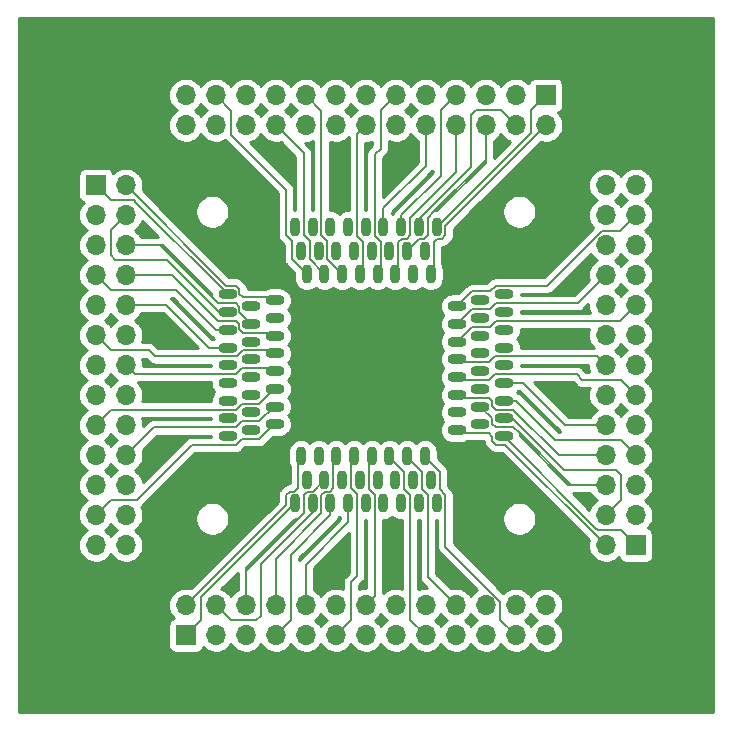
<source format=gbr>
%TF.GenerationSoftware,KiCad,Pcbnew,5.99.0-unknown-1463dd1~101~ubuntu20.04.1*%
%TF.CreationDate,2020-07-07T22:40:51-04:00*%
%TF.ProjectId,QFPbreakout,51465062-7265-4616-9b6f-75742e6b6963,rev?*%
%TF.SameCoordinates,Original*%
%TF.FileFunction,Copper,L2,Bot*%
%TF.FilePolarity,Positive*%
%FSLAX46Y46*%
G04 Gerber Fmt 4.6, Leading zero omitted, Abs format (unit mm)*
G04 Created by KiCad (PCBNEW 5.99.0-unknown-1463dd1~101~ubuntu20.04.1) date 2020-07-07 22:40:51*
%MOMM*%
%LPD*%
G01*
G04 APERTURE LIST*
%TA.AperFunction,ComponentPad*%
%ADD10O,1.600000X0.900000*%
%TD*%
%TA.AperFunction,ComponentPad*%
%ADD11O,0.900000X1.600000*%
%TD*%
%TA.AperFunction,ComponentPad*%
%ADD12O,1.700000X1.700000*%
%TD*%
%TA.AperFunction,ComponentPad*%
%ADD13R,1.700000X1.700000*%
%TD*%
%TA.AperFunction,Conductor*%
%ADD14C,0.127000*%
%TD*%
%TA.AperFunction,NonConductor*%
%ADD15C,0.254000*%
%TD*%
G04 APERTURE END LIST*
D10*
%TO.P,U1,87*%
%TO.N,Net-(J4-Pad12)*%
X90300000Y-99500000D03*
%TO.P,U1,81*%
%TO.N,Net-(J4-Pad6)*%
X90300000Y-96500000D03*
%TO.P,U1,91*%
%TO.N,Net-(J4-Pad16)*%
X88300000Y-101500000D03*
%TO.P,U1,85*%
%TO.N,Net-(J4-Pad10)*%
X88300000Y-98500000D03*
%TO.P,U1,94*%
%TO.N,Net-(J4-Pad19)*%
X88300000Y-103000000D03*
%TO.P,U1,77*%
%TO.N,Net-(J4-Pad2)*%
X92300000Y-94500000D03*
%TO.P,U1,93*%
%TO.N,Net-(J4-Pad18)*%
X90300000Y-102500000D03*
%TO.P,U1,96*%
%TO.N,Net-(J4-Pad21)*%
X90300000Y-104000000D03*
%TO.P,U1,76*%
%TO.N,Net-(J4-Pad1)*%
X88300000Y-94000000D03*
%TO.P,U1,80*%
%TO.N,Net-(J4-Pad5)*%
X92300000Y-96000000D03*
%TO.P,U1,86*%
%TO.N,Net-(J4-Pad11)*%
X92300000Y-99000000D03*
%TO.P,U1,79*%
%TO.N,Net-(J4-Pad4)*%
X88300000Y-95500000D03*
%TO.P,U1,83*%
%TO.N,Net-(J4-Pad8)*%
X92300000Y-97500000D03*
%TO.P,U1,88*%
%TO.N,Net-(J4-Pad13)*%
X88300000Y-100000000D03*
%TO.P,U1,95*%
%TO.N,Net-(J4-Pad20)*%
X92300000Y-103500000D03*
%TO.P,U1,92*%
%TO.N,Net-(J4-Pad17)*%
X92300000Y-102000000D03*
%TO.P,U1,100*%
%TO.N,Net-(J4-Pad25)*%
X88300000Y-106000000D03*
%TO.P,U1,82*%
%TO.N,Net-(J4-Pad7)*%
X88300000Y-97000000D03*
%TO.P,U1,99*%
%TO.N,Net-(J4-Pad24)*%
X90300000Y-105500000D03*
%TO.P,U1,78*%
%TO.N,Net-(J4-Pad3)*%
X90300000Y-95000000D03*
%TO.P,U1,84*%
%TO.N,Net-(J4-Pad9)*%
X90300000Y-98000000D03*
%TO.P,U1,97*%
%TO.N,Net-(J4-Pad22)*%
X88300000Y-104500000D03*
%TO.P,U1,98*%
%TO.N,Net-(J4-Pad23)*%
X92300000Y-105000000D03*
%TO.P,U1,89*%
%TO.N,Net-(J4-Pad14)*%
X92300000Y-100500000D03*
%TO.P,U1,90*%
%TO.N,Net-(J4-Pad15)*%
X90300000Y-101000000D03*
D11*
%TO.P,U1,65*%
%TO.N,Net-(J3-Pad15)*%
X99000000Y-90300000D03*
%TO.P,U1,56*%
%TO.N,Net-(J3-Pad6)*%
X103500000Y-90300000D03*
%TO.P,U1,57*%
%TO.N,Net-(J3-Pad7)*%
X103000000Y-88300000D03*
%TO.P,U1,62*%
%TO.N,Net-(J3-Pad12)*%
X100500000Y-90300000D03*
%TO.P,U1,61*%
%TO.N,Net-(J3-Pad11)*%
X101000000Y-92300000D03*
%TO.P,U1,73*%
%TO.N,Net-(J3-Pad23)*%
X95000000Y-92300000D03*
%TO.P,U1,55*%
%TO.N,Net-(J3-Pad5)*%
X104000000Y-92300000D03*
%TO.P,U1,63*%
%TO.N,Net-(J3-Pad13)*%
X100000000Y-88300000D03*
%TO.P,U1,66*%
%TO.N,Net-(J3-Pad16)*%
X98500000Y-88300000D03*
%TO.P,U1,52*%
%TO.N,Net-(J3-Pad2)*%
X105500000Y-92300000D03*
%TO.P,U1,72*%
%TO.N,Net-(J3-Pad22)*%
X95500000Y-88300000D03*
%TO.P,U1,75*%
%TO.N,Net-(J3-Pad25)*%
X94000000Y-88300000D03*
%TO.P,U1,69*%
%TO.N,Net-(J3-Pad19)*%
X97000000Y-88300000D03*
%TO.P,U1,53*%
%TO.N,Net-(J3-Pad3)*%
X105000000Y-90300000D03*
%TO.P,U1,67*%
%TO.N,Net-(J3-Pad17)*%
X98000000Y-92300000D03*
%TO.P,U1,59*%
%TO.N,Net-(J3-Pad9)*%
X102000000Y-90300000D03*
%TO.P,U1,60*%
%TO.N,Net-(J3-Pad10)*%
X101500000Y-88300000D03*
%TO.P,U1,70*%
%TO.N,Net-(J3-Pad20)*%
X96500000Y-92300000D03*
%TO.P,U1,54*%
%TO.N,Net-(J3-Pad4)*%
X104500000Y-88300000D03*
%TO.P,U1,58*%
%TO.N,Net-(J3-Pad8)*%
X102500000Y-92300000D03*
%TO.P,U1,74*%
%TO.N,Net-(J3-Pad24)*%
X94500000Y-90300000D03*
%TO.P,U1,64*%
%TO.N,Net-(J3-Pad14)*%
X99500000Y-92300000D03*
%TO.P,U1,51*%
%TO.N,Net-(J3-Pad1)*%
X106000000Y-88300000D03*
%TO.P,U1,68*%
%TO.N,Net-(J3-Pad18)*%
X97500000Y-90300000D03*
%TO.P,U1,71*%
%TO.N,Net-(J3-Pad21)*%
X96000000Y-90300000D03*
D10*
%TO.P,U1,49*%
%TO.N,Net-(J2-Pad24)*%
X109700000Y-94500000D03*
%TO.P,U1,39*%
%TO.N,Net-(J2-Pad14)*%
X107700000Y-99500000D03*
%TO.P,U1,30*%
%TO.N,Net-(J2-Pad5)*%
X107700000Y-104000000D03*
%TO.P,U1,43*%
%TO.N,Net-(J2-Pad18)*%
X109700000Y-97500000D03*
%TO.P,U1,46*%
%TO.N,Net-(J2-Pad21)*%
X109700000Y-96000000D03*
%TO.P,U1,42*%
%TO.N,Net-(J2-Pad17)*%
X107700000Y-98000000D03*
%TO.P,U1,48*%
%TO.N,Net-(J2-Pad23)*%
X107700000Y-95000000D03*
%TO.P,U1,26*%
%TO.N,Net-(J2-Pad1)*%
X111700000Y-106000000D03*
%TO.P,U1,47*%
%TO.N,Net-(J2-Pad22)*%
X111700000Y-95500000D03*
%TO.P,U1,28*%
%TO.N,Net-(J2-Pad3)*%
X109700000Y-105000000D03*
%TO.P,U1,36*%
%TO.N,Net-(J2-Pad11)*%
X107700000Y-101000000D03*
%TO.P,U1,37*%
%TO.N,Net-(J2-Pad12)*%
X109700000Y-100500000D03*
%TO.P,U1,34*%
%TO.N,Net-(J2-Pad9)*%
X109700000Y-102000000D03*
%TO.P,U1,31*%
%TO.N,Net-(J2-Pad6)*%
X109700000Y-103500000D03*
%TO.P,U1,40*%
%TO.N,Net-(J2-Pad15)*%
X109700000Y-99000000D03*
%TO.P,U1,29*%
%TO.N,Net-(J2-Pad4)*%
X111700000Y-104500000D03*
%TO.P,U1,41*%
%TO.N,Net-(J2-Pad16)*%
X111700000Y-98500000D03*
%TO.P,U1,32*%
%TO.N,Net-(J2-Pad7)*%
X111700000Y-103000000D03*
%TO.P,U1,50*%
%TO.N,Net-(J2-Pad25)*%
X111700000Y-94000000D03*
%TO.P,U1,27*%
%TO.N,Net-(J2-Pad2)*%
X107700000Y-105500000D03*
%TO.P,U1,35*%
%TO.N,Net-(J2-Pad10)*%
X111700000Y-101500000D03*
%TO.P,U1,45*%
%TO.N,Net-(J2-Pad20)*%
X107700000Y-96500000D03*
%TO.P,U1,44*%
%TO.N,Net-(J2-Pad19)*%
X111700000Y-97000000D03*
%TO.P,U1,33*%
%TO.N,Net-(J2-Pad8)*%
X107700000Y-102500000D03*
%TO.P,U1,38*%
%TO.N,Net-(J2-Pad13)*%
X111700000Y-100000000D03*
D11*
%TO.P,U1,13*%
%TO.N,Net-(J1-Pad13)*%
X100000000Y-111700000D03*
%TO.P,U1,12*%
%TO.N,Net-(J1-Pad12)*%
X99500000Y-109700000D03*
%TO.P,U1,11*%
%TO.N,Net-(J1-Pad11)*%
X99000000Y-107700000D03*
%TO.P,U1,9*%
%TO.N,Net-(J1-Pad9)*%
X98000000Y-109700000D03*
%TO.P,U1,8*%
%TO.N,Net-(J1-Pad8)*%
X97500000Y-107700000D03*
%TO.P,U1,10*%
%TO.N,Net-(J1-Pad10)*%
X98500000Y-111700000D03*
%TO.P,U1,4*%
%TO.N,Net-(J1-Pad4)*%
X95500000Y-111700000D03*
%TO.P,U1,6*%
%TO.N,Net-(J1-Pad6)*%
X96500000Y-109700000D03*
%TO.P,U1,2*%
%TO.N,Net-(J1-Pad2)*%
X94500000Y-107700000D03*
%TO.P,U1,5*%
%TO.N,Net-(J1-Pad5)*%
X96000000Y-107700000D03*
%TO.P,U1,7*%
%TO.N,Net-(J1-Pad7)*%
X97000000Y-111700000D03*
%TO.P,U1,3*%
%TO.N,Net-(J1-Pad3)*%
X95000000Y-109700000D03*
%TO.P,U1,1*%
%TO.N,Net-(J1-Pad1)*%
X94000000Y-111700000D03*
%TO.P,U1,14*%
%TO.N,Net-(J1-Pad14)*%
X100500000Y-107700000D03*
%TO.P,U1,22*%
%TO.N,Net-(J1-Pad22)*%
X104500000Y-111700000D03*
%TO.P,U1,19*%
%TO.N,Net-(J1-Pad19)*%
X103000000Y-111700000D03*
%TO.P,U1,16*%
%TO.N,Net-(J1-Pad16)*%
X101500000Y-111700000D03*
%TO.P,U1,24*%
%TO.N,Net-(J1-Pad24)*%
X105500000Y-109700000D03*
%TO.P,U1,20*%
%TO.N,Net-(J1-Pad20)*%
X103500000Y-107700000D03*
%TO.P,U1,23*%
%TO.N,Net-(J1-Pad23)*%
X105000000Y-107700000D03*
%TO.P,U1,25*%
%TO.N,Net-(J1-Pad25)*%
X106000000Y-111700000D03*
%TO.P,U1,17*%
%TO.N,Net-(J1-Pad17)*%
X102000000Y-107700000D03*
%TO.P,U1,18*%
%TO.N,Net-(J1-Pad18)*%
X102500000Y-109700000D03*
%TO.P,U1,15*%
%TO.N,Net-(J1-Pad15)*%
X101000000Y-109700000D03*
%TO.P,U1,21*%
%TO.N,Net-(J1-Pad21)*%
X104000000Y-109700000D03*
%TD*%
D12*
%TO.P,J1,26,Pin_26*%
%TO.N,Net-(J1-Pad26)*%
X115240000Y-120320000D03*
%TO.P,J1,25,Pin_25*%
%TO.N,Net-(J1-Pad25)*%
X115240000Y-122860000D03*
%TO.P,J1,24,Pin_24*%
%TO.N,Net-(J1-Pad24)*%
X112700000Y-120320000D03*
%TO.P,J1,23,Pin_23*%
%TO.N,Net-(J1-Pad23)*%
X112700000Y-122860000D03*
%TO.P,J1,22,Pin_22*%
%TO.N,Net-(J1-Pad22)*%
X110160000Y-120320000D03*
%TO.P,J1,21,Pin_21*%
%TO.N,Net-(J1-Pad21)*%
X110160000Y-122860000D03*
%TO.P,J1,20,Pin_20*%
%TO.N,Net-(J1-Pad20)*%
X107620000Y-120320000D03*
%TO.P,J1,19,Pin_19*%
%TO.N,Net-(J1-Pad19)*%
X107620000Y-122860000D03*
%TO.P,J1,18,Pin_18*%
%TO.N,Net-(J1-Pad18)*%
X105080000Y-120320000D03*
%TO.P,J1,17,Pin_17*%
%TO.N,Net-(J1-Pad17)*%
X105080000Y-122860000D03*
%TO.P,J1,16,Pin_16*%
%TO.N,Net-(J1-Pad16)*%
X102540000Y-120320000D03*
%TO.P,J1,15,Pin_15*%
%TO.N,Net-(J1-Pad15)*%
X102540000Y-122860000D03*
%TO.P,J1,14,Pin_14*%
%TO.N,Net-(J1-Pad14)*%
X100000000Y-120320000D03*
%TO.P,J1,13,Pin_13*%
%TO.N,Net-(J1-Pad13)*%
X100000000Y-122860000D03*
%TO.P,J1,12,Pin_12*%
%TO.N,Net-(J1-Pad12)*%
X97460000Y-120320000D03*
%TO.P,J1,11,Pin_11*%
%TO.N,Net-(J1-Pad11)*%
X97460000Y-122860000D03*
%TO.P,J1,10,Pin_10*%
%TO.N,Net-(J1-Pad10)*%
X94920000Y-120320000D03*
%TO.P,J1,9,Pin_9*%
%TO.N,Net-(J1-Pad9)*%
X94920000Y-122860000D03*
%TO.P,J1,8,Pin_8*%
%TO.N,Net-(J1-Pad8)*%
X92380000Y-120320000D03*
%TO.P,J1,7,Pin_7*%
%TO.N,Net-(J1-Pad7)*%
X92380000Y-122860000D03*
%TO.P,J1,6,Pin_6*%
%TO.N,Net-(J1-Pad6)*%
X89840000Y-120320000D03*
%TO.P,J1,5,Pin_5*%
%TO.N,Net-(J1-Pad5)*%
X89840000Y-122860000D03*
%TO.P,J1,4,Pin_4*%
%TO.N,Net-(J1-Pad4)*%
X87300000Y-120320000D03*
%TO.P,J1,3,Pin_3*%
%TO.N,Net-(J1-Pad3)*%
X87300000Y-122860000D03*
%TO.P,J1,2,Pin_2*%
%TO.N,Net-(J1-Pad2)*%
X84760000Y-120320000D03*
D13*
%TO.P,J1,1,Pin_1*%
%TO.N,Net-(J1-Pad1)*%
X84760000Y-122860000D03*
%TD*%
D12*
%TO.P,J4,26,Pin_26*%
%TO.N,Net-(J4-Pad26)*%
X79680000Y-115240000D03*
%TO.P,J4,25,Pin_25*%
%TO.N,Net-(J4-Pad25)*%
X77140000Y-115240000D03*
%TO.P,J4,24,Pin_24*%
%TO.N,Net-(J4-Pad24)*%
X79680000Y-112700000D03*
%TO.P,J4,23,Pin_23*%
%TO.N,Net-(J4-Pad23)*%
X77140000Y-112700000D03*
%TO.P,J4,22,Pin_22*%
%TO.N,Net-(J4-Pad22)*%
X79680000Y-110160000D03*
%TO.P,J4,21,Pin_21*%
%TO.N,Net-(J4-Pad21)*%
X77140000Y-110160000D03*
%TO.P,J4,20,Pin_20*%
%TO.N,Net-(J4-Pad20)*%
X79680000Y-107620000D03*
%TO.P,J4,19,Pin_19*%
%TO.N,Net-(J4-Pad19)*%
X77140000Y-107620000D03*
%TO.P,J4,18,Pin_18*%
%TO.N,Net-(J4-Pad18)*%
X79680000Y-105080000D03*
%TO.P,J4,17,Pin_17*%
%TO.N,Net-(J4-Pad17)*%
X77140000Y-105080000D03*
%TO.P,J4,16,Pin_16*%
%TO.N,Net-(J4-Pad16)*%
X79680000Y-102540000D03*
%TO.P,J4,15,Pin_15*%
%TO.N,Net-(J4-Pad15)*%
X77140000Y-102540000D03*
%TO.P,J4,14,Pin_14*%
%TO.N,Net-(J4-Pad14)*%
X79680000Y-100000000D03*
%TO.P,J4,13,Pin_13*%
%TO.N,Net-(J4-Pad13)*%
X77140000Y-100000000D03*
%TO.P,J4,12,Pin_12*%
%TO.N,Net-(J4-Pad12)*%
X79680000Y-97460000D03*
%TO.P,J4,11,Pin_11*%
%TO.N,Net-(J4-Pad11)*%
X77140000Y-97460000D03*
%TO.P,J4,10,Pin_10*%
%TO.N,Net-(J4-Pad10)*%
X79680000Y-94920000D03*
%TO.P,J4,9,Pin_9*%
%TO.N,Net-(J4-Pad9)*%
X77140000Y-94920000D03*
%TO.P,J4,8,Pin_8*%
%TO.N,Net-(J4-Pad8)*%
X79680000Y-92380000D03*
%TO.P,J4,7,Pin_7*%
%TO.N,Net-(J4-Pad7)*%
X77140000Y-92380000D03*
%TO.P,J4,6,Pin_6*%
%TO.N,Net-(J4-Pad6)*%
X79680000Y-89840000D03*
%TO.P,J4,5,Pin_5*%
%TO.N,Net-(J4-Pad5)*%
X77140000Y-89840000D03*
%TO.P,J4,4,Pin_4*%
%TO.N,Net-(J4-Pad4)*%
X79680000Y-87300000D03*
%TO.P,J4,3,Pin_3*%
%TO.N,Net-(J4-Pad3)*%
X77140000Y-87300000D03*
%TO.P,J4,2,Pin_2*%
%TO.N,Net-(J4-Pad2)*%
X79680000Y-84760000D03*
D13*
%TO.P,J4,1,Pin_1*%
%TO.N,Net-(J4-Pad1)*%
X77140000Y-84760000D03*
%TD*%
D12*
%TO.P,J3,26,Pin_26*%
%TO.N,Net-(J3-Pad26)*%
X84760000Y-79680000D03*
%TO.P,J3,25,Pin_25*%
%TO.N,Net-(J3-Pad25)*%
X84760000Y-77140000D03*
%TO.P,J3,24,Pin_24*%
%TO.N,Net-(J3-Pad24)*%
X87300000Y-79680000D03*
%TO.P,J3,23,Pin_23*%
%TO.N,Net-(J3-Pad23)*%
X87300000Y-77140000D03*
%TO.P,J3,22,Pin_22*%
%TO.N,Net-(J3-Pad22)*%
X89840000Y-79680000D03*
%TO.P,J3,21,Pin_21*%
%TO.N,Net-(J3-Pad21)*%
X89840000Y-77140000D03*
%TO.P,J3,20,Pin_20*%
%TO.N,Net-(J3-Pad20)*%
X92380000Y-79680000D03*
%TO.P,J3,19,Pin_19*%
%TO.N,Net-(J3-Pad19)*%
X92380000Y-77140000D03*
%TO.P,J3,18,Pin_18*%
%TO.N,Net-(J3-Pad18)*%
X94920000Y-79680000D03*
%TO.P,J3,17,Pin_17*%
%TO.N,Net-(J3-Pad17)*%
X94920000Y-77140000D03*
%TO.P,J3,16,Pin_16*%
%TO.N,Net-(J3-Pad16)*%
X97460000Y-79680000D03*
%TO.P,J3,15,Pin_15*%
%TO.N,Net-(J3-Pad15)*%
X97460000Y-77140000D03*
%TO.P,J3,14,Pin_14*%
%TO.N,Net-(J3-Pad14)*%
X100000000Y-79680000D03*
%TO.P,J3,13,Pin_13*%
%TO.N,Net-(J3-Pad13)*%
X100000000Y-77140000D03*
%TO.P,J3,12,Pin_12*%
%TO.N,Net-(J3-Pad12)*%
X102540000Y-79680000D03*
%TO.P,J3,11,Pin_11*%
%TO.N,Net-(J3-Pad11)*%
X102540000Y-77140000D03*
%TO.P,J3,10,Pin_10*%
%TO.N,Net-(J3-Pad10)*%
X105080000Y-79680000D03*
%TO.P,J3,9,Pin_9*%
%TO.N,Net-(J3-Pad9)*%
X105080000Y-77140000D03*
%TO.P,J3,8,Pin_8*%
%TO.N,Net-(J3-Pad8)*%
X107620000Y-79680000D03*
%TO.P,J3,7,Pin_7*%
%TO.N,Net-(J3-Pad7)*%
X107620000Y-77140000D03*
%TO.P,J3,6,Pin_6*%
%TO.N,Net-(J3-Pad6)*%
X110160000Y-79680000D03*
%TO.P,J3,5,Pin_5*%
%TO.N,Net-(J3-Pad5)*%
X110160000Y-77140000D03*
%TO.P,J3,4,Pin_4*%
%TO.N,Net-(J3-Pad4)*%
X112700000Y-79680000D03*
%TO.P,J3,3,Pin_3*%
%TO.N,Net-(J3-Pad3)*%
X112700000Y-77140000D03*
%TO.P,J3,2,Pin_2*%
%TO.N,Net-(J3-Pad2)*%
X115240000Y-79680000D03*
D13*
%TO.P,J3,1,Pin_1*%
%TO.N,Net-(J3-Pad1)*%
X115240000Y-77140000D03*
%TD*%
D12*
%TO.P,J2,26,Pin_26*%
%TO.N,Net-(J2-Pad26)*%
X120320000Y-84760000D03*
%TO.P,J2,25,Pin_25*%
%TO.N,Net-(J2-Pad25)*%
X122860000Y-84760000D03*
%TO.P,J2,24,Pin_24*%
%TO.N,Net-(J2-Pad24)*%
X120320000Y-87300000D03*
%TO.P,J2,23,Pin_23*%
%TO.N,Net-(J2-Pad23)*%
X122860000Y-87300000D03*
%TO.P,J2,22,Pin_22*%
%TO.N,Net-(J2-Pad22)*%
X120320000Y-89840000D03*
%TO.P,J2,21,Pin_21*%
%TO.N,Net-(J2-Pad21)*%
X122860000Y-89840000D03*
%TO.P,J2,20,Pin_20*%
%TO.N,Net-(J2-Pad20)*%
X120320000Y-92380000D03*
%TO.P,J2,19,Pin_19*%
%TO.N,Net-(J2-Pad19)*%
X122860000Y-92380000D03*
%TO.P,J2,18,Pin_18*%
%TO.N,Net-(J2-Pad18)*%
X120320000Y-94920000D03*
%TO.P,J2,17,Pin_17*%
%TO.N,Net-(J2-Pad17)*%
X122860000Y-94920000D03*
%TO.P,J2,16,Pin_16*%
%TO.N,Net-(J2-Pad16)*%
X120320000Y-97460000D03*
%TO.P,J2,15,Pin_15*%
%TO.N,Net-(J2-Pad15)*%
X122860000Y-97460000D03*
%TO.P,J2,14,Pin_14*%
%TO.N,Net-(J2-Pad14)*%
X120320000Y-100000000D03*
%TO.P,J2,13,Pin_13*%
%TO.N,Net-(J2-Pad13)*%
X122860000Y-100000000D03*
%TO.P,J2,12,Pin_12*%
%TO.N,Net-(J2-Pad12)*%
X120320000Y-102540000D03*
%TO.P,J2,11,Pin_11*%
%TO.N,Net-(J2-Pad11)*%
X122860000Y-102540000D03*
%TO.P,J2,10,Pin_10*%
%TO.N,Net-(J2-Pad10)*%
X120320000Y-105080000D03*
%TO.P,J2,9,Pin_9*%
%TO.N,Net-(J2-Pad9)*%
X122860000Y-105080000D03*
%TO.P,J2,8,Pin_8*%
%TO.N,Net-(J2-Pad8)*%
X120320000Y-107620000D03*
%TO.P,J2,7,Pin_7*%
%TO.N,Net-(J2-Pad7)*%
X122860000Y-107620000D03*
%TO.P,J2,6,Pin_6*%
%TO.N,Net-(J2-Pad6)*%
X120320000Y-110160000D03*
%TO.P,J2,5,Pin_5*%
%TO.N,Net-(J2-Pad5)*%
X122860000Y-110160000D03*
%TO.P,J2,4,Pin_4*%
%TO.N,Net-(J2-Pad4)*%
X120320000Y-112700000D03*
%TO.P,J2,3,Pin_3*%
%TO.N,Net-(J2-Pad3)*%
X122860000Y-112700000D03*
%TO.P,J2,2,Pin_2*%
%TO.N,Net-(J2-Pad2)*%
X120320000Y-115240000D03*
D13*
%TO.P,J2,1,Pin_1*%
%TO.N,Net-(J2-Pad1)*%
X122860000Y-115240000D03*
%TD*%
D14*
%TO.N,Net-(J3-Pad2)*%
X105750000Y-89600000D02*
X105750000Y-91250000D01*
X105750000Y-91250000D02*
X105750000Y-92050000D01*
X105750000Y-92050000D02*
X105500000Y-92300000D01*
%TO.N,Net-(J4-Pad23)*%
X78440000Y-111400000D02*
X79650000Y-111400000D01*
X85250000Y-106750000D02*
X87500000Y-106750000D01*
X79650000Y-111400000D02*
X80600000Y-111400000D01*
X80600000Y-111400000D02*
X85250000Y-106750000D01*
%TO.N,Net-(J3-Pad23)*%
X88600000Y-78440000D02*
X88600000Y-78800000D01*
X88600000Y-78800000D02*
X88600000Y-80500000D01*
X93250000Y-85150000D02*
X93250000Y-87500000D01*
X88600000Y-80500000D02*
X93250000Y-85150000D01*
%TO.N,Net-(J4-Pad1)*%
X78390000Y-86010000D02*
X77140000Y-84760000D01*
%TO.N,Net-(J4-Pad6)*%
X89300000Y-95500000D02*
X90300000Y-96500000D01*
%TO.N,Net-(J4-Pad7)*%
X78410000Y-93650000D02*
X77140000Y-92380000D01*
%TO.N,Net-(J4-Pad14)*%
X80430000Y-100750000D02*
X79680000Y-100000000D01*
%TO.N,Net-(J4-Pad20)*%
X89000000Y-105250000D02*
X89500000Y-104750000D01*
%TO.N,Net-(J4-Pad11)*%
X89100000Y-99250000D02*
X87850000Y-99250000D01*
%TO.N,Net-(J4-Pad10)*%
X88300000Y-98500000D02*
X86700000Y-98500000D01*
%TO.N,Net-(J4-Pad2)*%
X92050000Y-94250000D02*
X92300000Y-94500000D01*
%TO.N,Net-(J4-Pad11)*%
X78430000Y-98750000D02*
X77140000Y-97460000D01*
%TO.N,Net-(J3-Pad10)*%
X101500000Y-86700000D02*
X105080000Y-83120000D01*
X101500000Y-88300000D02*
X101500000Y-86700000D01*
%TO.N,Net-(J4-Pad6)*%
X86975000Y-94225000D02*
X87500000Y-94750000D01*
%TO.N,Net-(J4-Pad8)*%
X89300000Y-96950000D02*
X89600000Y-97250000D01*
%TO.N,Net-(J4-Pad20)*%
X87500000Y-105250000D02*
X89000000Y-105250000D01*
%TO.N,Net-(J4-Pad17)*%
X91000000Y-103250000D02*
X92250000Y-102000000D01*
%TO.N,Net-(J4-Pad8)*%
X89000000Y-96250000D02*
X89300000Y-96550000D01*
%TO.N,Net-(J4-Pad2)*%
X88170000Y-93250000D02*
X89000000Y-93250000D01*
%TO.N,Net-(J4-Pad6)*%
X89300000Y-95500000D02*
X89300000Y-95050000D01*
%TO.N,Net-(J4-Pad2)*%
X79680000Y-84760000D02*
X88170000Y-93250000D01*
%TO.N,Net-(J4-Pad10)*%
X86700000Y-98500000D02*
X83120000Y-94920000D01*
%TO.N,Net-(J4-Pad14)*%
X89050000Y-100750000D02*
X80430000Y-100750000D01*
%TO.N,Net-(J4-Pad8)*%
X83630000Y-92380000D02*
X87500000Y-96250000D01*
%TO.N,Net-(J4-Pad11)*%
X79430058Y-98750000D02*
X78430000Y-98750000D01*
%TO.N,Net-(J3-Pad17)*%
X96250000Y-87500000D02*
X96250000Y-78470000D01*
%TO.N,Net-(J4-Pad17)*%
X89000000Y-103750000D02*
X89500000Y-103250000D01*
%TO.N,Net-(J4-Pad14)*%
X89550000Y-100250000D02*
X89050000Y-100750000D01*
%TO.N,Net-(J3-Pad17)*%
X96250000Y-78470000D02*
X94920000Y-77140000D01*
%TO.N,Net-(J3-Pad10)*%
X105080000Y-83120000D02*
X105080000Y-79680000D01*
%TO.N,Net-(J4-Pad23)*%
X89000000Y-106750000D02*
X89500000Y-106250000D01*
%TO.N,Net-(J4-Pad11)*%
X92050000Y-98750000D02*
X92300000Y-99000000D01*
X81650000Y-98750000D02*
X79430058Y-98750000D01*
%TO.N,Net-(J4-Pad23)*%
X91000000Y-106250000D02*
X92250000Y-105000000D01*
%TO.N,Net-(J4-Pad6)*%
X82590000Y-89840000D02*
X86975000Y-94225000D01*
%TO.N,Net-(J4-Pad11)*%
X87850000Y-99250000D02*
X82150000Y-99250000D01*
%TO.N,Net-(J4-Pad23)*%
X89500000Y-106250000D02*
X91000000Y-106250000D01*
%TO.N,Net-(J4-Pad8)*%
X87500000Y-96250000D02*
X89000000Y-96250000D01*
%TO.N,Net-(J4-Pad2)*%
X89600000Y-94250000D02*
X92050000Y-94250000D01*
%TO.N,Net-(J4-Pad20)*%
X89500000Y-104750000D02*
X91000000Y-104750000D01*
%TO.N,Net-(J4-Pad11)*%
X82150000Y-99250000D02*
X81650000Y-98750000D01*
%TO.N,Net-(J4-Pad8)*%
X92050000Y-97250000D02*
X92300000Y-97500000D01*
%TO.N,Net-(J4-Pad1)*%
X88300000Y-94000000D02*
X80559499Y-86259499D01*
%TO.N,Net-(J4-Pad4)*%
X78800000Y-91100000D02*
X78400000Y-90700000D01*
%TO.N,Net-(J4-Pad2)*%
X89300000Y-93550000D02*
X89300000Y-93950000D01*
%TO.N,Net-(J4-Pad11)*%
X89600000Y-98750000D02*
X89100000Y-99250000D01*
%TO.N,Net-(J4-Pad4)*%
X78400000Y-88580000D02*
X79680000Y-87300000D01*
%TO.N,Net-(J3-Pad8)*%
X107620000Y-79680000D02*
X107620000Y-83630000D01*
X107620000Y-83630000D02*
X103750000Y-87500000D01*
%TO.N,Net-(J4-Pad4)*%
X78400000Y-90700000D02*
X78400000Y-88580000D01*
%TO.N,Net-(J3-Pad1)*%
X113990000Y-78390000D02*
X115240000Y-77140000D01*
X113950000Y-80350000D02*
X113990000Y-80310000D01*
X113740501Y-80559499D02*
X113950000Y-80350000D01*
%TO.N,Net-(J3-Pad20)*%
X94750000Y-87500000D02*
X94750000Y-89000000D01*
X95250000Y-89500000D02*
X95250000Y-91000000D01*
X94750000Y-89000000D02*
X95250000Y-89500000D01*
X95250000Y-91000000D02*
X96500000Y-92250000D01*
%TO.N,Net-(J3-Pad23)*%
X93750000Y-89500000D02*
X93750000Y-91000000D01*
X93750000Y-91000000D02*
X95000000Y-92250000D01*
X93250000Y-89000000D02*
X93750000Y-89500000D01*
X93250000Y-87500000D02*
X93250000Y-89000000D01*
%TO.N,Net-(J3-Pad14)*%
X99750000Y-89600000D02*
X99750000Y-92050000D01*
X99750000Y-92050000D02*
X99500000Y-92300000D01*
%TO.N,Net-(J3-Pad8)*%
X103750000Y-87500000D02*
X103750000Y-89000000D01*
X102750000Y-92050000D02*
X102500000Y-92300000D01*
X103750000Y-89000000D02*
X103450000Y-89300000D01*
%TO.N,Net-(J3-Pad11)*%
X101250000Y-89600000D02*
X101250000Y-92050000D01*
%TO.N,Net-(J3-Pad8)*%
X103450000Y-89300000D02*
X103050000Y-89300000D01*
X103050000Y-89300000D02*
X102750000Y-89600000D01*
X102750000Y-89600000D02*
X102750000Y-92050000D01*
%TO.N,Net-(J3-Pad11)*%
X101250000Y-92050000D02*
X101000000Y-92300000D01*
%TO.N,Net-(J3-Pad2)*%
X106050000Y-89300000D02*
X105750000Y-89600000D01*
X106450000Y-89300000D02*
X106050000Y-89300000D01*
X106750000Y-89000000D02*
X106450000Y-89300000D01*
%TO.N,Net-(J3-Pad17)*%
X96250000Y-89000000D02*
X96750000Y-89500000D01*
X96250000Y-87500000D02*
X96250000Y-89000000D01*
X96750000Y-91000000D02*
X98000000Y-92250000D01*
%TO.N,Net-(J4-Pad6)*%
X89000000Y-94750000D02*
X89300000Y-95050000D01*
%TO.N,Net-(J3-Pad20)*%
X94750000Y-82050000D02*
X92380000Y-79680000D01*
X94750000Y-87500000D02*
X94750000Y-82050000D01*
%TO.N,Net-(J3-Pad23)*%
X87300000Y-77140000D02*
X88600000Y-78440000D01*
%TO.N,Net-(J3-Pad7)*%
X106350000Y-78410000D02*
X107620000Y-77140000D01*
X106350000Y-83950000D02*
X106350000Y-78410000D01*
X103000000Y-88300000D02*
X103000000Y-87300000D01*
X103000000Y-87300000D02*
X106350000Y-83950000D01*
%TO.N,Net-(J3-Pad14)*%
X99250000Y-80430000D02*
X100000000Y-79680000D01*
X99250000Y-89050000D02*
X99250000Y-80430000D01*
X99750000Y-89600000D02*
X99750000Y-89550000D01*
X99750000Y-89550000D02*
X99250000Y-89050000D01*
%TO.N,Net-(J3-Pad11)*%
X101250000Y-89600000D02*
X100750000Y-89100000D01*
X100750000Y-89100000D02*
X100750000Y-87850000D01*
X101250000Y-78430000D02*
X102540000Y-77140000D01*
X101250000Y-79430058D02*
X101250000Y-78430000D01*
X100750000Y-82150000D02*
X101250000Y-81650000D01*
X100750000Y-87850000D02*
X100750000Y-82150000D01*
X101250000Y-81650000D02*
X101250000Y-79430058D01*
%TO.N,Net-(J4-Pad1)*%
X80310000Y-86010000D02*
X78390000Y-86010000D01*
%TO.N,Net-(J3-Pad6)*%
X104500000Y-89300000D02*
X104950000Y-89300000D01*
X104500000Y-89300000D02*
X103500000Y-90300000D01*
X105250000Y-87500000D02*
X105250000Y-89000000D01*
%TO.N,Net-(J4-Pad20)*%
X87500000Y-105250000D02*
X82050000Y-105250000D01*
%TO.N,Net-(J3-Pad6)*%
X105250000Y-89000000D02*
X104950000Y-89300000D01*
%TO.N,Net-(J3-Pad4)*%
X111420000Y-78400000D02*
X112700000Y-79680000D01*
X109300000Y-78400000D02*
X111420000Y-78400000D01*
X108900000Y-83200000D02*
X108900000Y-78800000D01*
X104500000Y-88300000D02*
X104500000Y-87600000D01*
X104500000Y-87600000D02*
X108900000Y-83200000D01*
X108900000Y-78800000D02*
X109300000Y-78400000D01*
%TO.N,Net-(J3-Pad6)*%
X106025000Y-86975000D02*
X105775000Y-86975000D01*
X110160000Y-82840000D02*
X106025000Y-86975000D01*
X110160000Y-82590000D02*
X105775000Y-86975000D01*
X105775000Y-86975000D02*
X105250000Y-87500000D01*
X110160000Y-79680000D02*
X110160000Y-82840000D01*
%TO.N,Net-(J4-Pad17)*%
X87500000Y-103750000D02*
X78470000Y-103750000D01*
%TO.N,Net-(J4-Pad4)*%
X87600000Y-95500000D02*
X83200000Y-91100000D01*
%TO.N,Net-(J3-Pad17)*%
X96750000Y-89500000D02*
X96750000Y-91000000D01*
%TO.N,Net-(J4-Pad1)*%
X80559499Y-86259499D02*
X80350000Y-86050000D01*
%TO.N,Net-(J4-Pad10)*%
X83120000Y-94920000D02*
X79680000Y-94920000D01*
%TO.N,Net-(J4-Pad23)*%
X87500000Y-106750000D02*
X89000000Y-106750000D01*
%TO.N,Net-(J4-Pad4)*%
X83200000Y-91100000D02*
X78800000Y-91100000D01*
X88300000Y-95500000D02*
X87600000Y-95500000D01*
%TO.N,Net-(J4-Pad17)*%
X78470000Y-103750000D02*
X77140000Y-105080000D01*
%TO.N,Net-(J4-Pad6)*%
X87500000Y-94750000D02*
X89000000Y-94750000D01*
%TO.N,Net-(J3-Pad2)*%
X106750000Y-88170000D02*
X106750000Y-89000000D01*
%TO.N,Net-(J4-Pad23)*%
X77140000Y-112700000D02*
X78440000Y-111400000D01*
%TO.N,Net-(J4-Pad6)*%
X79680000Y-89840000D02*
X82840000Y-89840000D01*
%TO.N,Net-(J4-Pad2)*%
X89300000Y-93950000D02*
X89600000Y-94250000D01*
%TO.N,Net-(J4-Pad6)*%
X86975000Y-93975000D02*
X86975000Y-94225000D01*
%TO.N,Net-(J3-Pad2)*%
X115240000Y-79680000D02*
X106750000Y-88170000D01*
%TO.N,Net-(J3-Pad1)*%
X106000000Y-88300000D02*
X113740501Y-80559499D01*
X113990000Y-80310000D02*
X113990000Y-78390000D01*
%TO.N,Net-(J4-Pad17)*%
X89500000Y-103250000D02*
X91000000Y-103250000D01*
X87500000Y-103750000D02*
X89000000Y-103750000D01*
%TO.N,Net-(J4-Pad14)*%
X89600000Y-100250000D02*
X89550000Y-100250000D01*
%TO.N,Net-(J4-Pad1)*%
X80350000Y-86050000D02*
X80310000Y-86010000D01*
%TO.N,Net-(J4-Pad6)*%
X82840000Y-89840000D02*
X86975000Y-93975000D01*
%TO.N,Net-(J4-Pad11)*%
X89600000Y-98750000D02*
X92050000Y-98750000D01*
%TO.N,Net-(J4-Pad20)*%
X91000000Y-104750000D02*
X92250000Y-103500000D01*
%TO.N,Net-(J4-Pad7)*%
X87300000Y-97000000D02*
X83950000Y-93650000D01*
X83950000Y-93650000D02*
X78410000Y-93650000D01*
%TO.N,Net-(J4-Pad8)*%
X89300000Y-96550000D02*
X89300000Y-96950000D01*
X79680000Y-92380000D02*
X83630000Y-92380000D01*
%TO.N,Net-(J4-Pad14)*%
X89600000Y-100250000D02*
X92050000Y-100250000D01*
%TO.N,Net-(J4-Pad7)*%
X88300000Y-97000000D02*
X87300000Y-97000000D01*
%TO.N,Net-(J4-Pad2)*%
X89000000Y-93250000D02*
X89300000Y-93550000D01*
%TO.N,Net-(J4-Pad8)*%
X89600000Y-97250000D02*
X92050000Y-97250000D01*
%TO.N,Net-(J4-Pad20)*%
X82050000Y-105250000D02*
X79680000Y-107620000D01*
%TO.N,Net-(J4-Pad14)*%
X92050000Y-100250000D02*
X92300000Y-100500000D01*
%TO.N,Net-(J2-Pad10)*%
X113300000Y-101500000D02*
X116880000Y-105080000D01*
X111700000Y-101500000D02*
X113300000Y-101500000D01*
%TO.N,Net-(J2-Pad17)*%
X112500000Y-96250000D02*
X121530000Y-96250000D01*
X121530000Y-96250000D02*
X122860000Y-94920000D01*
%TO.N,Net-(J2-Pad10)*%
X116880000Y-105080000D02*
X120320000Y-105080000D01*
%TO.N,Net-(J2-Pad8)*%
X120320000Y-107620000D02*
X116370000Y-107620000D01*
X116370000Y-107620000D02*
X112500000Y-103750000D01*
%TO.N,Net-(J2-Pad1)*%
X121610000Y-113990000D02*
X122860000Y-115240000D01*
X119650000Y-113950000D02*
X119690000Y-113990000D01*
X119440501Y-113740501D02*
X119650000Y-113950000D01*
%TO.N,Net-(J2-Pad20)*%
X112500000Y-94750000D02*
X111000000Y-94750000D01*
X110500000Y-95250000D02*
X109000000Y-95250000D01*
X111000000Y-94750000D02*
X110500000Y-95250000D01*
X109000000Y-95250000D02*
X107750000Y-96500000D01*
%TO.N,Net-(J2-Pad23)*%
X110500000Y-93750000D02*
X109000000Y-93750000D01*
X109000000Y-93750000D02*
X107750000Y-95000000D01*
X111000000Y-93250000D02*
X110500000Y-93750000D01*
X112500000Y-93250000D02*
X111000000Y-93250000D01*
%TO.N,Net-(J2-Pad14)*%
X110400000Y-99750000D02*
X107950000Y-99750000D01*
X107950000Y-99750000D02*
X107700000Y-99500000D01*
%TO.N,Net-(J2-Pad8)*%
X112500000Y-103750000D02*
X111000000Y-103750000D01*
X107950000Y-102750000D02*
X107700000Y-102500000D01*
X111000000Y-103750000D02*
X110700000Y-103450000D01*
%TO.N,Net-(J2-Pad11)*%
X110400000Y-101250000D02*
X107950000Y-101250000D01*
%TO.N,Net-(J2-Pad8)*%
X110700000Y-103450000D02*
X110700000Y-103050000D01*
X110700000Y-103050000D02*
X110400000Y-102750000D01*
X110400000Y-102750000D02*
X107950000Y-102750000D01*
%TO.N,Net-(J2-Pad11)*%
X107950000Y-101250000D02*
X107700000Y-101000000D01*
%TO.N,Net-(J2-Pad2)*%
X110700000Y-106050000D02*
X110400000Y-105750000D01*
X110700000Y-106450000D02*
X110700000Y-106050000D01*
X110400000Y-105750000D02*
X107950000Y-105750000D01*
X111000000Y-106750000D02*
X110700000Y-106450000D01*
X107950000Y-105750000D02*
X107700000Y-105500000D01*
%TO.N,Net-(J2-Pad17)*%
X111000000Y-96250000D02*
X110500000Y-96750000D01*
X112500000Y-96250000D02*
X111000000Y-96250000D01*
X109000000Y-96750000D02*
X107750000Y-98000000D01*
%TO.N,Net-(J2-Pad20)*%
X117950000Y-94750000D02*
X120320000Y-92380000D01*
X112500000Y-94750000D02*
X117950000Y-94750000D01*
%TO.N,Net-(J2-Pad23)*%
X115370058Y-93250000D02*
X112500000Y-93250000D01*
X120020058Y-88600000D02*
X115370058Y-93250000D01*
X121560000Y-88600000D02*
X120020058Y-88600000D01*
X122860000Y-87300000D02*
X121560000Y-88600000D01*
%TO.N,Net-(J2-Pad7)*%
X121590000Y-106350000D02*
X122860000Y-107620000D01*
X116050000Y-106350000D02*
X121590000Y-106350000D01*
X111700000Y-103000000D02*
X112700000Y-103000000D01*
X112700000Y-103000000D02*
X116050000Y-106350000D01*
%TO.N,Net-(J2-Pad14)*%
X119570000Y-99250000D02*
X120320000Y-100000000D01*
X110950000Y-99250000D02*
X119570000Y-99250000D01*
X110400000Y-99750000D02*
X110450000Y-99750000D01*
X110450000Y-99750000D02*
X110950000Y-99250000D01*
%TO.N,Net-(J2-Pad11)*%
X110400000Y-101250000D02*
X110900000Y-100750000D01*
X110900000Y-100750000D02*
X112150000Y-100750000D01*
X121570000Y-101250000D02*
X122860000Y-102540000D01*
X120569942Y-101250000D02*
X121570000Y-101250000D01*
X117850000Y-100750000D02*
X118350000Y-101250000D01*
X112150000Y-100750000D02*
X117850000Y-100750000D01*
X118350000Y-101250000D02*
X120569942Y-101250000D01*
%TO.N,Net-(J2-Pad6)*%
X110700000Y-104500000D02*
X110700000Y-104950000D01*
X110700000Y-104500000D02*
X109700000Y-103500000D01*
X112500000Y-105250000D02*
X111000000Y-105250000D01*
X111000000Y-105250000D02*
X110700000Y-104950000D01*
%TO.N,Net-(J2-Pad4)*%
X121600000Y-111420000D02*
X120320000Y-112700000D01*
X121600000Y-109300000D02*
X121600000Y-111420000D01*
X116800000Y-108900000D02*
X121200000Y-108900000D01*
X111700000Y-104500000D02*
X112400000Y-104500000D01*
X112400000Y-104500000D02*
X116800000Y-108900000D01*
X121200000Y-108900000D02*
X121600000Y-109300000D01*
%TO.N,Net-(J2-Pad6)*%
X113025000Y-106025000D02*
X113025000Y-105775000D01*
X117160000Y-110160000D02*
X113025000Y-106025000D01*
X117410000Y-110160000D02*
X113025000Y-105775000D01*
X113025000Y-105775000D02*
X112500000Y-105250000D01*
X120320000Y-110160000D02*
X117160000Y-110160000D01*
%TO.N,Net-(J2-Pad17)*%
X110500000Y-96750000D02*
X109000000Y-96750000D01*
%TO.N,Net-(J2-Pad2)*%
X111830000Y-106750000D02*
X111000000Y-106750000D01*
X120320000Y-115240000D02*
X111830000Y-106750000D01*
%TO.N,Net-(J2-Pad1)*%
X111700000Y-106000000D02*
X119440501Y-113740501D01*
X119690000Y-113990000D02*
X121610000Y-113990000D01*
%TO.N,Net-(J1-Pad6)*%
X89840000Y-120320000D02*
X89840000Y-117160000D01*
X94225000Y-113025000D02*
X94750000Y-112500000D01*
X89840000Y-117410000D02*
X94225000Y-113025000D01*
X89840000Y-117160000D02*
X93975000Y-113025000D01*
X93975000Y-113025000D02*
X94225000Y-113025000D01*
%TO.N,Net-(J1-Pad4)*%
X91100000Y-121200000D02*
X90700000Y-121600000D01*
X95500000Y-112400000D02*
X91100000Y-116800000D01*
X95500000Y-111700000D02*
X95500000Y-112400000D01*
X91100000Y-116800000D02*
X91100000Y-121200000D01*
X90700000Y-121600000D02*
X88580000Y-121600000D01*
X88580000Y-121600000D02*
X87300000Y-120320000D01*
%TO.N,Net-(J1-Pad6)*%
X94750000Y-111000000D02*
X95050000Y-110700000D01*
X94750000Y-112500000D02*
X94750000Y-111000000D01*
X95500000Y-110700000D02*
X96500000Y-109700000D01*
X95500000Y-110700000D02*
X95050000Y-110700000D01*
%TO.N,Net-(J1-Pad11)*%
X98750000Y-118350000D02*
X98750000Y-120569942D01*
X99250000Y-112150000D02*
X99250000Y-117850000D01*
X99250000Y-117850000D02*
X98750000Y-118350000D01*
X98750000Y-120569942D02*
X98750000Y-121570000D01*
X98750000Y-121570000D02*
X97460000Y-122860000D01*
X99250000Y-110900000D02*
X99250000Y-112150000D01*
X98750000Y-110400000D02*
X99250000Y-110900000D01*
%TO.N,Net-(J1-Pad14)*%
X100250000Y-110450000D02*
X100750000Y-110950000D01*
X100250000Y-110400000D02*
X100250000Y-110450000D01*
X100750000Y-110950000D02*
X100750000Y-119570000D01*
X100750000Y-119570000D02*
X100000000Y-120320000D01*
%TO.N,Net-(J1-Pad7)*%
X97000000Y-112700000D02*
X93650000Y-116050000D01*
X97000000Y-111700000D02*
X97000000Y-112700000D01*
X93650000Y-116050000D02*
X93650000Y-121590000D01*
X93650000Y-121590000D02*
X92380000Y-122860000D01*
%TO.N,Net-(J1-Pad23)*%
X112700000Y-122860000D02*
X111400000Y-121560000D01*
X111400000Y-121560000D02*
X111400000Y-120020058D01*
X111400000Y-120020058D02*
X106750000Y-115370058D01*
X106750000Y-115370058D02*
X106750000Y-112500000D01*
%TO.N,Net-(J1-Pad20)*%
X105250000Y-112500000D02*
X105250000Y-117950000D01*
X105250000Y-117950000D02*
X107620000Y-120320000D01*
%TO.N,Net-(J1-Pad17)*%
X103750000Y-112500000D02*
X103750000Y-121530000D01*
X103750000Y-121530000D02*
X105080000Y-122860000D01*
%TO.N,Net-(J1-Pad10)*%
X98500000Y-111700000D02*
X98500000Y-113300000D01*
X98500000Y-113300000D02*
X94920000Y-116880000D01*
X94920000Y-116880000D02*
X94920000Y-120320000D01*
%TO.N,Net-(J1-Pad8)*%
X92380000Y-120320000D02*
X92380000Y-116370000D01*
X92380000Y-116370000D02*
X96250000Y-112500000D01*
%TO.N,Net-(J1-Pad1)*%
X86259499Y-119440501D02*
X86050000Y-119650000D01*
X86050000Y-119650000D02*
X86010000Y-119690000D01*
X86010000Y-121610000D02*
X84760000Y-122860000D01*
X86010000Y-119690000D02*
X86010000Y-121610000D01*
X94000000Y-111700000D02*
X86259499Y-119440501D01*
%TO.N,Net-(J1-Pad2)*%
X84760000Y-120320000D02*
X93250000Y-111830000D01*
X93250000Y-111830000D02*
X93250000Y-111000000D01*
%TO.N,Net-(J1-Pad17)*%
X103250000Y-110500000D02*
X103250000Y-109000000D01*
X103250000Y-109000000D02*
X102000000Y-107750000D01*
X103750000Y-112500000D02*
X103750000Y-111000000D01*
X103750000Y-111000000D02*
X103250000Y-110500000D01*
%TO.N,Net-(J1-Pad2)*%
X94250000Y-107950000D02*
X94500000Y-107700000D01*
X93250000Y-111000000D02*
X93550000Y-110700000D01*
X94250000Y-110400000D02*
X94250000Y-107950000D01*
X93550000Y-110700000D02*
X93950000Y-110700000D01*
X93950000Y-110700000D02*
X94250000Y-110400000D01*
%TO.N,Net-(J1-Pad11)*%
X98750000Y-107950000D02*
X99000000Y-107700000D01*
%TO.N,Net-(J1-Pad8)*%
X97250000Y-110400000D02*
X97250000Y-107950000D01*
X96950000Y-110700000D02*
X97250000Y-110400000D01*
X96550000Y-110700000D02*
X96950000Y-110700000D01*
%TO.N,Net-(J1-Pad11)*%
X98750000Y-110400000D02*
X98750000Y-107950000D01*
%TO.N,Net-(J1-Pad8)*%
X96250000Y-111000000D02*
X96550000Y-110700000D01*
X97250000Y-107950000D02*
X97500000Y-107700000D01*
X96250000Y-112500000D02*
X96250000Y-111000000D01*
%TO.N,Net-(J1-Pad14)*%
X100250000Y-107950000D02*
X100500000Y-107700000D01*
X100250000Y-110400000D02*
X100250000Y-107950000D01*
%TO.N,Net-(J1-Pad23)*%
X106750000Y-112500000D02*
X106750000Y-111000000D01*
X106750000Y-111000000D02*
X106250000Y-110500000D01*
X106250000Y-109000000D02*
X105000000Y-107750000D01*
X106250000Y-110500000D02*
X106250000Y-109000000D01*
%TO.N,Net-(J1-Pad20)*%
X104750000Y-109000000D02*
X103500000Y-107750000D01*
X105250000Y-111000000D02*
X104750000Y-110500000D01*
X104750000Y-110500000D02*
X104750000Y-109000000D01*
X105250000Y-112500000D02*
X105250000Y-111000000D01*
%TD*%
D15*
X86127430Y-78057584D02*
X86134038Y-78065965D01*
X86298798Y-78242032D01*
X86306722Y-78249180D01*
X86498792Y-78394968D01*
X86507808Y-78400679D01*
X86524166Y-78409194D01*
X86523032Y-78409882D01*
X86328199Y-78551957D01*
X86320138Y-78558952D01*
X86152029Y-78731822D01*
X86145263Y-78740074D01*
X86029229Y-78908903D01*
X85998067Y-78852916D01*
X85992107Y-78844064D01*
X85841013Y-78656140D01*
X85833647Y-78648417D01*
X85653049Y-78488638D01*
X85644486Y-78482267D01*
X85527888Y-78409973D01*
X85621330Y-78354491D01*
X85630012Y-78348286D01*
X85813645Y-78192004D01*
X85821158Y-78184424D01*
X85975833Y-77999435D01*
X85981962Y-77990698D01*
X86029486Y-77909043D01*
X86127430Y-78057584D01*
%TA.AperFunction,NonConductor*%
G36*
X86127430Y-78057584D02*
G01*
X86134038Y-78065965D01*
X86298798Y-78242032D01*
X86306722Y-78249180D01*
X86498792Y-78394968D01*
X86507808Y-78400679D01*
X86524166Y-78409194D01*
X86523032Y-78409882D01*
X86328199Y-78551957D01*
X86320138Y-78558952D01*
X86152029Y-78731822D01*
X86145263Y-78740074D01*
X86029229Y-78908903D01*
X85998067Y-78852916D01*
X85992107Y-78844064D01*
X85841013Y-78656140D01*
X85833647Y-78648417D01*
X85653049Y-78488638D01*
X85644486Y-78482267D01*
X85527888Y-78409973D01*
X85621330Y-78354491D01*
X85630012Y-78348286D01*
X85813645Y-78192004D01*
X85821158Y-78184424D01*
X85975833Y-77999435D01*
X85981962Y-77990698D01*
X86029486Y-77909043D01*
X86127430Y-78057584D01*
G37*
%TD.AperFunction*%
X91207430Y-78057584D02*
X91214038Y-78065965D01*
X91378798Y-78242032D01*
X91386722Y-78249180D01*
X91578792Y-78394968D01*
X91587808Y-78400679D01*
X91604166Y-78409194D01*
X91603032Y-78409882D01*
X91408199Y-78551957D01*
X91400138Y-78558952D01*
X91232029Y-78731822D01*
X91225263Y-78740074D01*
X91109229Y-78908903D01*
X91078067Y-78852916D01*
X91072107Y-78844064D01*
X90921013Y-78656140D01*
X90913647Y-78648417D01*
X90733049Y-78488638D01*
X90724486Y-78482267D01*
X90607888Y-78409973D01*
X90701330Y-78354491D01*
X90710012Y-78348286D01*
X90893645Y-78192004D01*
X90901158Y-78184424D01*
X91055833Y-77999435D01*
X91061962Y-77990698D01*
X91109486Y-77909043D01*
X91207430Y-78057584D01*
%TA.AperFunction,NonConductor*%
G36*
X91207430Y-78057584D02*
G01*
X91214038Y-78065965D01*
X91378798Y-78242032D01*
X91386722Y-78249180D01*
X91578792Y-78394968D01*
X91587808Y-78400679D01*
X91604166Y-78409194D01*
X91603032Y-78409882D01*
X91408199Y-78551957D01*
X91400138Y-78558952D01*
X91232029Y-78731822D01*
X91225263Y-78740074D01*
X91109229Y-78908903D01*
X91078067Y-78852916D01*
X91072107Y-78844064D01*
X90921013Y-78656140D01*
X90913647Y-78648417D01*
X90733049Y-78488638D01*
X90724486Y-78482267D01*
X90607888Y-78409973D01*
X90701330Y-78354491D01*
X90710012Y-78348286D01*
X90893645Y-78192004D01*
X90901158Y-78184424D01*
X91055833Y-77999435D01*
X91061962Y-77990698D01*
X91109486Y-77909043D01*
X91207430Y-78057584D01*
G37*
%TD.AperFunction*%
X93747430Y-78057584D02*
X93754038Y-78065965D01*
X93918798Y-78242032D01*
X93926722Y-78249180D01*
X94118792Y-78394968D01*
X94127808Y-78400679D01*
X94144166Y-78409194D01*
X94143032Y-78409882D01*
X93948199Y-78551957D01*
X93940138Y-78558952D01*
X93772029Y-78731822D01*
X93765263Y-78740074D01*
X93649229Y-78908903D01*
X93618067Y-78852916D01*
X93612107Y-78844064D01*
X93461013Y-78656140D01*
X93453647Y-78648417D01*
X93273049Y-78488638D01*
X93264486Y-78482267D01*
X93147888Y-78409973D01*
X93241330Y-78354491D01*
X93250012Y-78348286D01*
X93433645Y-78192004D01*
X93441158Y-78184424D01*
X93595833Y-77999435D01*
X93601962Y-77990698D01*
X93649486Y-77909043D01*
X93747430Y-78057584D01*
%TA.AperFunction,NonConductor*%
G36*
X93747430Y-78057584D02*
G01*
X93754038Y-78065965D01*
X93918798Y-78242032D01*
X93926722Y-78249180D01*
X94118792Y-78394968D01*
X94127808Y-78400679D01*
X94144166Y-78409194D01*
X94143032Y-78409882D01*
X93948199Y-78551957D01*
X93940138Y-78558952D01*
X93772029Y-78731822D01*
X93765263Y-78740074D01*
X93649229Y-78908903D01*
X93618067Y-78852916D01*
X93612107Y-78844064D01*
X93461013Y-78656140D01*
X93453647Y-78648417D01*
X93273049Y-78488638D01*
X93264486Y-78482267D01*
X93147888Y-78409973D01*
X93241330Y-78354491D01*
X93250012Y-78348286D01*
X93433645Y-78192004D01*
X93441158Y-78184424D01*
X93595833Y-77999435D01*
X93601962Y-77990698D01*
X93649486Y-77909043D01*
X93747430Y-78057584D01*
G37*
%TD.AperFunction*%
X98827430Y-78057584D02*
X98834038Y-78065965D01*
X98998798Y-78242032D01*
X99006722Y-78249180D01*
X99198792Y-78394968D01*
X99207808Y-78400679D01*
X99224166Y-78409194D01*
X99223032Y-78409882D01*
X99028199Y-78551957D01*
X99020138Y-78558952D01*
X98852029Y-78731822D01*
X98845263Y-78740074D01*
X98729229Y-78908903D01*
X98698067Y-78852916D01*
X98692107Y-78844064D01*
X98541013Y-78656140D01*
X98533647Y-78648417D01*
X98353049Y-78488638D01*
X98344486Y-78482267D01*
X98227888Y-78409973D01*
X98321330Y-78354491D01*
X98330012Y-78348286D01*
X98513645Y-78192004D01*
X98521158Y-78184424D01*
X98675833Y-77999435D01*
X98681962Y-77990698D01*
X98729486Y-77909043D01*
X98827430Y-78057584D01*
%TA.AperFunction,NonConductor*%
G36*
X98827430Y-78057584D02*
G01*
X98834038Y-78065965D01*
X98998798Y-78242032D01*
X99006722Y-78249180D01*
X99198792Y-78394968D01*
X99207808Y-78400679D01*
X99224166Y-78409194D01*
X99223032Y-78409882D01*
X99028199Y-78551957D01*
X99020138Y-78558952D01*
X98852029Y-78731822D01*
X98845263Y-78740074D01*
X98729229Y-78908903D01*
X98698067Y-78852916D01*
X98692107Y-78844064D01*
X98541013Y-78656140D01*
X98533647Y-78648417D01*
X98353049Y-78488638D01*
X98344486Y-78482267D01*
X98227888Y-78409973D01*
X98321330Y-78354491D01*
X98330012Y-78348286D01*
X98513645Y-78192004D01*
X98521158Y-78184424D01*
X98675833Y-77999435D01*
X98681962Y-77990698D01*
X98729486Y-77909043D01*
X98827430Y-78057584D01*
G37*
%TD.AperFunction*%
X103907430Y-78057584D02*
X103914038Y-78065965D01*
X104078798Y-78242032D01*
X104086722Y-78249180D01*
X104278792Y-78394968D01*
X104287808Y-78400679D01*
X104304166Y-78409194D01*
X104303032Y-78409882D01*
X104108199Y-78551957D01*
X104100138Y-78558952D01*
X103932029Y-78731822D01*
X103925263Y-78740074D01*
X103809229Y-78908903D01*
X103778067Y-78852916D01*
X103772107Y-78844064D01*
X103621013Y-78656140D01*
X103613647Y-78648417D01*
X103433049Y-78488638D01*
X103424486Y-78482267D01*
X103307888Y-78409973D01*
X103401330Y-78354491D01*
X103410012Y-78348286D01*
X103593645Y-78192004D01*
X103601158Y-78184424D01*
X103755833Y-77999435D01*
X103761962Y-77990698D01*
X103809486Y-77909043D01*
X103907430Y-78057584D01*
%TA.AperFunction,NonConductor*%
G36*
X103907430Y-78057584D02*
G01*
X103914038Y-78065965D01*
X104078798Y-78242032D01*
X104086722Y-78249180D01*
X104278792Y-78394968D01*
X104287808Y-78400679D01*
X104304166Y-78409194D01*
X104303032Y-78409882D01*
X104108199Y-78551957D01*
X104100138Y-78558952D01*
X103932029Y-78731822D01*
X103925263Y-78740074D01*
X103809229Y-78908903D01*
X103778067Y-78852916D01*
X103772107Y-78844064D01*
X103621013Y-78656140D01*
X103613647Y-78648417D01*
X103433049Y-78488638D01*
X103424486Y-78482267D01*
X103307888Y-78409973D01*
X103401330Y-78354491D01*
X103410012Y-78348286D01*
X103593645Y-78192004D01*
X103601158Y-78184424D01*
X103755833Y-77999435D01*
X103761962Y-77990698D01*
X103809486Y-77909043D01*
X103907430Y-78057584D01*
G37*
%TD.AperFunction*%
X111527430Y-80597584D02*
X111534038Y-80605965D01*
X111698798Y-80782032D01*
X111706722Y-80789180D01*
X111898792Y-80934968D01*
X111907808Y-80940679D01*
X112121696Y-81052021D01*
X112131545Y-81056131D01*
X112224714Y-81086045D01*
X110859500Y-82451259D01*
X110859500Y-80990578D01*
X111021330Y-80894491D01*
X111030012Y-80888286D01*
X111213645Y-80732004D01*
X111221158Y-80724424D01*
X111375833Y-80539435D01*
X111381962Y-80530698D01*
X111429486Y-80449043D01*
X111527430Y-80597584D01*
%TA.AperFunction,NonConductor*%
G36*
X111527430Y-80597584D02*
G01*
X111534038Y-80605965D01*
X111698798Y-80782032D01*
X111706722Y-80789180D01*
X111898792Y-80934968D01*
X111907808Y-80940679D01*
X112121696Y-81052021D01*
X112131545Y-81056131D01*
X112224714Y-81086045D01*
X110859500Y-82451259D01*
X110859500Y-80990578D01*
X111021330Y-80894491D01*
X111030012Y-80888286D01*
X111213645Y-80732004D01*
X111221158Y-80724424D01*
X111375833Y-80539435D01*
X111381962Y-80530698D01*
X111429486Y-80449043D01*
X111527430Y-80597584D01*
G37*
%TD.AperFunction*%
X103907430Y-80597584D02*
X103914038Y-80605965D01*
X104078798Y-80782032D01*
X104086722Y-80789180D01*
X104278792Y-80934968D01*
X104287808Y-80940679D01*
X104380501Y-80988931D01*
X104380500Y-82830259D01*
X101449500Y-85761259D01*
X101449500Y-82439742D01*
X101780214Y-82109029D01*
X101780230Y-82109010D01*
X101815862Y-82073379D01*
X101827519Y-82057334D01*
X101848263Y-82016620D01*
X101875126Y-81979648D01*
X101884129Y-81961977D01*
X101898252Y-81918513D01*
X101918998Y-81877797D01*
X101925126Y-81858935D01*
X101932276Y-81813796D01*
X101946397Y-81770338D01*
X101949499Y-81750750D01*
X101949499Y-81700348D01*
X101949500Y-81700336D01*
X101949500Y-81045672D01*
X101961696Y-81052021D01*
X101971545Y-81056131D01*
X102201134Y-81129844D01*
X102211535Y-81132236D01*
X102450262Y-81166212D01*
X102460917Y-81166817D01*
X102701956Y-81160084D01*
X102712561Y-81158885D01*
X102949019Y-81111636D01*
X102959270Y-81108667D01*
X103184387Y-81022253D01*
X103193991Y-81017600D01*
X103401330Y-80894491D01*
X103410012Y-80888286D01*
X103593645Y-80732004D01*
X103601158Y-80724424D01*
X103755833Y-80539435D01*
X103761962Y-80530698D01*
X103809486Y-80449043D01*
X103907430Y-80597584D01*
%TA.AperFunction,NonConductor*%
G36*
X103907430Y-80597584D02*
G01*
X103914038Y-80605965D01*
X104078798Y-80782032D01*
X104086722Y-80789180D01*
X104278792Y-80934968D01*
X104287808Y-80940679D01*
X104380501Y-80988931D01*
X104380500Y-82830259D01*
X101449500Y-85761259D01*
X101449500Y-82439742D01*
X101780214Y-82109029D01*
X101780230Y-82109010D01*
X101815862Y-82073379D01*
X101827519Y-82057334D01*
X101848263Y-82016620D01*
X101875126Y-81979648D01*
X101884129Y-81961977D01*
X101898252Y-81918513D01*
X101918998Y-81877797D01*
X101925126Y-81858935D01*
X101932276Y-81813796D01*
X101946397Y-81770338D01*
X101949499Y-81750750D01*
X101949499Y-81700348D01*
X101949500Y-81700336D01*
X101949500Y-81045672D01*
X101961696Y-81052021D01*
X101971545Y-81056131D01*
X102201134Y-81129844D01*
X102211535Y-81132236D01*
X102450262Y-81166212D01*
X102460917Y-81166817D01*
X102701956Y-81160084D01*
X102712561Y-81158885D01*
X102949019Y-81111636D01*
X102959270Y-81108667D01*
X103184387Y-81022253D01*
X103193991Y-81017600D01*
X103401330Y-80894491D01*
X103410012Y-80888286D01*
X103593645Y-80732004D01*
X103601158Y-80724424D01*
X103755833Y-80539435D01*
X103761962Y-80530698D01*
X103809486Y-80449043D01*
X103907430Y-80597584D01*
G37*
%TD.AperFunction*%
X100550500Y-81360257D02*
X100219786Y-81690972D01*
X100219770Y-81690991D01*
X100184140Y-81726620D01*
X100172482Y-81742665D01*
X100151736Y-81783382D01*
X100124874Y-81820354D01*
X100115870Y-81838025D01*
X100101750Y-81881485D01*
X100081003Y-81922202D01*
X100074875Y-81941065D01*
X100067725Y-81986204D01*
X100053604Y-82029663D01*
X100050502Y-82049251D01*
X100050502Y-82099652D01*
X100050501Y-82099664D01*
X100050500Y-86865295D01*
X100013762Y-86861434D01*
X100001437Y-86861348D01*
X99949500Y-86866075D01*
X99949500Y-81166019D01*
X100161956Y-81160084D01*
X100172561Y-81158885D01*
X100409019Y-81111636D01*
X100419270Y-81108667D01*
X100550500Y-81058293D01*
X100550500Y-81360257D01*
%TA.AperFunction,NonConductor*%
G36*
X100550500Y-81360257D02*
G01*
X100219786Y-81690972D01*
X100219770Y-81690991D01*
X100184140Y-81726620D01*
X100172482Y-81742665D01*
X100151736Y-81783382D01*
X100124874Y-81820354D01*
X100115870Y-81838025D01*
X100101750Y-81881485D01*
X100081003Y-81922202D01*
X100074875Y-81941065D01*
X100067725Y-81986204D01*
X100053604Y-82029663D01*
X100050502Y-82049251D01*
X100050502Y-82099652D01*
X100050501Y-82099664D01*
X100050500Y-86865295D01*
X100013762Y-86861434D01*
X100001437Y-86861348D01*
X99949500Y-86866075D01*
X99949500Y-81166019D01*
X100161956Y-81160084D01*
X100172561Y-81158885D01*
X100409019Y-81111636D01*
X100419270Y-81108667D01*
X100550500Y-81058293D01*
X100550500Y-81360257D01*
G37*
%TD.AperFunction*%
X95550500Y-86865295D02*
X95513762Y-86861434D01*
X95501437Y-86861348D01*
X95449500Y-86866075D01*
X95449500Y-82000058D01*
X95449498Y-82000032D01*
X95449498Y-81949250D01*
X95446396Y-81929662D01*
X95432277Y-81886210D01*
X95425126Y-81841064D01*
X95418998Y-81822202D01*
X95398248Y-81781478D01*
X95384129Y-81738024D01*
X95375125Y-81720353D01*
X95348267Y-81683385D01*
X95327519Y-81642665D01*
X95315861Y-81626620D01*
X95280230Y-81590990D01*
X95280214Y-81590971D01*
X94855648Y-81166406D01*
X95081956Y-81160084D01*
X95092561Y-81158885D01*
X95329019Y-81111636D01*
X95339270Y-81108667D01*
X95550501Y-81027583D01*
X95550500Y-86865295D01*
%TA.AperFunction,NonConductor*%
G36*
X95550500Y-86865295D02*
G01*
X95513762Y-86861434D01*
X95501437Y-86861348D01*
X95449500Y-86866075D01*
X95449500Y-82000058D01*
X95449498Y-82000032D01*
X95449498Y-81949250D01*
X95446396Y-81929662D01*
X95432277Y-81886210D01*
X95425126Y-81841064D01*
X95418998Y-81822202D01*
X95398248Y-81781478D01*
X95384129Y-81738024D01*
X95375125Y-81720353D01*
X95348267Y-81683385D01*
X95327519Y-81642665D01*
X95315861Y-81626620D01*
X95280230Y-81590990D01*
X95280214Y-81590971D01*
X94855648Y-81166406D01*
X95081956Y-81160084D01*
X95092561Y-81158885D01*
X95329019Y-81111636D01*
X95339270Y-81108667D01*
X95550501Y-81027583D01*
X95550500Y-86865295D01*
G37*
%TD.AperFunction*%
X91207430Y-80597584D02*
X91214038Y-80605965D01*
X91378798Y-80782032D01*
X91386722Y-80789180D01*
X91578792Y-80934968D01*
X91587808Y-80940679D01*
X91801696Y-81052021D01*
X91811545Y-81056131D01*
X92041134Y-81129844D01*
X92051535Y-81132236D01*
X92290262Y-81166212D01*
X92300917Y-81166817D01*
X92541956Y-81160084D01*
X92552561Y-81158885D01*
X92789019Y-81111636D01*
X92799270Y-81108667D01*
X92813834Y-81103076D01*
X94050501Y-82339743D01*
X94050500Y-86865295D01*
X94013762Y-86861434D01*
X94001437Y-86861348D01*
X93949500Y-86866075D01*
X93949500Y-85100058D01*
X93949498Y-85100032D01*
X93949498Y-85049250D01*
X93946396Y-85029662D01*
X93932277Y-84986210D01*
X93925126Y-84941064D01*
X93918998Y-84922202D01*
X93898248Y-84881478D01*
X93884129Y-84838024D01*
X93875125Y-84820353D01*
X93848267Y-84783385D01*
X93827519Y-84742665D01*
X93815861Y-84726620D01*
X93780230Y-84690990D01*
X93780214Y-84690971D01*
X90208895Y-81119654D01*
X90249019Y-81111636D01*
X90259270Y-81108667D01*
X90484387Y-81022253D01*
X90493991Y-81017600D01*
X90701330Y-80894491D01*
X90710012Y-80888286D01*
X90893645Y-80732004D01*
X90901158Y-80724424D01*
X91055833Y-80539435D01*
X91061962Y-80530698D01*
X91109486Y-80449043D01*
X91207430Y-80597584D01*
%TA.AperFunction,NonConductor*%
G36*
X91207430Y-80597584D02*
G01*
X91214038Y-80605965D01*
X91378798Y-80782032D01*
X91386722Y-80789180D01*
X91578792Y-80934968D01*
X91587808Y-80940679D01*
X91801696Y-81052021D01*
X91811545Y-81056131D01*
X92041134Y-81129844D01*
X92051535Y-81132236D01*
X92290262Y-81166212D01*
X92300917Y-81166817D01*
X92541956Y-81160084D01*
X92552561Y-81158885D01*
X92789019Y-81111636D01*
X92799270Y-81108667D01*
X92813834Y-81103076D01*
X94050501Y-82339743D01*
X94050500Y-86865295D01*
X94013762Y-86861434D01*
X94001437Y-86861348D01*
X93949500Y-86866075D01*
X93949500Y-85100058D01*
X93949498Y-85100032D01*
X93949498Y-85049250D01*
X93946396Y-85029662D01*
X93932277Y-84986210D01*
X93925126Y-84941064D01*
X93918998Y-84922202D01*
X93898248Y-84881478D01*
X93884129Y-84838024D01*
X93875125Y-84820353D01*
X93848267Y-84783385D01*
X93827519Y-84742665D01*
X93815861Y-84726620D01*
X93780230Y-84690990D01*
X93780214Y-84690971D01*
X90208895Y-81119654D01*
X90249019Y-81111636D01*
X90259270Y-81108667D01*
X90484387Y-81022253D01*
X90493991Y-81017600D01*
X90701330Y-80894491D01*
X90710012Y-80888286D01*
X90893645Y-80732004D01*
X90901158Y-80724424D01*
X91055833Y-80539435D01*
X91061962Y-80530698D01*
X91109486Y-80449043D01*
X91207430Y-80597584D01*
G37*
%TD.AperFunction*%
X98550500Y-86865295D02*
X98513762Y-86861434D01*
X98501437Y-86861348D01*
X98302064Y-86879493D01*
X98289958Y-86881803D01*
X98097905Y-86938326D01*
X98086478Y-86942943D01*
X97909061Y-87035694D01*
X97898747Y-87042443D01*
X97749078Y-87162782D01*
X97613866Y-87050926D01*
X97603648Y-87044034D01*
X97427544Y-86948815D01*
X97416182Y-86944039D01*
X97224937Y-86884840D01*
X97212865Y-86882361D01*
X97013762Y-86861434D01*
X97001437Y-86861348D01*
X96949500Y-86866075D01*
X96949500Y-81074738D01*
X97121134Y-81129844D01*
X97131535Y-81132236D01*
X97370262Y-81166212D01*
X97380917Y-81166817D01*
X97621956Y-81160084D01*
X97632561Y-81158885D01*
X97869019Y-81111636D01*
X97879270Y-81108667D01*
X98104387Y-81022253D01*
X98113991Y-81017600D01*
X98321330Y-80894491D01*
X98330012Y-80888286D01*
X98513645Y-80732004D01*
X98521158Y-80724424D01*
X98550501Y-80689330D01*
X98550500Y-86865295D01*
%TA.AperFunction,NonConductor*%
G36*
X98550500Y-86865295D02*
G01*
X98513762Y-86861434D01*
X98501437Y-86861348D01*
X98302064Y-86879493D01*
X98289958Y-86881803D01*
X98097905Y-86938326D01*
X98086478Y-86942943D01*
X97909061Y-87035694D01*
X97898747Y-87042443D01*
X97749078Y-87162782D01*
X97613866Y-87050926D01*
X97603648Y-87044034D01*
X97427544Y-86948815D01*
X97416182Y-86944039D01*
X97224937Y-86884840D01*
X97212865Y-86882361D01*
X97013762Y-86861434D01*
X97001437Y-86861348D01*
X96949500Y-86866075D01*
X96949500Y-81074738D01*
X97121134Y-81129844D01*
X97131535Y-81132236D01*
X97370262Y-81166212D01*
X97380917Y-81166817D01*
X97621956Y-81160084D01*
X97632561Y-81158885D01*
X97869019Y-81111636D01*
X97879270Y-81108667D01*
X98104387Y-81022253D01*
X98113991Y-81017600D01*
X98321330Y-80894491D01*
X98330012Y-80888286D01*
X98513645Y-80732004D01*
X98521158Y-80724424D01*
X98550501Y-80689330D01*
X98550500Y-86865295D01*
G37*
%TD.AperFunction*%
X105650500Y-83660259D02*
X102469786Y-86840972D01*
X102469770Y-86840991D01*
X102434140Y-86876620D01*
X102422482Y-86892665D01*
X102401736Y-86933382D01*
X102374874Y-86970354D01*
X102365870Y-86988025D01*
X102351750Y-87031485D01*
X102331003Y-87072202D01*
X102324875Y-87091065D01*
X102322919Y-87103412D01*
X102249078Y-87162782D01*
X102199500Y-87121769D01*
X102199500Y-86989741D01*
X105609695Y-83579547D01*
X105609708Y-83579533D01*
X105645861Y-83543380D01*
X105650500Y-83536995D01*
X105650500Y-83660259D01*
%TA.AperFunction,NonConductor*%
G36*
X105650500Y-83660259D02*
G01*
X102469786Y-86840972D01*
X102469770Y-86840991D01*
X102434140Y-86876620D01*
X102422482Y-86892665D01*
X102401736Y-86933382D01*
X102374874Y-86970354D01*
X102365870Y-86988025D01*
X102351750Y-87031485D01*
X102331003Y-87072202D01*
X102324875Y-87091065D01*
X102322919Y-87103412D01*
X102249078Y-87162782D01*
X102199500Y-87121769D01*
X102199500Y-86989741D01*
X105609695Y-83579547D01*
X105609708Y-83579533D01*
X105645861Y-83543380D01*
X105650500Y-83536995D01*
X105650500Y-83660259D01*
G37*
%TD.AperFunction*%
X82451259Y-89140500D02*
X80989079Y-89140500D01*
X80918067Y-89012916D01*
X80912107Y-89004064D01*
X80761013Y-88816140D01*
X80753647Y-88808417D01*
X80573049Y-88648638D01*
X80564486Y-88642267D01*
X80447888Y-88569973D01*
X80541330Y-88514491D01*
X80550012Y-88508286D01*
X80733645Y-88352004D01*
X80741158Y-88344424D01*
X80895833Y-88159435D01*
X80901962Y-88150698D01*
X81023256Y-87942294D01*
X81027825Y-87932650D01*
X81086493Y-87775734D01*
X82451259Y-89140500D01*
%TA.AperFunction,NonConductor*%
G36*
X82451259Y-89140500D02*
G01*
X80989079Y-89140500D01*
X80918067Y-89012916D01*
X80912107Y-89004064D01*
X80761013Y-88816140D01*
X80753647Y-88808417D01*
X80573049Y-88648638D01*
X80564486Y-88642267D01*
X80447888Y-88569973D01*
X80541330Y-88514491D01*
X80550012Y-88508286D01*
X80733645Y-88352004D01*
X80741158Y-88344424D01*
X80895833Y-88159435D01*
X80901962Y-88150698D01*
X81023256Y-87942294D01*
X81027825Y-87932650D01*
X81086493Y-87775734D01*
X82451259Y-89140500D01*
G37*
%TD.AperFunction*%
X78507430Y-95837584D02*
X78514038Y-95845965D01*
X78678798Y-96022032D01*
X78686722Y-96029180D01*
X78878792Y-96174968D01*
X78887808Y-96180679D01*
X78904166Y-96189194D01*
X78903032Y-96189882D01*
X78708199Y-96331957D01*
X78700138Y-96338952D01*
X78532029Y-96511822D01*
X78525263Y-96520074D01*
X78409229Y-96688903D01*
X78378067Y-96632916D01*
X78372107Y-96624064D01*
X78221013Y-96436140D01*
X78213647Y-96428417D01*
X78033049Y-96268638D01*
X78024486Y-96262267D01*
X77907888Y-96189973D01*
X78001330Y-96134491D01*
X78010012Y-96128286D01*
X78193645Y-95972004D01*
X78201158Y-95964424D01*
X78355833Y-95779435D01*
X78361962Y-95770698D01*
X78409486Y-95689043D01*
X78507430Y-95837584D01*
%TA.AperFunction,NonConductor*%
G36*
X78507430Y-95837584D02*
G01*
X78514038Y-95845965D01*
X78678798Y-96022032D01*
X78686722Y-96029180D01*
X78878792Y-96174968D01*
X78887808Y-96180679D01*
X78904166Y-96189194D01*
X78903032Y-96189882D01*
X78708199Y-96331957D01*
X78700138Y-96338952D01*
X78532029Y-96511822D01*
X78525263Y-96520074D01*
X78409229Y-96688903D01*
X78378067Y-96632916D01*
X78372107Y-96624064D01*
X78221013Y-96436140D01*
X78213647Y-96428417D01*
X78033049Y-96268638D01*
X78024486Y-96262267D01*
X77907888Y-96189973D01*
X78001330Y-96134491D01*
X78010012Y-96128286D01*
X78193645Y-95972004D01*
X78201158Y-95964424D01*
X78355833Y-95779435D01*
X78361962Y-95770698D01*
X78409486Y-95689043D01*
X78507430Y-95837584D01*
G37*
%TD.AperFunction*%
X86840452Y-97529694D02*
X86840466Y-97529707D01*
X86876620Y-97565861D01*
X86892665Y-97577518D01*
X86933381Y-97598265D01*
X86970352Y-97625125D01*
X86988023Y-97634129D01*
X87031484Y-97648250D01*
X87072203Y-97668998D01*
X87091064Y-97675126D01*
X87103411Y-97677082D01*
X87162782Y-97750923D01*
X87121769Y-97800500D01*
X86989741Y-97800500D01*
X83579547Y-94390305D01*
X83579533Y-94390292D01*
X83543380Y-94354139D01*
X83536995Y-94349500D01*
X83660259Y-94349500D01*
X86840452Y-97529694D01*
%TA.AperFunction,NonConductor*%
G36*
X86840452Y-97529694D02*
G01*
X86840466Y-97529707D01*
X86876620Y-97565861D01*
X86892665Y-97577518D01*
X86933381Y-97598265D01*
X86970352Y-97625125D01*
X86988023Y-97634129D01*
X87031484Y-97648250D01*
X87072203Y-97668998D01*
X87091064Y-97675126D01*
X87103411Y-97677082D01*
X87162782Y-97750923D01*
X87121769Y-97800500D01*
X86989741Y-97800500D01*
X83579547Y-94390305D01*
X83579533Y-94390292D01*
X83543380Y-94354139D01*
X83536995Y-94349500D01*
X83660259Y-94349500D01*
X86840452Y-97529694D01*
G37*
%TD.AperFunction*%
X85761259Y-98550500D02*
X82439743Y-98550500D01*
X82109546Y-98220305D01*
X82109539Y-98220299D01*
X82073380Y-98184139D01*
X82057335Y-98172481D01*
X82016615Y-98151733D01*
X81979646Y-98124874D01*
X81961974Y-98115870D01*
X81918521Y-98101752D01*
X81877798Y-98081002D01*
X81858936Y-98074874D01*
X81813789Y-98067723D01*
X81770337Y-98053604D01*
X81750749Y-98050502D01*
X81699968Y-98050502D01*
X81699942Y-98050500D01*
X81043584Y-98050500D01*
X81112272Y-97866787D01*
X81115151Y-97856511D01*
X81160392Y-97619351D01*
X81161507Y-97608128D01*
X81164077Y-97340341D01*
X81163178Y-97329099D01*
X81122499Y-97091114D01*
X81119817Y-97080784D01*
X81039723Y-96853343D01*
X81035339Y-96843612D01*
X80918067Y-96632916D01*
X80912107Y-96624064D01*
X80761013Y-96436140D01*
X80753647Y-96428417D01*
X80573049Y-96268638D01*
X80564486Y-96262267D01*
X80447888Y-96189973D01*
X80541330Y-96134491D01*
X80550012Y-96128286D01*
X80733645Y-95972004D01*
X80741158Y-95964424D01*
X80895833Y-95779435D01*
X80901962Y-95770698D01*
X80989961Y-95619500D01*
X82830259Y-95619500D01*
X85761259Y-98550500D01*
%TA.AperFunction,NonConductor*%
G36*
X85761259Y-98550500D02*
G01*
X82439743Y-98550500D01*
X82109546Y-98220305D01*
X82109539Y-98220299D01*
X82073380Y-98184139D01*
X82057335Y-98172481D01*
X82016615Y-98151733D01*
X81979646Y-98124874D01*
X81961974Y-98115870D01*
X81918521Y-98101752D01*
X81877798Y-98081002D01*
X81858936Y-98074874D01*
X81813789Y-98067723D01*
X81770337Y-98053604D01*
X81750749Y-98050502D01*
X81699968Y-98050502D01*
X81699942Y-98050500D01*
X81043584Y-98050500D01*
X81112272Y-97866787D01*
X81115151Y-97856511D01*
X81160392Y-97619351D01*
X81161507Y-97608128D01*
X81164077Y-97340341D01*
X81163178Y-97329099D01*
X81122499Y-97091114D01*
X81119817Y-97080784D01*
X81039723Y-96853343D01*
X81035339Y-96843612D01*
X80918067Y-96632916D01*
X80912107Y-96624064D01*
X80761013Y-96436140D01*
X80753647Y-96428417D01*
X80573049Y-96268638D01*
X80564486Y-96262267D01*
X80447888Y-96189973D01*
X80541330Y-96134491D01*
X80550012Y-96128286D01*
X80733645Y-95972004D01*
X80741158Y-95964424D01*
X80895833Y-95779435D01*
X80901962Y-95770698D01*
X80989961Y-95619500D01*
X82830259Y-95619500D01*
X85761259Y-98550500D01*
G37*
%TD.AperFunction*%
X81690971Y-99780214D02*
X81690990Y-99780230D01*
X81726621Y-99815862D01*
X81742666Y-99827519D01*
X81783380Y-99848263D01*
X81820352Y-99875126D01*
X81838023Y-99884129D01*
X81881487Y-99898252D01*
X81922203Y-99918998D01*
X81941065Y-99925126D01*
X81986204Y-99932276D01*
X82029662Y-99946397D01*
X82049250Y-99949499D01*
X82099652Y-99949499D01*
X82099664Y-99949500D01*
X86865295Y-99949500D01*
X86861434Y-99986238D01*
X86861348Y-99998563D01*
X86866075Y-100050500D01*
X81162444Y-100050500D01*
X81164077Y-99880341D01*
X81163178Y-99869099D01*
X81122499Y-99631114D01*
X81119817Y-99620784D01*
X81059499Y-99449500D01*
X81360258Y-99449500D01*
X81690971Y-99780214D01*
%TA.AperFunction,NonConductor*%
G36*
X81690971Y-99780214D02*
G01*
X81690990Y-99780230D01*
X81726621Y-99815862D01*
X81742666Y-99827519D01*
X81783380Y-99848263D01*
X81820352Y-99875126D01*
X81838023Y-99884129D01*
X81881487Y-99898252D01*
X81922203Y-99918998D01*
X81941065Y-99925126D01*
X81986204Y-99932276D01*
X82029662Y-99946397D01*
X82049250Y-99949499D01*
X82099652Y-99949499D01*
X82099664Y-99949500D01*
X86865295Y-99949500D01*
X86861434Y-99986238D01*
X86861348Y-99998563D01*
X86866075Y-100050500D01*
X81162444Y-100050500D01*
X81164077Y-99880341D01*
X81163178Y-99869099D01*
X81122499Y-99631114D01*
X81119817Y-99620784D01*
X81059499Y-99449500D01*
X81360258Y-99449500D01*
X81690971Y-99780214D01*
G37*
%TD.AperFunction*%
X78507430Y-100917584D02*
X78514038Y-100925965D01*
X78678798Y-101102032D01*
X78686722Y-101109180D01*
X78878792Y-101254968D01*
X78887808Y-101260679D01*
X78904166Y-101269194D01*
X78903032Y-101269882D01*
X78708199Y-101411957D01*
X78700138Y-101418952D01*
X78532029Y-101591822D01*
X78525263Y-101600074D01*
X78409229Y-101768903D01*
X78378067Y-101712916D01*
X78372107Y-101704064D01*
X78221013Y-101516140D01*
X78213647Y-101508417D01*
X78033049Y-101348638D01*
X78024486Y-101342267D01*
X77907888Y-101269973D01*
X78001330Y-101214491D01*
X78010012Y-101208286D01*
X78193645Y-101052004D01*
X78201158Y-101044424D01*
X78355833Y-100859435D01*
X78361962Y-100850698D01*
X78409486Y-100769043D01*
X78507430Y-100917584D01*
%TA.AperFunction,NonConductor*%
G36*
X78507430Y-100917584D02*
G01*
X78514038Y-100925965D01*
X78678798Y-101102032D01*
X78686722Y-101109180D01*
X78878792Y-101254968D01*
X78887808Y-101260679D01*
X78904166Y-101269194D01*
X78903032Y-101269882D01*
X78708199Y-101411957D01*
X78700138Y-101418952D01*
X78532029Y-101591822D01*
X78525263Y-101600074D01*
X78409229Y-101768903D01*
X78378067Y-101712916D01*
X78372107Y-101704064D01*
X78221013Y-101516140D01*
X78213647Y-101508417D01*
X78033049Y-101348638D01*
X78024486Y-101342267D01*
X77907888Y-101269973D01*
X78001330Y-101214491D01*
X78010012Y-101208286D01*
X78193645Y-101052004D01*
X78201158Y-101044424D01*
X78355833Y-100859435D01*
X78361962Y-100850698D01*
X78409486Y-100769043D01*
X78507430Y-100917584D01*
G37*
%TD.AperFunction*%
X86861434Y-101486238D02*
X86861348Y-101498563D01*
X86879493Y-101697937D01*
X86881803Y-101710043D01*
X86938326Y-101902096D01*
X86942943Y-101913523D01*
X87035694Y-102090940D01*
X87042443Y-102101254D01*
X87162782Y-102250923D01*
X87050926Y-102386134D01*
X87044034Y-102396352D01*
X86948815Y-102572456D01*
X86944039Y-102583818D01*
X86884840Y-102775063D01*
X86882361Y-102787135D01*
X86861434Y-102986238D01*
X86861348Y-102998563D01*
X86866075Y-103050500D01*
X81073495Y-103050500D01*
X81112272Y-102946787D01*
X81115151Y-102936511D01*
X81160392Y-102699351D01*
X81161507Y-102688128D01*
X81164077Y-102420341D01*
X81163178Y-102409099D01*
X81122499Y-102171114D01*
X81119817Y-102160784D01*
X81039723Y-101933343D01*
X81035339Y-101923612D01*
X80918067Y-101712916D01*
X80912107Y-101704064D01*
X80761013Y-101516140D01*
X80753647Y-101508417D01*
X80687053Y-101449500D01*
X86865295Y-101449500D01*
X86861434Y-101486238D01*
%TA.AperFunction,NonConductor*%
G36*
X86861434Y-101486238D02*
G01*
X86861348Y-101498563D01*
X86879493Y-101697937D01*
X86881803Y-101710043D01*
X86938326Y-101902096D01*
X86942943Y-101913523D01*
X87035694Y-102090940D01*
X87042443Y-102101254D01*
X87162782Y-102250923D01*
X87050926Y-102386134D01*
X87044034Y-102396352D01*
X86948815Y-102572456D01*
X86944039Y-102583818D01*
X86884840Y-102775063D01*
X86882361Y-102787135D01*
X86861434Y-102986238D01*
X86861348Y-102998563D01*
X86866075Y-103050500D01*
X81073495Y-103050500D01*
X81112272Y-102946787D01*
X81115151Y-102936511D01*
X81160392Y-102699351D01*
X81161507Y-102688128D01*
X81164077Y-102420341D01*
X81163178Y-102409099D01*
X81122499Y-102171114D01*
X81119817Y-102160784D01*
X81039723Y-101933343D01*
X81035339Y-101923612D01*
X80918067Y-101712916D01*
X80912107Y-101704064D01*
X80761013Y-101516140D01*
X80753647Y-101508417D01*
X80687053Y-101449500D01*
X86865295Y-101449500D01*
X86861434Y-101486238D01*
G37*
%TD.AperFunction*%
X86861434Y-104486238D02*
X86861348Y-104498563D01*
X86866075Y-104550500D01*
X82000058Y-104550500D01*
X82000032Y-104550502D01*
X81949250Y-104550502D01*
X81929662Y-104553604D01*
X81886210Y-104567723D01*
X81841064Y-104574874D01*
X81822202Y-104581002D01*
X81781478Y-104601752D01*
X81738024Y-104615871D01*
X81720353Y-104624875D01*
X81683385Y-104651733D01*
X81642665Y-104672481D01*
X81626620Y-104684139D01*
X81590990Y-104719770D01*
X81590971Y-104719786D01*
X81162271Y-105148486D01*
X81164077Y-104960341D01*
X81163178Y-104949099D01*
X81122499Y-104711114D01*
X81119817Y-104700784D01*
X81039723Y-104473342D01*
X81035339Y-104463612D01*
X81027484Y-104449500D01*
X86865295Y-104449500D01*
X86861434Y-104486238D01*
%TA.AperFunction,NonConductor*%
G36*
X86861434Y-104486238D02*
G01*
X86861348Y-104498563D01*
X86866075Y-104550500D01*
X82000058Y-104550500D01*
X82000032Y-104550502D01*
X81949250Y-104550502D01*
X81929662Y-104553604D01*
X81886210Y-104567723D01*
X81841064Y-104574874D01*
X81822202Y-104581002D01*
X81781478Y-104601752D01*
X81738024Y-104615871D01*
X81720353Y-104624875D01*
X81683385Y-104651733D01*
X81642665Y-104672481D01*
X81626620Y-104684139D01*
X81590990Y-104719770D01*
X81590971Y-104719786D01*
X81162271Y-105148486D01*
X81164077Y-104960341D01*
X81163178Y-104949099D01*
X81122499Y-104711114D01*
X81119817Y-104700784D01*
X81039723Y-104473342D01*
X81035339Y-104463612D01*
X81027484Y-104449500D01*
X86865295Y-104449500D01*
X86861434Y-104486238D01*
G37*
%TD.AperFunction*%
X78507430Y-105997584D02*
X78514038Y-106005965D01*
X78678798Y-106182032D01*
X78686722Y-106189180D01*
X78878792Y-106334968D01*
X78887808Y-106340679D01*
X78904166Y-106349194D01*
X78903032Y-106349882D01*
X78708199Y-106491957D01*
X78700138Y-106498952D01*
X78532029Y-106671822D01*
X78525263Y-106680074D01*
X78409229Y-106848903D01*
X78378067Y-106792916D01*
X78372107Y-106784064D01*
X78221013Y-106596140D01*
X78213647Y-106588417D01*
X78033049Y-106428638D01*
X78024486Y-106422267D01*
X77907888Y-106349973D01*
X78001330Y-106294491D01*
X78010012Y-106288286D01*
X78193645Y-106132004D01*
X78201158Y-106124424D01*
X78355833Y-105939435D01*
X78361962Y-105930698D01*
X78409486Y-105849043D01*
X78507430Y-105997584D01*
%TA.AperFunction,NonConductor*%
G36*
X78507430Y-105997584D02*
G01*
X78514038Y-106005965D01*
X78678798Y-106182032D01*
X78686722Y-106189180D01*
X78878792Y-106334968D01*
X78887808Y-106340679D01*
X78904166Y-106349194D01*
X78903032Y-106349882D01*
X78708199Y-106491957D01*
X78700138Y-106498952D01*
X78532029Y-106671822D01*
X78525263Y-106680074D01*
X78409229Y-106848903D01*
X78378067Y-106792916D01*
X78372107Y-106784064D01*
X78221013Y-106596140D01*
X78213647Y-106588417D01*
X78033049Y-106428638D01*
X78024486Y-106422267D01*
X77907888Y-106349973D01*
X78001330Y-106294491D01*
X78010012Y-106288286D01*
X78193645Y-106132004D01*
X78201158Y-106124424D01*
X78355833Y-105939435D01*
X78361962Y-105930698D01*
X78409486Y-105849043D01*
X78507430Y-105997584D01*
G37*
%TD.AperFunction*%
X78507430Y-108537584D02*
X78514038Y-108545965D01*
X78678798Y-108722032D01*
X78686722Y-108729180D01*
X78878792Y-108874968D01*
X78887808Y-108880679D01*
X78904166Y-108889194D01*
X78903032Y-108889882D01*
X78708199Y-109031957D01*
X78700138Y-109038952D01*
X78532029Y-109211822D01*
X78525263Y-109220074D01*
X78409229Y-109388903D01*
X78378067Y-109332916D01*
X78372107Y-109324064D01*
X78221013Y-109136140D01*
X78213647Y-109128417D01*
X78033049Y-108968638D01*
X78024486Y-108962267D01*
X77907888Y-108889973D01*
X78001330Y-108834491D01*
X78010012Y-108828286D01*
X78193645Y-108672004D01*
X78201158Y-108664424D01*
X78355833Y-108479435D01*
X78361962Y-108470698D01*
X78409486Y-108389043D01*
X78507430Y-108537584D01*
%TA.AperFunction,NonConductor*%
G36*
X78507430Y-108537584D02*
G01*
X78514038Y-108545965D01*
X78678798Y-108722032D01*
X78686722Y-108729180D01*
X78878792Y-108874968D01*
X78887808Y-108880679D01*
X78904166Y-108889194D01*
X78903032Y-108889882D01*
X78708199Y-109031957D01*
X78700138Y-109038952D01*
X78532029Y-109211822D01*
X78525263Y-109220074D01*
X78409229Y-109388903D01*
X78378067Y-109332916D01*
X78372107Y-109324064D01*
X78221013Y-109136140D01*
X78213647Y-109128417D01*
X78033049Y-108968638D01*
X78024486Y-108962267D01*
X77907888Y-108889973D01*
X78001330Y-108834491D01*
X78010012Y-108828286D01*
X78193645Y-108672004D01*
X78201158Y-108664424D01*
X78355833Y-108479435D01*
X78361962Y-108470698D01*
X78409486Y-108389043D01*
X78507430Y-108537584D01*
G37*
%TD.AperFunction*%
X86861434Y-105986238D02*
X86861348Y-105998563D01*
X86866075Y-106050500D01*
X85200058Y-106050500D01*
X85200032Y-106050502D01*
X85149250Y-106050502D01*
X85129662Y-106053604D01*
X85086210Y-106067723D01*
X85041064Y-106074874D01*
X85022202Y-106081002D01*
X84981478Y-106101752D01*
X84938024Y-106115871D01*
X84920353Y-106124875D01*
X84883385Y-106151733D01*
X84842665Y-106172481D01*
X84826620Y-106184139D01*
X84790990Y-106219770D01*
X84790971Y-106219786D01*
X81136680Y-109874079D01*
X81122499Y-109791114D01*
X81119817Y-109780784D01*
X81039723Y-109553343D01*
X81035339Y-109543612D01*
X80918067Y-109332916D01*
X80912107Y-109324064D01*
X80761013Y-109136140D01*
X80753647Y-109128417D01*
X80573049Y-108968638D01*
X80564486Y-108962267D01*
X80447888Y-108889973D01*
X80541330Y-108834491D01*
X80550012Y-108828286D01*
X80733645Y-108672004D01*
X80741158Y-108664424D01*
X80895833Y-108479435D01*
X80901962Y-108470698D01*
X81023256Y-108262294D01*
X81027825Y-108252650D01*
X81112272Y-108026787D01*
X81115151Y-108016511D01*
X81160392Y-107779351D01*
X81161507Y-107768128D01*
X81164077Y-107500341D01*
X81163178Y-107489099D01*
X81122499Y-107251114D01*
X81119817Y-107240784D01*
X81101232Y-107188010D01*
X82339742Y-105949500D01*
X86865295Y-105949500D01*
X86861434Y-105986238D01*
%TA.AperFunction,NonConductor*%
G36*
X86861434Y-105986238D02*
G01*
X86861348Y-105998563D01*
X86866075Y-106050500D01*
X85200058Y-106050500D01*
X85200032Y-106050502D01*
X85149250Y-106050502D01*
X85129662Y-106053604D01*
X85086210Y-106067723D01*
X85041064Y-106074874D01*
X85022202Y-106081002D01*
X84981478Y-106101752D01*
X84938024Y-106115871D01*
X84920353Y-106124875D01*
X84883385Y-106151733D01*
X84842665Y-106172481D01*
X84826620Y-106184139D01*
X84790990Y-106219770D01*
X84790971Y-106219786D01*
X81136680Y-109874079D01*
X81122499Y-109791114D01*
X81119817Y-109780784D01*
X81039723Y-109553343D01*
X81035339Y-109543612D01*
X80918067Y-109332916D01*
X80912107Y-109324064D01*
X80761013Y-109136140D01*
X80753647Y-109128417D01*
X80573049Y-108968638D01*
X80564486Y-108962267D01*
X80447888Y-108889973D01*
X80541330Y-108834491D01*
X80550012Y-108828286D01*
X80733645Y-108672004D01*
X80741158Y-108664424D01*
X80895833Y-108479435D01*
X80901962Y-108470698D01*
X81023256Y-108262294D01*
X81027825Y-108252650D01*
X81112272Y-108026787D01*
X81115151Y-108016511D01*
X81160392Y-107779351D01*
X81161507Y-107768128D01*
X81164077Y-107500341D01*
X81163178Y-107489099D01*
X81122499Y-107251114D01*
X81119817Y-107240784D01*
X81101232Y-107188010D01*
X82339742Y-105949500D01*
X86865295Y-105949500D01*
X86861434Y-105986238D01*
G37*
%TD.AperFunction*%
X78507430Y-113617584D02*
X78514038Y-113625965D01*
X78678798Y-113802032D01*
X78686722Y-113809180D01*
X78878792Y-113954968D01*
X78887808Y-113960679D01*
X78904166Y-113969194D01*
X78903032Y-113969882D01*
X78708199Y-114111957D01*
X78700138Y-114118952D01*
X78532029Y-114291822D01*
X78525263Y-114300074D01*
X78409229Y-114468903D01*
X78378067Y-114412916D01*
X78372107Y-114404064D01*
X78221013Y-114216140D01*
X78213647Y-114208417D01*
X78033049Y-114048638D01*
X78024486Y-114042267D01*
X77907888Y-113969973D01*
X78001330Y-113914491D01*
X78010012Y-113908286D01*
X78193645Y-113752004D01*
X78201158Y-113744424D01*
X78355833Y-113559435D01*
X78361962Y-113550698D01*
X78409486Y-113469043D01*
X78507430Y-113617584D01*
%TA.AperFunction,NonConductor*%
G36*
X78507430Y-113617584D02*
G01*
X78514038Y-113625965D01*
X78678798Y-113802032D01*
X78686722Y-113809180D01*
X78878792Y-113954968D01*
X78887808Y-113960679D01*
X78904166Y-113969194D01*
X78903032Y-113969882D01*
X78708199Y-114111957D01*
X78700138Y-114118952D01*
X78532029Y-114291822D01*
X78525263Y-114300074D01*
X78409229Y-114468903D01*
X78378067Y-114412916D01*
X78372107Y-114404064D01*
X78221013Y-114216140D01*
X78213647Y-114208417D01*
X78033049Y-114048638D01*
X78024486Y-114042267D01*
X77907888Y-113969973D01*
X78001330Y-113914491D01*
X78010012Y-113908286D01*
X78193645Y-113752004D01*
X78201158Y-113744424D01*
X78355833Y-113559435D01*
X78361962Y-113550698D01*
X78409486Y-113469043D01*
X78507430Y-113617584D01*
G37*
%TD.AperFunction*%
X121687430Y-85677584D02*
X121694038Y-85685965D01*
X121858798Y-85862032D01*
X121866722Y-85869180D01*
X122058792Y-86014968D01*
X122067808Y-86020679D01*
X122084166Y-86029194D01*
X122083032Y-86029882D01*
X121888199Y-86171957D01*
X121880138Y-86178952D01*
X121712029Y-86351822D01*
X121705263Y-86360074D01*
X121589229Y-86528903D01*
X121558067Y-86472916D01*
X121552107Y-86464064D01*
X121401013Y-86276140D01*
X121393647Y-86268417D01*
X121213049Y-86108638D01*
X121204486Y-86102267D01*
X121087888Y-86029973D01*
X121181330Y-85974491D01*
X121190012Y-85968286D01*
X121373645Y-85812004D01*
X121381158Y-85804424D01*
X121535833Y-85619435D01*
X121541962Y-85610698D01*
X121589486Y-85529043D01*
X121687430Y-85677584D01*
%TA.AperFunction,NonConductor*%
G36*
X121687430Y-85677584D02*
G01*
X121694038Y-85685965D01*
X121858798Y-85862032D01*
X121866722Y-85869180D01*
X122058792Y-86014968D01*
X122067808Y-86020679D01*
X122084166Y-86029194D01*
X122083032Y-86029882D01*
X121888199Y-86171957D01*
X121880138Y-86178952D01*
X121712029Y-86351822D01*
X121705263Y-86360074D01*
X121589229Y-86528903D01*
X121558067Y-86472916D01*
X121552107Y-86464064D01*
X121401013Y-86276140D01*
X121393647Y-86268417D01*
X121213049Y-86108638D01*
X121204486Y-86102267D01*
X121087888Y-86029973D01*
X121181330Y-85974491D01*
X121190012Y-85968286D01*
X121373645Y-85812004D01*
X121381158Y-85804424D01*
X121535833Y-85619435D01*
X121541962Y-85610698D01*
X121589486Y-85529043D01*
X121687430Y-85677584D01*
G37*
%TD.AperFunction*%
X121687430Y-90757584D02*
X121694038Y-90765965D01*
X121858798Y-90942032D01*
X121866722Y-90949180D01*
X122058792Y-91094968D01*
X122067808Y-91100679D01*
X122084166Y-91109194D01*
X122083032Y-91109882D01*
X121888199Y-91251957D01*
X121880138Y-91258952D01*
X121712029Y-91431822D01*
X121705263Y-91440074D01*
X121589229Y-91608903D01*
X121558067Y-91552916D01*
X121552107Y-91544064D01*
X121401013Y-91356140D01*
X121393647Y-91348417D01*
X121213049Y-91188638D01*
X121204486Y-91182267D01*
X121087888Y-91109973D01*
X121181330Y-91054491D01*
X121190012Y-91048286D01*
X121373645Y-90892004D01*
X121381158Y-90884424D01*
X121535833Y-90699435D01*
X121541962Y-90690698D01*
X121589486Y-90609043D01*
X121687430Y-90757584D01*
%TA.AperFunction,NonConductor*%
G36*
X121687430Y-90757584D02*
G01*
X121694038Y-90765965D01*
X121858798Y-90942032D01*
X121866722Y-90949180D01*
X122058792Y-91094968D01*
X122067808Y-91100679D01*
X122084166Y-91109194D01*
X122083032Y-91109882D01*
X121888199Y-91251957D01*
X121880138Y-91258952D01*
X121712029Y-91431822D01*
X121705263Y-91440074D01*
X121589229Y-91608903D01*
X121558067Y-91552916D01*
X121552107Y-91544064D01*
X121401013Y-91356140D01*
X121393647Y-91348417D01*
X121213049Y-91188638D01*
X121204486Y-91182267D01*
X121087888Y-91109973D01*
X121181330Y-91054491D01*
X121190012Y-91048286D01*
X121373645Y-90892004D01*
X121381158Y-90884424D01*
X121535833Y-90699435D01*
X121541962Y-90690698D01*
X121589486Y-90609043D01*
X121687430Y-90757584D01*
G37*
%TD.AperFunction*%
X119147430Y-90757584D02*
X119154038Y-90765965D01*
X119318798Y-90942032D01*
X119326722Y-90949180D01*
X119518792Y-91094968D01*
X119527808Y-91100679D01*
X119544166Y-91109194D01*
X119543032Y-91109882D01*
X119348199Y-91251957D01*
X119340138Y-91258952D01*
X119172029Y-91431822D01*
X119165263Y-91440074D01*
X119028683Y-91638798D01*
X119023403Y-91648073D01*
X118922260Y-91866968D01*
X118918618Y-91877000D01*
X118855802Y-92109807D01*
X118853903Y-92120309D01*
X118831211Y-92360372D01*
X118831109Y-92371043D01*
X118849188Y-92611497D01*
X118850885Y-92622034D01*
X118898351Y-92812407D01*
X117660259Y-94050500D01*
X113134705Y-94050500D01*
X113138566Y-94013762D01*
X113138652Y-94001437D01*
X113133925Y-93949500D01*
X115420000Y-93949500D01*
X115420026Y-93949498D01*
X115470807Y-93949498D01*
X115490395Y-93946396D01*
X115533847Y-93932277D01*
X115578994Y-93925126D01*
X115597856Y-93918998D01*
X115638579Y-93898248D01*
X115682032Y-93884130D01*
X115699704Y-93875126D01*
X115736673Y-93848267D01*
X115777393Y-93827519D01*
X115793438Y-93815861D01*
X115829591Y-93779708D01*
X115829605Y-93779695D01*
X119029924Y-90579376D01*
X119147430Y-90757584D01*
%TA.AperFunction,NonConductor*%
G36*
X119147430Y-90757584D02*
G01*
X119154038Y-90765965D01*
X119318798Y-90942032D01*
X119326722Y-90949180D01*
X119518792Y-91094968D01*
X119527808Y-91100679D01*
X119544166Y-91109194D01*
X119543032Y-91109882D01*
X119348199Y-91251957D01*
X119340138Y-91258952D01*
X119172029Y-91431822D01*
X119165263Y-91440074D01*
X119028683Y-91638798D01*
X119023403Y-91648073D01*
X118922260Y-91866968D01*
X118918618Y-91877000D01*
X118855802Y-92109807D01*
X118853903Y-92120309D01*
X118831211Y-92360372D01*
X118831109Y-92371043D01*
X118849188Y-92611497D01*
X118850885Y-92622034D01*
X118898351Y-92812407D01*
X117660259Y-94050500D01*
X113134705Y-94050500D01*
X113138566Y-94013762D01*
X113138652Y-94001437D01*
X113133925Y-93949500D01*
X115420000Y-93949500D01*
X115420026Y-93949498D01*
X115470807Y-93949498D01*
X115490395Y-93946396D01*
X115533847Y-93932277D01*
X115578994Y-93925126D01*
X115597856Y-93918998D01*
X115638579Y-93898248D01*
X115682032Y-93884130D01*
X115699704Y-93875126D01*
X115736673Y-93848267D01*
X115777393Y-93827519D01*
X115793438Y-93815861D01*
X115829591Y-93779708D01*
X115829605Y-93779695D01*
X119029924Y-90579376D01*
X119147430Y-90757584D01*
G37*
%TD.AperFunction*%
X121687430Y-93297584D02*
X121694038Y-93305965D01*
X121858798Y-93482032D01*
X121866722Y-93489180D01*
X122058792Y-93634968D01*
X122067808Y-93640679D01*
X122084166Y-93649194D01*
X122083032Y-93649882D01*
X121888199Y-93791957D01*
X121880138Y-93798952D01*
X121712029Y-93971822D01*
X121705263Y-93980074D01*
X121589229Y-94148903D01*
X121558067Y-94092916D01*
X121552107Y-94084064D01*
X121401013Y-93896140D01*
X121393647Y-93888417D01*
X121213049Y-93728638D01*
X121204486Y-93722267D01*
X121087888Y-93649973D01*
X121181330Y-93594491D01*
X121190012Y-93588286D01*
X121373645Y-93432004D01*
X121381158Y-93424424D01*
X121535833Y-93239435D01*
X121541962Y-93230698D01*
X121589486Y-93149043D01*
X121687430Y-93297584D01*
%TA.AperFunction,NonConductor*%
G36*
X121687430Y-93297584D02*
G01*
X121694038Y-93305965D01*
X121858798Y-93482032D01*
X121866722Y-93489180D01*
X122058792Y-93634968D01*
X122067808Y-93640679D01*
X122084166Y-93649194D01*
X122083032Y-93649882D01*
X121888199Y-93791957D01*
X121880138Y-93798952D01*
X121712029Y-93971822D01*
X121705263Y-93980074D01*
X121589229Y-94148903D01*
X121558067Y-94092916D01*
X121552107Y-94084064D01*
X121401013Y-93896140D01*
X121393647Y-93888417D01*
X121213049Y-93728638D01*
X121204486Y-93722267D01*
X121087888Y-93649973D01*
X121181330Y-93594491D01*
X121190012Y-93588286D01*
X121373645Y-93432004D01*
X121381158Y-93424424D01*
X121535833Y-93239435D01*
X121541962Y-93230698D01*
X121589486Y-93149043D01*
X121687430Y-93297584D01*
G37*
%TD.AperFunction*%
X118831211Y-94900372D02*
X118831109Y-94911043D01*
X118849188Y-95151497D01*
X118850885Y-95162034D01*
X118909221Y-95396005D01*
X118912669Y-95406104D01*
X118976054Y-95550500D01*
X113134705Y-95550500D01*
X113138566Y-95513762D01*
X113138652Y-95501437D01*
X113133925Y-95449500D01*
X117999942Y-95449500D01*
X117999968Y-95449498D01*
X118050749Y-95449498D01*
X118070337Y-95446396D01*
X118113789Y-95432277D01*
X118158936Y-95425126D01*
X118177798Y-95418998D01*
X118218521Y-95398248D01*
X118261974Y-95384130D01*
X118279646Y-95375126D01*
X118316615Y-95348267D01*
X118357335Y-95327519D01*
X118373380Y-95315861D01*
X118409533Y-95279708D01*
X118409547Y-95279695D01*
X118835631Y-94853610D01*
X118831211Y-94900372D01*
%TA.AperFunction,NonConductor*%
G36*
X118831211Y-94900372D02*
G01*
X118831109Y-94911043D01*
X118849188Y-95151497D01*
X118850885Y-95162034D01*
X118909221Y-95396005D01*
X118912669Y-95406104D01*
X118976054Y-95550500D01*
X113134705Y-95550500D01*
X113138566Y-95513762D01*
X113138652Y-95501437D01*
X113133925Y-95449500D01*
X117999942Y-95449500D01*
X117999968Y-95449498D01*
X118050749Y-95449498D01*
X118070337Y-95446396D01*
X118113789Y-95432277D01*
X118158936Y-95425126D01*
X118177798Y-95418998D01*
X118218521Y-95398248D01*
X118261974Y-95384130D01*
X118279646Y-95375126D01*
X118316615Y-95348267D01*
X118357335Y-95327519D01*
X118373380Y-95315861D01*
X118409533Y-95279708D01*
X118409547Y-95279695D01*
X118835631Y-94853610D01*
X118831211Y-94900372D01*
G37*
%TD.AperFunction*%
X118918618Y-96957000D02*
X118855802Y-97189807D01*
X118853903Y-97200309D01*
X118831211Y-97440372D01*
X118831109Y-97451043D01*
X118849188Y-97691497D01*
X118850885Y-97702034D01*
X118909221Y-97936005D01*
X118912669Y-97946104D01*
X119009591Y-98166900D01*
X119014692Y-98176275D01*
X119147430Y-98377584D01*
X119154038Y-98385965D01*
X119308007Y-98550500D01*
X113134705Y-98550500D01*
X113138566Y-98513762D01*
X113138652Y-98501437D01*
X113120507Y-98302063D01*
X113118197Y-98289957D01*
X113061674Y-98097904D01*
X113057057Y-98086477D01*
X112964306Y-97909060D01*
X112957557Y-97898746D01*
X112837218Y-97749077D01*
X112949074Y-97613866D01*
X112955966Y-97603648D01*
X113051185Y-97427544D01*
X113055961Y-97416182D01*
X113115160Y-97224937D01*
X113117639Y-97212865D01*
X113138566Y-97013762D01*
X113138652Y-97001437D01*
X113133925Y-96949500D01*
X118921341Y-96949500D01*
X118918618Y-96957000D01*
%TA.AperFunction,NonConductor*%
G36*
X118918618Y-96957000D02*
G01*
X118855802Y-97189807D01*
X118853903Y-97200309D01*
X118831211Y-97440372D01*
X118831109Y-97451043D01*
X118849188Y-97691497D01*
X118850885Y-97702034D01*
X118909221Y-97936005D01*
X118912669Y-97946104D01*
X119009591Y-98166900D01*
X119014692Y-98176275D01*
X119147430Y-98377584D01*
X119154038Y-98385965D01*
X119308007Y-98550500D01*
X113134705Y-98550500D01*
X113138566Y-98513762D01*
X113138652Y-98501437D01*
X113120507Y-98302063D01*
X113118197Y-98289957D01*
X113061674Y-98097904D01*
X113057057Y-98086477D01*
X112964306Y-97909060D01*
X112957557Y-97898746D01*
X112837218Y-97749077D01*
X112949074Y-97613866D01*
X112955966Y-97603648D01*
X113051185Y-97427544D01*
X113055961Y-97416182D01*
X113115160Y-97224937D01*
X113117639Y-97212865D01*
X113138566Y-97013762D01*
X113138652Y-97001437D01*
X113133925Y-96949500D01*
X118921341Y-96949500D01*
X118918618Y-96957000D01*
G37*
%TD.AperFunction*%
X121687430Y-98377584D02*
X121694038Y-98385965D01*
X121858798Y-98562032D01*
X121866722Y-98569180D01*
X122058792Y-98714968D01*
X122067808Y-98720679D01*
X122084166Y-98729194D01*
X122083032Y-98729882D01*
X121888199Y-98871957D01*
X121880138Y-98878952D01*
X121712029Y-99051822D01*
X121705263Y-99060074D01*
X121589229Y-99228903D01*
X121558067Y-99172916D01*
X121552107Y-99164064D01*
X121401013Y-98976140D01*
X121393647Y-98968417D01*
X121213049Y-98808638D01*
X121204486Y-98802267D01*
X121087888Y-98729973D01*
X121181330Y-98674491D01*
X121190012Y-98668286D01*
X121373645Y-98512004D01*
X121381158Y-98504424D01*
X121535833Y-98319435D01*
X121541962Y-98310698D01*
X121589486Y-98229043D01*
X121687430Y-98377584D01*
%TA.AperFunction,NonConductor*%
G36*
X121687430Y-98377584D02*
G01*
X121694038Y-98385965D01*
X121858798Y-98562032D01*
X121866722Y-98569180D01*
X122058792Y-98714968D01*
X122067808Y-98720679D01*
X122084166Y-98729194D01*
X122083032Y-98729882D01*
X121888199Y-98871957D01*
X121880138Y-98878952D01*
X121712029Y-99051822D01*
X121705263Y-99060074D01*
X121589229Y-99228903D01*
X121558067Y-99172916D01*
X121552107Y-99164064D01*
X121401013Y-98976140D01*
X121393647Y-98968417D01*
X121213049Y-98808638D01*
X121204486Y-98802267D01*
X121087888Y-98729973D01*
X121181330Y-98674491D01*
X121190012Y-98668286D01*
X121373645Y-98512004D01*
X121381158Y-98504424D01*
X121535833Y-98319435D01*
X121541962Y-98310698D01*
X121589486Y-98229043D01*
X121687430Y-98377584D01*
G37*
%TD.AperFunction*%
X118831211Y-99980372D02*
X118831109Y-99991043D01*
X118849188Y-100231497D01*
X118850885Y-100242034D01*
X118909221Y-100476005D01*
X118912669Y-100486104D01*
X118940937Y-100550500D01*
X118639743Y-100550500D01*
X118309546Y-100220305D01*
X118309539Y-100220299D01*
X118273380Y-100184139D01*
X118257335Y-100172481D01*
X118216615Y-100151733D01*
X118179646Y-100124874D01*
X118161974Y-100115870D01*
X118118521Y-100101752D01*
X118077798Y-100081002D01*
X118058936Y-100074874D01*
X118013789Y-100067723D01*
X117970337Y-100053604D01*
X117950749Y-100050502D01*
X117899968Y-100050502D01*
X117899942Y-100050500D01*
X113134705Y-100050500D01*
X113138566Y-100013762D01*
X113138652Y-100001437D01*
X113133925Y-99949500D01*
X118834129Y-99949500D01*
X118831211Y-99980372D01*
%TA.AperFunction,NonConductor*%
G36*
X118831211Y-99980372D02*
G01*
X118831109Y-99991043D01*
X118849188Y-100231497D01*
X118850885Y-100242034D01*
X118909221Y-100476005D01*
X118912669Y-100486104D01*
X118940937Y-100550500D01*
X118639743Y-100550500D01*
X118309546Y-100220305D01*
X118309539Y-100220299D01*
X118273380Y-100184139D01*
X118257335Y-100172481D01*
X118216615Y-100151733D01*
X118179646Y-100124874D01*
X118161974Y-100115870D01*
X118118521Y-100101752D01*
X118077798Y-100081002D01*
X118058936Y-100074874D01*
X118013789Y-100067723D01*
X117970337Y-100053604D01*
X117950749Y-100050502D01*
X117899968Y-100050502D01*
X117899942Y-100050500D01*
X113134705Y-100050500D01*
X113138566Y-100013762D01*
X113138652Y-100001437D01*
X113133925Y-99949500D01*
X118834129Y-99949500D01*
X118831211Y-99980372D01*
G37*
%TD.AperFunction*%
X121687430Y-103457584D02*
X121694038Y-103465965D01*
X121858798Y-103642032D01*
X121866722Y-103649180D01*
X122058792Y-103794968D01*
X122067808Y-103800679D01*
X122084166Y-103809194D01*
X122083032Y-103809882D01*
X121888199Y-103951957D01*
X121880138Y-103958952D01*
X121712029Y-104131822D01*
X121705263Y-104140074D01*
X121589229Y-104308903D01*
X121558067Y-104252916D01*
X121552107Y-104244064D01*
X121401013Y-104056140D01*
X121393647Y-104048417D01*
X121213049Y-103888638D01*
X121204486Y-103882267D01*
X121087888Y-103809973D01*
X121181330Y-103754491D01*
X121190012Y-103748286D01*
X121373645Y-103592004D01*
X121381158Y-103584424D01*
X121535833Y-103399435D01*
X121541962Y-103390698D01*
X121589486Y-103309043D01*
X121687430Y-103457584D01*
%TA.AperFunction,NonConductor*%
G36*
X121687430Y-103457584D02*
G01*
X121694038Y-103465965D01*
X121858798Y-103642032D01*
X121866722Y-103649180D01*
X122058792Y-103794968D01*
X122067808Y-103800679D01*
X122084166Y-103809194D01*
X122083032Y-103809882D01*
X121888199Y-103951957D01*
X121880138Y-103958952D01*
X121712029Y-104131822D01*
X121705263Y-104140074D01*
X121589229Y-104308903D01*
X121558067Y-104252916D01*
X121552107Y-104244064D01*
X121401013Y-104056140D01*
X121393647Y-104048417D01*
X121213049Y-103888638D01*
X121204486Y-103882267D01*
X121087888Y-103809973D01*
X121181330Y-103754491D01*
X121190012Y-103748286D01*
X121373645Y-103592004D01*
X121381158Y-103584424D01*
X121535833Y-103399435D01*
X121541962Y-103390698D01*
X121589486Y-103309043D01*
X121687430Y-103457584D01*
G37*
%TD.AperFunction*%
X117890971Y-101780214D02*
X117890990Y-101780230D01*
X117926621Y-101815862D01*
X117942666Y-101827519D01*
X117983380Y-101848263D01*
X118020352Y-101875126D01*
X118038023Y-101884129D01*
X118081487Y-101898252D01*
X118122203Y-101918998D01*
X118141065Y-101925126D01*
X118186204Y-101932276D01*
X118229662Y-101946397D01*
X118249250Y-101949499D01*
X118299652Y-101949499D01*
X118299664Y-101949500D01*
X118958055Y-101949500D01*
X118922260Y-102026968D01*
X118918618Y-102037000D01*
X118855802Y-102269807D01*
X118853903Y-102280309D01*
X118831211Y-102520372D01*
X118831109Y-102531043D01*
X118849188Y-102771497D01*
X118850885Y-102782034D01*
X118909221Y-103016005D01*
X118912669Y-103026104D01*
X119009591Y-103246900D01*
X119014692Y-103256275D01*
X119147430Y-103457584D01*
X119154038Y-103465965D01*
X119318798Y-103642032D01*
X119326722Y-103649180D01*
X119518792Y-103794968D01*
X119527808Y-103800679D01*
X119544166Y-103809194D01*
X119543032Y-103809882D01*
X119348199Y-103951957D01*
X119340138Y-103958952D01*
X119172029Y-104131822D01*
X119165263Y-104140074D01*
X119028683Y-104338798D01*
X119023403Y-104348073D01*
X119008420Y-104380500D01*
X117169741Y-104380500D01*
X114238741Y-101449500D01*
X117560258Y-101449500D01*
X117890971Y-101780214D01*
%TA.AperFunction,NonConductor*%
G36*
X117890971Y-101780214D02*
G01*
X117890990Y-101780230D01*
X117926621Y-101815862D01*
X117942666Y-101827519D01*
X117983380Y-101848263D01*
X118020352Y-101875126D01*
X118038023Y-101884129D01*
X118081487Y-101898252D01*
X118122203Y-101918998D01*
X118141065Y-101925126D01*
X118186204Y-101932276D01*
X118229662Y-101946397D01*
X118249250Y-101949499D01*
X118299652Y-101949499D01*
X118299664Y-101949500D01*
X118958055Y-101949500D01*
X118922260Y-102026968D01*
X118918618Y-102037000D01*
X118855802Y-102269807D01*
X118853903Y-102280309D01*
X118831211Y-102520372D01*
X118831109Y-102531043D01*
X118849188Y-102771497D01*
X118850885Y-102782034D01*
X118909221Y-103016005D01*
X118912669Y-103026104D01*
X119009591Y-103246900D01*
X119014692Y-103256275D01*
X119147430Y-103457584D01*
X119154038Y-103465965D01*
X119318798Y-103642032D01*
X119326722Y-103649180D01*
X119518792Y-103794968D01*
X119527808Y-103800679D01*
X119544166Y-103809194D01*
X119543032Y-103809882D01*
X119348199Y-103951957D01*
X119340138Y-103958952D01*
X119172029Y-104131822D01*
X119165263Y-104140074D01*
X119028683Y-104338798D01*
X119023403Y-104348073D01*
X119008420Y-104380500D01*
X117169741Y-104380500D01*
X114238741Y-101449500D01*
X117560258Y-101449500D01*
X117890971Y-101780214D01*
G37*
%TD.AperFunction*%
X116420453Y-105609695D02*
X116420467Y-105609708D01*
X116456620Y-105645861D01*
X116463005Y-105650500D01*
X116339741Y-105650500D01*
X113159547Y-102470305D01*
X113159533Y-102470292D01*
X113123380Y-102434139D01*
X113107335Y-102422481D01*
X113066615Y-102401733D01*
X113029646Y-102374874D01*
X113011974Y-102365870D01*
X112968521Y-102351752D01*
X112927798Y-102331002D01*
X112908936Y-102324874D01*
X112896589Y-102322918D01*
X112837218Y-102249077D01*
X112878231Y-102199500D01*
X113010259Y-102199500D01*
X116420453Y-105609695D01*
%TA.AperFunction,NonConductor*%
G36*
X116420453Y-105609695D02*
G01*
X116420467Y-105609708D01*
X116456620Y-105645861D01*
X116463005Y-105650500D01*
X116339741Y-105650500D01*
X113159547Y-102470305D01*
X113159533Y-102470292D01*
X113123380Y-102434139D01*
X113107335Y-102422481D01*
X113066615Y-102401733D01*
X113029646Y-102374874D01*
X113011974Y-102365870D01*
X112968521Y-102351752D01*
X112927798Y-102331002D01*
X112908936Y-102324874D01*
X112896589Y-102322918D01*
X112837218Y-102249077D01*
X112878231Y-102199500D01*
X113010259Y-102199500D01*
X116420453Y-105609695D01*
G37*
%TD.AperFunction*%
X119009591Y-110866900D02*
X119014692Y-110876275D01*
X119147430Y-111077584D01*
X119154038Y-111085965D01*
X119318798Y-111262032D01*
X119326722Y-111269180D01*
X119518792Y-111414968D01*
X119527808Y-111420679D01*
X119544166Y-111429194D01*
X119543032Y-111429882D01*
X119348199Y-111571957D01*
X119340138Y-111578952D01*
X119172029Y-111751822D01*
X119165263Y-111760074D01*
X119028683Y-111958798D01*
X119023403Y-111968073D01*
X118922260Y-112186968D01*
X118918618Y-112197000D01*
X118911738Y-112222497D01*
X117548741Y-110859500D01*
X119006343Y-110859500D01*
X119009591Y-110866900D01*
%TA.AperFunction,NonConductor*%
G36*
X119009591Y-110866900D02*
G01*
X119014692Y-110876275D01*
X119147430Y-111077584D01*
X119154038Y-111085965D01*
X119318798Y-111262032D01*
X119326722Y-111269180D01*
X119518792Y-111414968D01*
X119527808Y-111420679D01*
X119544166Y-111429194D01*
X119543032Y-111429882D01*
X119348199Y-111571957D01*
X119340138Y-111578952D01*
X119172029Y-111751822D01*
X119165263Y-111760074D01*
X119028683Y-111958798D01*
X119023403Y-111968073D01*
X118922260Y-112186968D01*
X118918618Y-112197000D01*
X118911738Y-112222497D01*
X117548741Y-110859500D01*
X119006343Y-110859500D01*
X119009591Y-110866900D01*
G37*
%TD.AperFunction*%
X97800501Y-112878231D02*
X97800501Y-113010258D01*
X94390305Y-116420453D01*
X94390292Y-116420467D01*
X94354139Y-116456620D01*
X94349500Y-116463005D01*
X94349500Y-116339741D01*
X97529694Y-113159548D01*
X97529707Y-113159534D01*
X97565861Y-113123380D01*
X97577518Y-113107335D01*
X97598265Y-113066619D01*
X97625125Y-113029648D01*
X97634129Y-113011977D01*
X97648250Y-112968516D01*
X97668998Y-112927797D01*
X97675126Y-112908936D01*
X97677082Y-112896589D01*
X97750923Y-112837218D01*
X97800501Y-112878231D01*
%TA.AperFunction,NonConductor*%
G36*
X97800501Y-112878231D02*
G01*
X97800501Y-113010258D01*
X94390305Y-116420453D01*
X94390292Y-116420467D01*
X94354139Y-116456620D01*
X94349500Y-116463005D01*
X94349500Y-116339741D01*
X97529694Y-113159548D01*
X97529707Y-113159534D01*
X97565861Y-113123380D01*
X97577518Y-113107335D01*
X97598265Y-113066619D01*
X97625125Y-113029648D01*
X97634129Y-113011977D01*
X97648250Y-112968516D01*
X97668998Y-112927797D01*
X97675126Y-112908936D01*
X97677082Y-112896589D01*
X97750923Y-112837218D01*
X97800501Y-112878231D01*
G37*
%TD.AperFunction*%
X100050501Y-118836704D02*
X99949475Y-118831939D01*
X99938810Y-118832339D01*
X99699474Y-118861727D01*
X99689030Y-118863918D01*
X99458068Y-118933210D01*
X99449500Y-118936594D01*
X99449500Y-118639742D01*
X99780214Y-118309029D01*
X99780230Y-118309010D01*
X99815862Y-118273379D01*
X99827519Y-118257334D01*
X99848263Y-118216620D01*
X99875126Y-118179648D01*
X99884129Y-118161977D01*
X99898252Y-118118513D01*
X99918998Y-118077797D01*
X99925126Y-118058935D01*
X99932276Y-118013796D01*
X99946397Y-117970338D01*
X99949499Y-117950750D01*
X99949499Y-117900348D01*
X99949500Y-117900336D01*
X99949500Y-113134705D01*
X99986239Y-113138566D01*
X99998564Y-113138652D01*
X100050500Y-113133925D01*
X100050501Y-118836704D01*
%TA.AperFunction,NonConductor*%
G36*
X100050501Y-118836704D02*
G01*
X99949475Y-118831939D01*
X99938810Y-118832339D01*
X99699474Y-118861727D01*
X99689030Y-118863918D01*
X99458068Y-118933210D01*
X99449500Y-118936594D01*
X99449500Y-118639742D01*
X99780214Y-118309029D01*
X99780230Y-118309010D01*
X99815862Y-118273379D01*
X99827519Y-118257334D01*
X99848263Y-118216620D01*
X99875126Y-118179648D01*
X99884129Y-118161977D01*
X99898252Y-118118513D01*
X99918998Y-118077797D01*
X99925126Y-118058935D01*
X99932276Y-118013796D01*
X99946397Y-117970338D01*
X99949499Y-117950750D01*
X99949499Y-117900348D01*
X99949500Y-117900336D01*
X99949500Y-113134705D01*
X99986239Y-113138566D01*
X99998564Y-113138652D01*
X100050500Y-113133925D01*
X100050501Y-118836704D01*
G37*
%TD.AperFunction*%
X104550501Y-118000336D02*
X104550502Y-118000348D01*
X104550502Y-118050749D01*
X104553604Y-118070337D01*
X104567725Y-118113796D01*
X104574875Y-118158935D01*
X104581003Y-118177798D01*
X104601750Y-118218515D01*
X104615870Y-118261975D01*
X104624874Y-118279646D01*
X104651736Y-118316618D01*
X104672482Y-118357335D01*
X104684140Y-118373380D01*
X104719770Y-118409009D01*
X104719786Y-118409028D01*
X105148300Y-118837543D01*
X105029475Y-118831939D01*
X105018809Y-118832339D01*
X104779474Y-118861727D01*
X104769030Y-118863918D01*
X104538068Y-118933210D01*
X104528142Y-118937130D01*
X104449500Y-118976168D01*
X104449500Y-113134705D01*
X104486239Y-113138566D01*
X104498564Y-113138652D01*
X104550500Y-113133925D01*
X104550501Y-118000336D01*
%TA.AperFunction,NonConductor*%
G36*
X104550501Y-118000336D02*
G01*
X104550502Y-118000348D01*
X104550502Y-118050749D01*
X104553604Y-118070337D01*
X104567725Y-118113796D01*
X104574875Y-118158935D01*
X104581003Y-118177798D01*
X104601750Y-118218515D01*
X104615870Y-118261975D01*
X104624874Y-118279646D01*
X104651736Y-118316618D01*
X104672482Y-118357335D01*
X104684140Y-118373380D01*
X104719770Y-118409009D01*
X104719786Y-118409028D01*
X105148300Y-118837543D01*
X105029475Y-118831939D01*
X105018809Y-118832339D01*
X104779474Y-118861727D01*
X104769030Y-118863918D01*
X104538068Y-118933210D01*
X104528142Y-118937130D01*
X104449500Y-118976168D01*
X104449500Y-113134705D01*
X104486239Y-113138566D01*
X104498564Y-113138652D01*
X104550500Y-113133925D01*
X104550501Y-118000336D01*
G37*
%TD.AperFunction*%
X102386135Y-112949074D02*
X102396353Y-112955966D01*
X102572457Y-113051185D01*
X102583819Y-113055961D01*
X102775064Y-113115160D01*
X102787136Y-113117639D01*
X102986239Y-113138566D01*
X102998564Y-113138652D01*
X103050500Y-113133925D01*
X103050501Y-118925585D01*
X102986619Y-118899645D01*
X102976427Y-118896480D01*
X102740919Y-118844700D01*
X102730340Y-118843298D01*
X102489475Y-118831939D01*
X102478809Y-118832339D01*
X102239474Y-118861727D01*
X102229030Y-118863918D01*
X101998068Y-118933210D01*
X101988142Y-118937130D01*
X101772155Y-119044346D01*
X101763032Y-119049882D01*
X101568199Y-119191957D01*
X101560138Y-119198952D01*
X101449500Y-119312723D01*
X101449500Y-113134705D01*
X101486239Y-113138566D01*
X101498564Y-113138652D01*
X101697937Y-113120507D01*
X101710043Y-113118197D01*
X101902096Y-113061674D01*
X101913523Y-113057057D01*
X102090940Y-112964306D01*
X102101254Y-112957557D01*
X102250923Y-112837218D01*
X102386135Y-112949074D01*
%TA.AperFunction,NonConductor*%
G36*
X102386135Y-112949074D02*
G01*
X102396353Y-112955966D01*
X102572457Y-113051185D01*
X102583819Y-113055961D01*
X102775064Y-113115160D01*
X102787136Y-113117639D01*
X102986239Y-113138566D01*
X102998564Y-113138652D01*
X103050500Y-113133925D01*
X103050501Y-118925585D01*
X102986619Y-118899645D01*
X102976427Y-118896480D01*
X102740919Y-118844700D01*
X102730340Y-118843298D01*
X102489475Y-118831939D01*
X102478809Y-118832339D01*
X102239474Y-118861727D01*
X102229030Y-118863918D01*
X101998068Y-118933210D01*
X101988142Y-118937130D01*
X101772155Y-119044346D01*
X101763032Y-119049882D01*
X101568199Y-119191957D01*
X101560138Y-119198952D01*
X101449500Y-119312723D01*
X101449500Y-113134705D01*
X101486239Y-113138566D01*
X101498564Y-113138652D01*
X101697937Y-113120507D01*
X101710043Y-113118197D01*
X101902096Y-113061674D01*
X101913523Y-113057057D01*
X102090940Y-112964306D01*
X102101254Y-112957557D01*
X102250923Y-112837218D01*
X102386135Y-112949074D01*
G37*
%TD.AperFunction*%
X106050500Y-115419999D02*
X106050502Y-115420025D01*
X106050502Y-115470808D01*
X106053605Y-115490397D01*
X106067724Y-115533852D01*
X106074873Y-115578991D01*
X106081002Y-115597853D01*
X106101749Y-115638572D01*
X106115870Y-115682033D01*
X106124874Y-115699704D01*
X106151733Y-115736673D01*
X106172481Y-115777393D01*
X106184139Y-115793438D01*
X106220292Y-115829591D01*
X106220305Y-115829605D01*
X109420818Y-119030118D01*
X109392155Y-119044346D01*
X109383032Y-119049882D01*
X109188199Y-119191957D01*
X109180138Y-119198952D01*
X109012029Y-119371822D01*
X109005263Y-119380074D01*
X108889229Y-119548903D01*
X108858067Y-119492916D01*
X108852107Y-119484064D01*
X108701013Y-119296140D01*
X108693647Y-119288417D01*
X108513049Y-119128638D01*
X108504486Y-119122267D01*
X108299549Y-118995202D01*
X108290036Y-118990365D01*
X108066619Y-118899645D01*
X108056427Y-118896480D01*
X107820919Y-118844700D01*
X107810340Y-118843298D01*
X107569475Y-118831939D01*
X107558809Y-118832339D01*
X107319474Y-118861727D01*
X107309030Y-118863918D01*
X107189131Y-118899889D01*
X105949500Y-117660259D01*
X105949500Y-113134705D01*
X105986239Y-113138566D01*
X105998564Y-113138652D01*
X106050501Y-113133925D01*
X106050500Y-115419999D01*
%TA.AperFunction,NonConductor*%
G36*
X106050500Y-115419999D02*
G01*
X106050502Y-115420025D01*
X106050502Y-115470808D01*
X106053605Y-115490397D01*
X106067724Y-115533852D01*
X106074873Y-115578991D01*
X106081002Y-115597853D01*
X106101749Y-115638572D01*
X106115870Y-115682033D01*
X106124874Y-115699704D01*
X106151733Y-115736673D01*
X106172481Y-115777393D01*
X106184139Y-115793438D01*
X106220292Y-115829591D01*
X106220305Y-115829605D01*
X109420818Y-119030118D01*
X109392155Y-119044346D01*
X109383032Y-119049882D01*
X109188199Y-119191957D01*
X109180138Y-119198952D01*
X109012029Y-119371822D01*
X109005263Y-119380074D01*
X108889229Y-119548903D01*
X108858067Y-119492916D01*
X108852107Y-119484064D01*
X108701013Y-119296140D01*
X108693647Y-119288417D01*
X108513049Y-119128638D01*
X108504486Y-119122267D01*
X108299549Y-118995202D01*
X108290036Y-118990365D01*
X108066619Y-118899645D01*
X108056427Y-118896480D01*
X107820919Y-118844700D01*
X107810340Y-118843298D01*
X107569475Y-118831939D01*
X107558809Y-118832339D01*
X107319474Y-118861727D01*
X107309030Y-118863918D01*
X107189131Y-118899889D01*
X105949500Y-117660259D01*
X105949500Y-113134705D01*
X105986239Y-113138566D01*
X105998564Y-113138652D01*
X106050501Y-113133925D01*
X106050500Y-115419999D01*
G37*
%TD.AperFunction*%
X98550501Y-117560256D02*
X98220305Y-117890454D01*
X98220299Y-117890461D01*
X98184139Y-117926620D01*
X98172481Y-117942665D01*
X98151733Y-117983385D01*
X98124874Y-118020354D01*
X98115870Y-118038025D01*
X98101749Y-118081486D01*
X98081002Y-118122205D01*
X98074873Y-118141067D01*
X98067724Y-118186206D01*
X98053605Y-118229661D01*
X98050502Y-118249250D01*
X98050502Y-118300033D01*
X98050500Y-118300059D01*
X98050500Y-118958069D01*
X97906619Y-118899645D01*
X97896427Y-118896480D01*
X97660919Y-118844700D01*
X97650340Y-118843298D01*
X97409475Y-118831939D01*
X97398809Y-118832339D01*
X97159474Y-118861727D01*
X97149030Y-118863918D01*
X96918068Y-118933210D01*
X96908142Y-118937130D01*
X96692155Y-119044346D01*
X96683032Y-119049882D01*
X96488199Y-119191957D01*
X96480138Y-119198952D01*
X96312029Y-119371822D01*
X96305263Y-119380074D01*
X96189229Y-119548903D01*
X96158067Y-119492916D01*
X96152107Y-119484064D01*
X96001013Y-119296140D01*
X95993647Y-119288417D01*
X95813049Y-119128638D01*
X95804486Y-119122267D01*
X95619500Y-119007572D01*
X95619500Y-117169741D01*
X98550500Y-114238741D01*
X98550501Y-117560256D01*
%TA.AperFunction,NonConductor*%
G36*
X98550501Y-117560256D02*
G01*
X98220305Y-117890454D01*
X98220299Y-117890461D01*
X98184139Y-117926620D01*
X98172481Y-117942665D01*
X98151733Y-117983385D01*
X98124874Y-118020354D01*
X98115870Y-118038025D01*
X98101749Y-118081486D01*
X98081002Y-118122205D01*
X98074873Y-118141067D01*
X98067724Y-118186206D01*
X98053605Y-118229661D01*
X98050502Y-118249250D01*
X98050502Y-118300033D01*
X98050500Y-118300059D01*
X98050500Y-118958069D01*
X97906619Y-118899645D01*
X97896427Y-118896480D01*
X97660919Y-118844700D01*
X97650340Y-118843298D01*
X97409475Y-118831939D01*
X97398809Y-118832339D01*
X97159474Y-118861727D01*
X97149030Y-118863918D01*
X96918068Y-118933210D01*
X96908142Y-118937130D01*
X96692155Y-119044346D01*
X96683032Y-119049882D01*
X96488199Y-119191957D01*
X96480138Y-119198952D01*
X96312029Y-119371822D01*
X96305263Y-119380074D01*
X96189229Y-119548903D01*
X96158067Y-119492916D01*
X96152107Y-119484064D01*
X96001013Y-119296140D01*
X95993647Y-119288417D01*
X95813049Y-119128638D01*
X95804486Y-119122267D01*
X95619500Y-119007572D01*
X95619500Y-117169741D01*
X98550500Y-114238741D01*
X98550501Y-117560256D01*
G37*
%TD.AperFunction*%
X89140500Y-119010420D02*
X89072156Y-119044346D01*
X89063032Y-119049882D01*
X88868199Y-119191957D01*
X88860138Y-119198952D01*
X88692029Y-119371822D01*
X88685263Y-119380074D01*
X88569229Y-119548903D01*
X88538067Y-119492916D01*
X88532107Y-119484064D01*
X88381013Y-119296140D01*
X88373647Y-119288417D01*
X88193049Y-119128638D01*
X88184486Y-119122267D01*
X87979549Y-118995202D01*
X87970036Y-118990365D01*
X87777185Y-118912056D01*
X89140501Y-117548740D01*
X89140500Y-119010420D01*
%TA.AperFunction,NonConductor*%
G36*
X89140500Y-119010420D02*
G01*
X89072156Y-119044346D01*
X89063032Y-119049882D01*
X88868199Y-119191957D01*
X88860138Y-119198952D01*
X88692029Y-119371822D01*
X88685263Y-119380074D01*
X88569229Y-119548903D01*
X88538067Y-119492916D01*
X88532107Y-119484064D01*
X88381013Y-119296140D01*
X88373647Y-119288417D01*
X88193049Y-119128638D01*
X88184486Y-119122267D01*
X87979549Y-118995202D01*
X87970036Y-118990365D01*
X87777185Y-118912056D01*
X89140501Y-117548740D01*
X89140500Y-119010420D01*
G37*
%TD.AperFunction*%
X106447430Y-121237584D02*
X106454038Y-121245965D01*
X106618798Y-121422032D01*
X106626722Y-121429180D01*
X106818792Y-121574968D01*
X106827808Y-121580679D01*
X106844166Y-121589194D01*
X106843032Y-121589882D01*
X106648199Y-121731957D01*
X106640138Y-121738952D01*
X106472029Y-121911822D01*
X106465263Y-121920074D01*
X106349229Y-122088903D01*
X106318067Y-122032916D01*
X106312107Y-122024064D01*
X106161013Y-121836140D01*
X106153647Y-121828417D01*
X105973049Y-121668638D01*
X105964486Y-121662267D01*
X105847888Y-121589973D01*
X105941330Y-121534491D01*
X105950012Y-121528286D01*
X106133645Y-121372004D01*
X106141158Y-121364424D01*
X106295833Y-121179435D01*
X106301962Y-121170698D01*
X106349486Y-121089043D01*
X106447430Y-121237584D01*
%TA.AperFunction,NonConductor*%
G36*
X106447430Y-121237584D02*
G01*
X106454038Y-121245965D01*
X106618798Y-121422032D01*
X106626722Y-121429180D01*
X106818792Y-121574968D01*
X106827808Y-121580679D01*
X106844166Y-121589194D01*
X106843032Y-121589882D01*
X106648199Y-121731957D01*
X106640138Y-121738952D01*
X106472029Y-121911822D01*
X106465263Y-121920074D01*
X106349229Y-122088903D01*
X106318067Y-122032916D01*
X106312107Y-122024064D01*
X106161013Y-121836140D01*
X106153647Y-121828417D01*
X105973049Y-121668638D01*
X105964486Y-121662267D01*
X105847888Y-121589973D01*
X105941330Y-121534491D01*
X105950012Y-121528286D01*
X106133645Y-121372004D01*
X106141158Y-121364424D01*
X106295833Y-121179435D01*
X106301962Y-121170698D01*
X106349486Y-121089043D01*
X106447430Y-121237584D01*
G37*
%TD.AperFunction*%
X108987430Y-121237584D02*
X108994038Y-121245965D01*
X109158798Y-121422032D01*
X109166722Y-121429180D01*
X109358792Y-121574968D01*
X109367808Y-121580679D01*
X109384166Y-121589194D01*
X109383032Y-121589882D01*
X109188199Y-121731957D01*
X109180138Y-121738952D01*
X109012029Y-121911822D01*
X109005263Y-121920074D01*
X108889229Y-122088903D01*
X108858067Y-122032916D01*
X108852107Y-122024064D01*
X108701013Y-121836140D01*
X108693647Y-121828417D01*
X108513049Y-121668638D01*
X108504486Y-121662267D01*
X108387888Y-121589973D01*
X108481330Y-121534491D01*
X108490012Y-121528286D01*
X108673645Y-121372004D01*
X108681158Y-121364424D01*
X108835833Y-121179435D01*
X108841962Y-121170698D01*
X108889486Y-121089043D01*
X108987430Y-121237584D01*
%TA.AperFunction,NonConductor*%
G36*
X108987430Y-121237584D02*
G01*
X108994038Y-121245965D01*
X109158798Y-121422032D01*
X109166722Y-121429180D01*
X109358792Y-121574968D01*
X109367808Y-121580679D01*
X109384166Y-121589194D01*
X109383032Y-121589882D01*
X109188199Y-121731957D01*
X109180138Y-121738952D01*
X109012029Y-121911822D01*
X109005263Y-121920074D01*
X108889229Y-122088903D01*
X108858067Y-122032916D01*
X108852107Y-122024064D01*
X108701013Y-121836140D01*
X108693647Y-121828417D01*
X108513049Y-121668638D01*
X108504486Y-121662267D01*
X108387888Y-121589973D01*
X108481330Y-121534491D01*
X108490012Y-121528286D01*
X108673645Y-121372004D01*
X108681158Y-121364424D01*
X108835833Y-121179435D01*
X108841962Y-121170698D01*
X108889486Y-121089043D01*
X108987430Y-121237584D01*
G37*
%TD.AperFunction*%
X114067430Y-121237584D02*
X114074038Y-121245965D01*
X114238798Y-121422032D01*
X114246722Y-121429180D01*
X114438792Y-121574968D01*
X114447808Y-121580679D01*
X114464166Y-121589194D01*
X114463032Y-121589882D01*
X114268199Y-121731957D01*
X114260138Y-121738952D01*
X114092029Y-121911822D01*
X114085263Y-121920074D01*
X113969229Y-122088903D01*
X113938067Y-122032916D01*
X113932107Y-122024064D01*
X113781013Y-121836140D01*
X113773647Y-121828417D01*
X113593049Y-121668638D01*
X113584486Y-121662267D01*
X113467888Y-121589973D01*
X113561330Y-121534491D01*
X113570012Y-121528286D01*
X113753645Y-121372004D01*
X113761158Y-121364424D01*
X113915833Y-121179435D01*
X113921962Y-121170698D01*
X113969486Y-121089043D01*
X114067430Y-121237584D01*
%TA.AperFunction,NonConductor*%
G36*
X114067430Y-121237584D02*
G01*
X114074038Y-121245965D01*
X114238798Y-121422032D01*
X114246722Y-121429180D01*
X114438792Y-121574968D01*
X114447808Y-121580679D01*
X114464166Y-121589194D01*
X114463032Y-121589882D01*
X114268199Y-121731957D01*
X114260138Y-121738952D01*
X114092029Y-121911822D01*
X114085263Y-121920074D01*
X113969229Y-122088903D01*
X113938067Y-122032916D01*
X113932107Y-122024064D01*
X113781013Y-121836140D01*
X113773647Y-121828417D01*
X113593049Y-121668638D01*
X113584486Y-121662267D01*
X113467888Y-121589973D01*
X113561330Y-121534491D01*
X113570012Y-121528286D01*
X113753645Y-121372004D01*
X113761158Y-121364424D01*
X113915833Y-121179435D01*
X113921962Y-121170698D01*
X113969486Y-121089043D01*
X114067430Y-121237584D01*
G37*
%TD.AperFunction*%
X96287430Y-121237584D02*
X96294038Y-121245965D01*
X96458798Y-121422032D01*
X96466722Y-121429180D01*
X96658792Y-121574968D01*
X96667808Y-121580679D01*
X96684166Y-121589194D01*
X96683032Y-121589882D01*
X96488199Y-121731957D01*
X96480138Y-121738952D01*
X96312029Y-121911822D01*
X96305263Y-121920074D01*
X96189229Y-122088903D01*
X96158067Y-122032916D01*
X96152107Y-122024064D01*
X96001013Y-121836140D01*
X95993647Y-121828417D01*
X95813049Y-121668638D01*
X95804486Y-121662267D01*
X95687888Y-121589973D01*
X95781330Y-121534491D01*
X95790012Y-121528286D01*
X95973645Y-121372004D01*
X95981158Y-121364424D01*
X96135833Y-121179435D01*
X96141962Y-121170698D01*
X96189486Y-121089043D01*
X96287430Y-121237584D01*
%TA.AperFunction,NonConductor*%
G36*
X96287430Y-121237584D02*
G01*
X96294038Y-121245965D01*
X96458798Y-121422032D01*
X96466722Y-121429180D01*
X96658792Y-121574968D01*
X96667808Y-121580679D01*
X96684166Y-121589194D01*
X96683032Y-121589882D01*
X96488199Y-121731957D01*
X96480138Y-121738952D01*
X96312029Y-121911822D01*
X96305263Y-121920074D01*
X96189229Y-122088903D01*
X96158067Y-122032916D01*
X96152107Y-122024064D01*
X96001013Y-121836140D01*
X95993647Y-121828417D01*
X95813049Y-121668638D01*
X95804486Y-121662267D01*
X95687888Y-121589973D01*
X95781330Y-121534491D01*
X95790012Y-121528286D01*
X95973645Y-121372004D01*
X95981158Y-121364424D01*
X96135833Y-121179435D01*
X96141962Y-121170698D01*
X96189486Y-121089043D01*
X96287430Y-121237584D01*
G37*
%TD.AperFunction*%
X101367430Y-121237584D02*
X101374038Y-121245965D01*
X101538798Y-121422032D01*
X101546722Y-121429180D01*
X101738792Y-121574968D01*
X101747808Y-121580679D01*
X101764166Y-121589194D01*
X101763032Y-121589882D01*
X101568199Y-121731957D01*
X101560138Y-121738952D01*
X101392029Y-121911822D01*
X101385263Y-121920074D01*
X101269229Y-122088903D01*
X101238067Y-122032916D01*
X101232107Y-122024064D01*
X101081013Y-121836140D01*
X101073647Y-121828417D01*
X100893049Y-121668638D01*
X100884486Y-121662267D01*
X100767888Y-121589973D01*
X100861330Y-121534491D01*
X100870012Y-121528286D01*
X101053645Y-121372004D01*
X101061158Y-121364424D01*
X101215833Y-121179435D01*
X101221962Y-121170698D01*
X101269486Y-121089043D01*
X101367430Y-121237584D01*
%TA.AperFunction,NonConductor*%
G36*
X101367430Y-121237584D02*
G01*
X101374038Y-121245965D01*
X101538798Y-121422032D01*
X101546722Y-121429180D01*
X101738792Y-121574968D01*
X101747808Y-121580679D01*
X101764166Y-121589194D01*
X101763032Y-121589882D01*
X101568199Y-121731957D01*
X101560138Y-121738952D01*
X101392029Y-121911822D01*
X101385263Y-121920074D01*
X101269229Y-122088903D01*
X101238067Y-122032916D01*
X101232107Y-122024064D01*
X101081013Y-121836140D01*
X101073647Y-121828417D01*
X100893049Y-121668638D01*
X100884486Y-121662267D01*
X100767888Y-121589973D01*
X100861330Y-121534491D01*
X100870012Y-121528286D01*
X101053645Y-121372004D01*
X101061158Y-121364424D01*
X101215833Y-121179435D01*
X101221962Y-121170698D01*
X101269486Y-121089043D01*
X101367430Y-121237584D01*
G37*
%TD.AperFunction*%
X129366001Y-129366000D02*
X70634000Y-129366000D01*
X70634000Y-122004499D01*
X83268163Y-122004499D01*
X83268163Y-123718258D01*
X83270319Y-123734634D01*
X83345137Y-124013859D01*
X83357880Y-124038339D01*
X83488990Y-124194590D01*
X83505879Y-124208761D01*
X83680120Y-124309359D01*
X83700837Y-124316900D01*
X83893538Y-124350878D01*
X83904499Y-124351837D01*
X85618258Y-124351837D01*
X85634634Y-124349681D01*
X85913859Y-124274863D01*
X85938339Y-124262120D01*
X86094590Y-124131010D01*
X86108761Y-124114121D01*
X86209359Y-123939880D01*
X86216900Y-123919163D01*
X86223525Y-123881593D01*
X86298798Y-123962032D01*
X86306722Y-123969180D01*
X86498792Y-124114968D01*
X86507808Y-124120679D01*
X86721696Y-124232021D01*
X86731545Y-124236131D01*
X86961134Y-124309844D01*
X86971535Y-124312236D01*
X87210262Y-124346212D01*
X87220917Y-124346817D01*
X87461956Y-124340084D01*
X87472561Y-124338885D01*
X87709019Y-124291636D01*
X87719270Y-124288667D01*
X87944387Y-124202253D01*
X87953991Y-124197600D01*
X88161330Y-124074491D01*
X88170012Y-124068286D01*
X88353645Y-123912004D01*
X88361158Y-123904424D01*
X88515833Y-123719435D01*
X88521962Y-123710698D01*
X88569486Y-123629043D01*
X88667430Y-123777584D01*
X88674038Y-123785965D01*
X88838798Y-123962032D01*
X88846722Y-123969180D01*
X89038792Y-124114968D01*
X89047808Y-124120679D01*
X89261696Y-124232021D01*
X89271545Y-124236131D01*
X89501134Y-124309844D01*
X89511535Y-124312236D01*
X89750262Y-124346212D01*
X89760917Y-124346817D01*
X90001956Y-124340084D01*
X90012561Y-124338885D01*
X90249019Y-124291636D01*
X90259270Y-124288667D01*
X90484387Y-124202253D01*
X90493991Y-124197600D01*
X90701330Y-124074491D01*
X90710012Y-124068286D01*
X90893645Y-123912004D01*
X90901158Y-123904424D01*
X91055833Y-123719435D01*
X91061962Y-123710698D01*
X91109486Y-123629043D01*
X91207430Y-123777584D01*
X91214038Y-123785965D01*
X91378798Y-123962032D01*
X91386722Y-123969180D01*
X91578792Y-124114968D01*
X91587808Y-124120679D01*
X91801696Y-124232021D01*
X91811545Y-124236131D01*
X92041134Y-124309844D01*
X92051535Y-124312236D01*
X92290262Y-124346212D01*
X92300917Y-124346817D01*
X92541956Y-124340084D01*
X92552561Y-124338885D01*
X92789019Y-124291636D01*
X92799270Y-124288667D01*
X93024387Y-124202253D01*
X93033991Y-124197600D01*
X93241330Y-124074491D01*
X93250012Y-124068286D01*
X93433645Y-123912004D01*
X93441158Y-123904424D01*
X93595833Y-123719435D01*
X93601962Y-123710698D01*
X93649486Y-123629043D01*
X93747430Y-123777584D01*
X93754038Y-123785965D01*
X93918798Y-123962032D01*
X93926722Y-123969180D01*
X94118792Y-124114968D01*
X94127808Y-124120679D01*
X94341696Y-124232021D01*
X94351545Y-124236131D01*
X94581134Y-124309844D01*
X94591535Y-124312236D01*
X94830262Y-124346212D01*
X94840917Y-124346817D01*
X95081956Y-124340084D01*
X95092561Y-124338885D01*
X95329019Y-124291636D01*
X95339270Y-124288667D01*
X95564387Y-124202253D01*
X95573991Y-124197600D01*
X95781330Y-124074491D01*
X95790012Y-124068286D01*
X95973645Y-123912004D01*
X95981158Y-123904424D01*
X96135833Y-123719435D01*
X96141962Y-123710698D01*
X96189486Y-123629043D01*
X96287430Y-123777584D01*
X96294038Y-123785965D01*
X96458798Y-123962032D01*
X96466722Y-123969180D01*
X96658792Y-124114968D01*
X96667808Y-124120679D01*
X96881696Y-124232021D01*
X96891545Y-124236131D01*
X97121134Y-124309844D01*
X97131535Y-124312236D01*
X97370262Y-124346212D01*
X97380917Y-124346817D01*
X97621956Y-124340084D01*
X97632561Y-124338885D01*
X97869019Y-124291636D01*
X97879270Y-124288667D01*
X98104387Y-124202253D01*
X98113991Y-124197600D01*
X98321330Y-124074491D01*
X98330012Y-124068286D01*
X98513645Y-123912004D01*
X98521158Y-123904424D01*
X98675833Y-123719435D01*
X98681962Y-123710698D01*
X98729486Y-123629043D01*
X98827430Y-123777584D01*
X98834038Y-123785965D01*
X98998798Y-123962032D01*
X99006722Y-123969180D01*
X99198792Y-124114968D01*
X99207808Y-124120679D01*
X99421696Y-124232021D01*
X99431545Y-124236131D01*
X99661134Y-124309844D01*
X99671535Y-124312236D01*
X99910262Y-124346212D01*
X99920917Y-124346817D01*
X100161956Y-124340084D01*
X100172561Y-124338885D01*
X100409019Y-124291636D01*
X100419270Y-124288667D01*
X100644387Y-124202253D01*
X100653991Y-124197600D01*
X100861330Y-124074491D01*
X100870012Y-124068286D01*
X101053645Y-123912004D01*
X101061158Y-123904424D01*
X101215833Y-123719435D01*
X101221962Y-123710698D01*
X101269486Y-123629043D01*
X101367430Y-123777584D01*
X101374038Y-123785965D01*
X101538798Y-123962032D01*
X101546722Y-123969180D01*
X101738792Y-124114968D01*
X101747808Y-124120679D01*
X101961696Y-124232021D01*
X101971545Y-124236131D01*
X102201134Y-124309844D01*
X102211535Y-124312236D01*
X102450262Y-124346212D01*
X102460917Y-124346817D01*
X102701956Y-124340084D01*
X102712561Y-124338885D01*
X102949019Y-124291636D01*
X102959270Y-124288667D01*
X103184387Y-124202253D01*
X103193991Y-124197600D01*
X103401330Y-124074491D01*
X103410012Y-124068286D01*
X103593645Y-123912004D01*
X103601158Y-123904424D01*
X103755833Y-123719435D01*
X103761962Y-123710698D01*
X103809486Y-123629043D01*
X103907430Y-123777584D01*
X103914038Y-123785965D01*
X104078798Y-123962032D01*
X104086722Y-123969180D01*
X104278792Y-124114968D01*
X104287808Y-124120679D01*
X104501696Y-124232021D01*
X104511545Y-124236131D01*
X104741134Y-124309844D01*
X104751535Y-124312236D01*
X104990262Y-124346212D01*
X105000917Y-124346817D01*
X105241956Y-124340084D01*
X105252561Y-124338885D01*
X105489019Y-124291636D01*
X105499270Y-124288667D01*
X105724387Y-124202253D01*
X105733991Y-124197600D01*
X105941330Y-124074491D01*
X105950012Y-124068286D01*
X106133645Y-123912004D01*
X106141158Y-123904424D01*
X106295833Y-123719435D01*
X106301962Y-123710698D01*
X106349486Y-123629043D01*
X106447430Y-123777584D01*
X106454038Y-123785965D01*
X106618798Y-123962032D01*
X106626722Y-123969180D01*
X106818792Y-124114968D01*
X106827808Y-124120679D01*
X107041696Y-124232021D01*
X107051545Y-124236131D01*
X107281134Y-124309844D01*
X107291535Y-124312236D01*
X107530262Y-124346212D01*
X107540917Y-124346817D01*
X107781956Y-124340084D01*
X107792561Y-124338885D01*
X108029019Y-124291636D01*
X108039270Y-124288667D01*
X108264387Y-124202253D01*
X108273991Y-124197600D01*
X108481330Y-124074491D01*
X108490012Y-124068286D01*
X108673645Y-123912004D01*
X108681158Y-123904424D01*
X108835833Y-123719435D01*
X108841962Y-123710698D01*
X108889486Y-123629043D01*
X108987430Y-123777584D01*
X108994038Y-123785965D01*
X109158798Y-123962032D01*
X109166722Y-123969180D01*
X109358792Y-124114968D01*
X109367808Y-124120679D01*
X109581696Y-124232021D01*
X109591545Y-124236131D01*
X109821134Y-124309844D01*
X109831535Y-124312236D01*
X110070262Y-124346212D01*
X110080917Y-124346817D01*
X110321956Y-124340084D01*
X110332561Y-124338885D01*
X110569019Y-124291636D01*
X110579270Y-124288667D01*
X110804387Y-124202253D01*
X110813991Y-124197600D01*
X111021330Y-124074491D01*
X111030012Y-124068286D01*
X111213645Y-123912004D01*
X111221158Y-123904424D01*
X111375833Y-123719435D01*
X111381962Y-123710698D01*
X111429486Y-123629043D01*
X111527430Y-123777584D01*
X111534038Y-123785965D01*
X111698798Y-123962032D01*
X111706722Y-123969180D01*
X111898792Y-124114968D01*
X111907808Y-124120679D01*
X112121696Y-124232021D01*
X112131545Y-124236131D01*
X112361134Y-124309844D01*
X112371535Y-124312236D01*
X112610262Y-124346212D01*
X112620917Y-124346817D01*
X112861956Y-124340084D01*
X112872561Y-124338885D01*
X113109019Y-124291636D01*
X113119270Y-124288667D01*
X113344387Y-124202253D01*
X113353991Y-124197600D01*
X113561330Y-124074491D01*
X113570012Y-124068286D01*
X113753645Y-123912004D01*
X113761158Y-123904424D01*
X113915833Y-123719435D01*
X113921962Y-123710698D01*
X113969486Y-123629043D01*
X114067430Y-123777584D01*
X114074038Y-123785965D01*
X114238798Y-123962032D01*
X114246722Y-123969180D01*
X114438792Y-124114968D01*
X114447808Y-124120679D01*
X114661696Y-124232021D01*
X114671545Y-124236131D01*
X114901134Y-124309844D01*
X114911535Y-124312236D01*
X115150262Y-124346212D01*
X115160917Y-124346817D01*
X115401956Y-124340084D01*
X115412561Y-124338885D01*
X115649019Y-124291636D01*
X115659270Y-124288667D01*
X115884387Y-124202253D01*
X115893991Y-124197600D01*
X116101330Y-124074491D01*
X116110012Y-124068286D01*
X116293645Y-123912004D01*
X116301158Y-123904424D01*
X116455833Y-123719435D01*
X116461962Y-123710698D01*
X116583256Y-123502294D01*
X116587825Y-123492650D01*
X116672272Y-123266787D01*
X116675151Y-123256511D01*
X116720392Y-123019351D01*
X116721507Y-123008128D01*
X116724077Y-122740341D01*
X116723178Y-122729099D01*
X116682499Y-122491114D01*
X116679817Y-122480784D01*
X116599723Y-122253343D01*
X116595339Y-122243612D01*
X116478067Y-122032916D01*
X116472107Y-122024064D01*
X116321013Y-121836140D01*
X116313647Y-121828417D01*
X116133049Y-121668638D01*
X116124486Y-121662267D01*
X116007888Y-121589973D01*
X116101330Y-121534491D01*
X116110012Y-121528286D01*
X116293645Y-121372004D01*
X116301158Y-121364424D01*
X116455833Y-121179435D01*
X116461962Y-121170698D01*
X116583256Y-120962294D01*
X116587825Y-120952650D01*
X116672272Y-120726787D01*
X116675151Y-120716511D01*
X116720392Y-120479351D01*
X116721507Y-120468128D01*
X116724077Y-120200341D01*
X116723178Y-120189099D01*
X116682499Y-119951114D01*
X116679817Y-119940784D01*
X116599723Y-119713343D01*
X116595339Y-119703612D01*
X116478067Y-119492916D01*
X116472107Y-119484064D01*
X116321013Y-119296140D01*
X116313647Y-119288417D01*
X116133049Y-119128638D01*
X116124486Y-119122267D01*
X115919549Y-118995202D01*
X115910036Y-118990365D01*
X115686619Y-118899645D01*
X115676427Y-118896480D01*
X115440919Y-118844700D01*
X115430340Y-118843298D01*
X115189475Y-118831939D01*
X115178809Y-118832339D01*
X114939474Y-118861727D01*
X114929030Y-118863918D01*
X114698068Y-118933210D01*
X114688142Y-118937130D01*
X114472155Y-119044346D01*
X114463032Y-119049882D01*
X114268199Y-119191957D01*
X114260138Y-119198952D01*
X114092029Y-119371822D01*
X114085263Y-119380074D01*
X113969229Y-119548903D01*
X113938067Y-119492916D01*
X113932107Y-119484064D01*
X113781013Y-119296140D01*
X113773647Y-119288417D01*
X113593049Y-119128638D01*
X113584486Y-119122267D01*
X113379549Y-118995202D01*
X113370036Y-118990365D01*
X113146619Y-118899645D01*
X113136427Y-118896480D01*
X112900919Y-118844700D01*
X112890340Y-118843298D01*
X112649475Y-118831939D01*
X112638809Y-118832339D01*
X112399474Y-118861727D01*
X112389030Y-118863918D01*
X112158068Y-118933210D01*
X112148142Y-118937130D01*
X111932155Y-119044346D01*
X111923032Y-119049882D01*
X111728199Y-119191957D01*
X111720139Y-119198952D01*
X111645198Y-119276014D01*
X107449500Y-115080317D01*
X107449500Y-112880064D01*
X111566000Y-112880064D01*
X111566000Y-113119936D01*
X111566959Y-113130897D01*
X111608613Y-113367126D01*
X111611460Y-113377753D01*
X111693502Y-113603160D01*
X111698152Y-113613132D01*
X111818088Y-113820868D01*
X111824399Y-113829881D01*
X111978587Y-114013634D01*
X111986366Y-114021413D01*
X112170119Y-114175601D01*
X112179132Y-114181912D01*
X112386868Y-114301848D01*
X112396840Y-114306498D01*
X112622247Y-114388540D01*
X112632874Y-114391387D01*
X112869103Y-114433041D01*
X112880064Y-114434000D01*
X113119936Y-114434000D01*
X113130897Y-114433041D01*
X113367126Y-114391387D01*
X113377753Y-114388540D01*
X113603160Y-114306498D01*
X113613132Y-114301848D01*
X113820868Y-114181912D01*
X113829881Y-114175601D01*
X114013634Y-114021413D01*
X114021413Y-114013634D01*
X114175601Y-113829881D01*
X114181912Y-113820868D01*
X114301848Y-113613132D01*
X114306498Y-113603160D01*
X114388540Y-113377753D01*
X114391387Y-113367126D01*
X114433041Y-113130897D01*
X114434000Y-113119936D01*
X114434000Y-112880064D01*
X114433041Y-112869103D01*
X114391387Y-112632874D01*
X114388540Y-112622247D01*
X114306498Y-112396840D01*
X114301848Y-112386868D01*
X114181912Y-112179132D01*
X114175601Y-112170119D01*
X114021413Y-111986366D01*
X114013634Y-111978587D01*
X113829881Y-111824399D01*
X113820868Y-111818088D01*
X113613132Y-111698152D01*
X113603160Y-111693502D01*
X113377753Y-111611460D01*
X113367126Y-111608613D01*
X113130897Y-111566959D01*
X113119936Y-111566000D01*
X112880064Y-111566000D01*
X112869103Y-111566959D01*
X112632874Y-111608613D01*
X112622247Y-111611460D01*
X112396840Y-111693502D01*
X112386868Y-111698152D01*
X112179132Y-111818088D01*
X112170119Y-111824399D01*
X111986366Y-111978587D01*
X111978587Y-111986366D01*
X111824399Y-112170119D01*
X111818088Y-112179132D01*
X111698152Y-112386868D01*
X111693502Y-112396840D01*
X111611460Y-112622247D01*
X111608613Y-112632874D01*
X111566959Y-112869103D01*
X111566000Y-112880064D01*
X107449500Y-112880064D01*
X107449500Y-110949664D01*
X107449499Y-110949652D01*
X107449499Y-110899250D01*
X107446397Y-110879662D01*
X107432276Y-110836204D01*
X107425126Y-110791065D01*
X107418998Y-110772203D01*
X107398252Y-110731487D01*
X107384129Y-110688023D01*
X107375126Y-110670352D01*
X107348263Y-110633380D01*
X107327519Y-110592666D01*
X107315862Y-110576621D01*
X107280230Y-110540990D01*
X107280214Y-110540971D01*
X106949500Y-110210258D01*
X106949500Y-108950058D01*
X106949498Y-108950032D01*
X106949498Y-108899249D01*
X106946395Y-108879660D01*
X106932276Y-108836205D01*
X106925127Y-108791066D01*
X106918998Y-108772203D01*
X106898249Y-108731482D01*
X106884130Y-108688024D01*
X106875126Y-108670352D01*
X106848263Y-108633380D01*
X106827519Y-108592666D01*
X106815862Y-108576621D01*
X106780230Y-108540990D01*
X106780214Y-108540971D01*
X106084000Y-107844758D01*
X106084000Y-107299649D01*
X106083699Y-107293497D01*
X106069099Y-107144595D01*
X106066705Y-107132504D01*
X106008841Y-106940850D01*
X106004144Y-106929456D01*
X105910157Y-106752692D01*
X105903337Y-106742426D01*
X105776806Y-106587283D01*
X105768122Y-106578537D01*
X105613866Y-106450926D01*
X105603648Y-106444034D01*
X105427542Y-106348815D01*
X105416181Y-106344039D01*
X105224936Y-106284840D01*
X105212864Y-106282361D01*
X105013761Y-106261434D01*
X105001436Y-106261348D01*
X104802063Y-106279493D01*
X104789957Y-106281803D01*
X104597904Y-106338326D01*
X104586477Y-106342943D01*
X104409060Y-106435694D01*
X104398746Y-106442443D01*
X104249077Y-106562782D01*
X104113866Y-106450926D01*
X104103648Y-106444034D01*
X103927542Y-106348815D01*
X103916181Y-106344039D01*
X103724936Y-106284840D01*
X103712864Y-106282361D01*
X103513761Y-106261434D01*
X103501436Y-106261348D01*
X103302063Y-106279493D01*
X103289957Y-106281803D01*
X103097904Y-106338326D01*
X103086477Y-106342943D01*
X102909060Y-106435694D01*
X102898746Y-106442443D01*
X102749077Y-106562782D01*
X102613866Y-106450926D01*
X102603648Y-106444034D01*
X102427542Y-106348815D01*
X102416181Y-106344039D01*
X102224936Y-106284840D01*
X102212864Y-106282361D01*
X102013761Y-106261434D01*
X102001436Y-106261348D01*
X101802063Y-106279493D01*
X101789957Y-106281803D01*
X101597904Y-106338326D01*
X101586477Y-106342943D01*
X101409060Y-106435694D01*
X101398746Y-106442443D01*
X101249077Y-106562782D01*
X101113866Y-106450926D01*
X101103648Y-106444034D01*
X100927542Y-106348815D01*
X100916181Y-106344039D01*
X100724936Y-106284840D01*
X100712864Y-106282361D01*
X100513761Y-106261434D01*
X100501436Y-106261348D01*
X100302063Y-106279493D01*
X100289957Y-106281803D01*
X100097904Y-106338326D01*
X100086477Y-106342943D01*
X99909060Y-106435694D01*
X99898746Y-106442443D01*
X99749077Y-106562782D01*
X99613866Y-106450926D01*
X99603648Y-106444034D01*
X99427542Y-106348815D01*
X99416181Y-106344039D01*
X99224936Y-106284840D01*
X99212864Y-106282361D01*
X99013761Y-106261434D01*
X99001436Y-106261348D01*
X98802063Y-106279493D01*
X98789957Y-106281803D01*
X98597904Y-106338326D01*
X98586477Y-106342943D01*
X98409060Y-106435694D01*
X98398746Y-106442443D01*
X98249077Y-106562782D01*
X98113866Y-106450926D01*
X98103648Y-106444034D01*
X97927542Y-106348815D01*
X97916181Y-106344039D01*
X97724936Y-106284840D01*
X97712864Y-106282361D01*
X97513761Y-106261434D01*
X97501436Y-106261348D01*
X97302063Y-106279493D01*
X97289957Y-106281803D01*
X97097904Y-106338326D01*
X97086477Y-106342943D01*
X96909060Y-106435694D01*
X96898746Y-106442443D01*
X96749077Y-106562782D01*
X96613866Y-106450926D01*
X96603648Y-106444034D01*
X96427542Y-106348815D01*
X96416181Y-106344039D01*
X96224936Y-106284840D01*
X96212864Y-106282361D01*
X96013761Y-106261434D01*
X96001436Y-106261348D01*
X95802063Y-106279493D01*
X95789957Y-106281803D01*
X95597904Y-106338326D01*
X95586477Y-106342943D01*
X95409060Y-106435694D01*
X95398746Y-106442443D01*
X95249077Y-106562782D01*
X95113866Y-106450926D01*
X95103648Y-106444034D01*
X94927542Y-106348815D01*
X94916181Y-106344039D01*
X94724936Y-106284840D01*
X94712864Y-106282361D01*
X94513761Y-106261434D01*
X94501436Y-106261348D01*
X94302063Y-106279493D01*
X94289957Y-106281803D01*
X94097904Y-106338326D01*
X94086477Y-106342943D01*
X93909060Y-106435694D01*
X93898746Y-106442443D01*
X93742725Y-106567889D01*
X93733920Y-106576512D01*
X93605234Y-106729872D01*
X93598271Y-106740042D01*
X93501824Y-106915478D01*
X93496969Y-106926807D01*
X93436369Y-107117844D01*
X93433758Y-107130339D01*
X93416345Y-107296013D01*
X93416000Y-107302603D01*
X93416000Y-108100351D01*
X93416301Y-108106503D01*
X93430901Y-108255406D01*
X93433295Y-108267496D01*
X93491160Y-108459150D01*
X93495857Y-108470545D01*
X93550501Y-108573315D01*
X93550500Y-110000500D01*
X93500058Y-110000500D01*
X93500032Y-110000502D01*
X93449250Y-110000502D01*
X93429662Y-110003604D01*
X93386210Y-110017723D01*
X93341064Y-110024874D01*
X93322202Y-110031002D01*
X93281478Y-110051752D01*
X93238024Y-110065871D01*
X93220352Y-110074875D01*
X93183384Y-110101735D01*
X93142666Y-110122481D01*
X93126621Y-110134138D01*
X93090467Y-110170292D01*
X93090453Y-110170305D01*
X92719786Y-110540972D01*
X92719770Y-110540991D01*
X92684140Y-110576620D01*
X92672482Y-110592665D01*
X92651736Y-110633382D01*
X92624874Y-110670354D01*
X92615870Y-110688025D01*
X92601749Y-110731486D01*
X92581004Y-110772202D01*
X92574875Y-110791063D01*
X92567726Y-110836200D01*
X92553604Y-110879663D01*
X92550502Y-110899251D01*
X92550502Y-110950032D01*
X92550500Y-110950058D01*
X92550500Y-111540258D01*
X85194666Y-118896093D01*
X84960919Y-118844700D01*
X84950340Y-118843298D01*
X84709475Y-118831939D01*
X84698809Y-118832339D01*
X84459474Y-118861727D01*
X84449030Y-118863918D01*
X84218068Y-118933210D01*
X84208142Y-118937130D01*
X83992155Y-119044346D01*
X83983032Y-119049882D01*
X83788199Y-119191957D01*
X83780138Y-119198952D01*
X83612029Y-119371822D01*
X83605263Y-119380074D01*
X83468683Y-119578798D01*
X83463403Y-119588073D01*
X83362260Y-119806968D01*
X83358618Y-119817000D01*
X83295802Y-120049807D01*
X83293903Y-120060309D01*
X83271211Y-120300372D01*
X83271109Y-120311043D01*
X83289188Y-120551497D01*
X83290885Y-120562034D01*
X83349221Y-120796005D01*
X83352669Y-120806104D01*
X83449591Y-121026900D01*
X83454692Y-121036275D01*
X83587430Y-121237584D01*
X83594038Y-121245965D01*
X83745481Y-121407801D01*
X83606142Y-121445137D01*
X83581662Y-121457880D01*
X83425410Y-121588990D01*
X83411239Y-121605879D01*
X83310641Y-121780120D01*
X83303100Y-121800837D01*
X83269122Y-121993538D01*
X83268163Y-122004499D01*
X70634000Y-122004499D01*
X70634000Y-83904499D01*
X75648163Y-83904499D01*
X75648163Y-85618258D01*
X75650319Y-85634634D01*
X75725137Y-85913859D01*
X75737880Y-85938339D01*
X75868990Y-86094590D01*
X75885879Y-86108761D01*
X76060120Y-86209359D01*
X76080837Y-86216900D01*
X76117029Y-86223282D01*
X75992029Y-86351822D01*
X75985263Y-86360074D01*
X75848683Y-86558798D01*
X75843403Y-86568073D01*
X75742260Y-86786968D01*
X75738618Y-86797000D01*
X75675802Y-87029807D01*
X75673903Y-87040309D01*
X75651211Y-87280372D01*
X75651109Y-87291043D01*
X75669188Y-87531497D01*
X75670885Y-87542034D01*
X75729221Y-87776005D01*
X75732669Y-87786104D01*
X75829591Y-88006900D01*
X75834692Y-88016275D01*
X75967430Y-88217584D01*
X75974038Y-88225965D01*
X76138798Y-88402032D01*
X76146722Y-88409180D01*
X76338792Y-88554968D01*
X76347808Y-88560679D01*
X76364166Y-88569194D01*
X76363032Y-88569882D01*
X76168199Y-88711957D01*
X76160138Y-88718952D01*
X75992029Y-88891822D01*
X75985263Y-88900074D01*
X75848683Y-89098798D01*
X75843403Y-89108073D01*
X75742260Y-89326968D01*
X75738618Y-89337000D01*
X75675802Y-89569807D01*
X75673903Y-89580309D01*
X75651211Y-89820372D01*
X75651109Y-89831043D01*
X75669188Y-90071497D01*
X75670885Y-90082034D01*
X75729221Y-90316005D01*
X75732669Y-90326104D01*
X75829591Y-90546900D01*
X75834692Y-90556275D01*
X75967430Y-90757584D01*
X75974038Y-90765965D01*
X76138798Y-90942032D01*
X76146722Y-90949180D01*
X76338792Y-91094968D01*
X76347808Y-91100679D01*
X76364166Y-91109194D01*
X76363032Y-91109882D01*
X76168199Y-91251957D01*
X76160138Y-91258952D01*
X75992029Y-91431822D01*
X75985263Y-91440074D01*
X75848683Y-91638798D01*
X75843403Y-91648073D01*
X75742260Y-91866968D01*
X75738618Y-91877000D01*
X75675802Y-92109807D01*
X75673903Y-92120309D01*
X75651211Y-92360372D01*
X75651109Y-92371043D01*
X75669188Y-92611497D01*
X75670885Y-92622034D01*
X75729221Y-92856005D01*
X75732669Y-92866104D01*
X75829591Y-93086900D01*
X75834692Y-93096275D01*
X75967430Y-93297584D01*
X75974038Y-93305965D01*
X76138798Y-93482032D01*
X76146722Y-93489180D01*
X76338792Y-93634968D01*
X76347808Y-93640679D01*
X76364166Y-93649194D01*
X76363032Y-93649882D01*
X76168199Y-93791957D01*
X76160138Y-93798952D01*
X75992029Y-93971822D01*
X75985263Y-93980074D01*
X75848683Y-94178798D01*
X75843403Y-94188073D01*
X75742260Y-94406968D01*
X75738618Y-94417000D01*
X75675802Y-94649807D01*
X75673903Y-94660309D01*
X75651211Y-94900372D01*
X75651109Y-94911043D01*
X75669188Y-95151497D01*
X75670885Y-95162034D01*
X75729221Y-95396005D01*
X75732669Y-95406104D01*
X75829591Y-95626900D01*
X75834692Y-95636275D01*
X75967430Y-95837584D01*
X75974038Y-95845965D01*
X76138798Y-96022032D01*
X76146722Y-96029180D01*
X76338792Y-96174968D01*
X76347808Y-96180679D01*
X76364166Y-96189194D01*
X76363032Y-96189882D01*
X76168199Y-96331957D01*
X76160138Y-96338952D01*
X75992029Y-96511822D01*
X75985263Y-96520074D01*
X75848683Y-96718798D01*
X75843403Y-96728073D01*
X75742260Y-96946968D01*
X75738618Y-96957000D01*
X75675802Y-97189807D01*
X75673903Y-97200309D01*
X75651211Y-97440372D01*
X75651109Y-97451043D01*
X75669188Y-97691497D01*
X75670885Y-97702034D01*
X75729221Y-97936005D01*
X75732669Y-97946104D01*
X75829591Y-98166900D01*
X75834692Y-98176275D01*
X75967430Y-98377584D01*
X75974038Y-98385965D01*
X76138798Y-98562032D01*
X76146722Y-98569180D01*
X76338792Y-98714968D01*
X76347808Y-98720679D01*
X76364166Y-98729194D01*
X76363032Y-98729882D01*
X76168199Y-98871957D01*
X76160138Y-98878952D01*
X75992029Y-99051822D01*
X75985263Y-99060074D01*
X75848683Y-99258798D01*
X75843403Y-99268073D01*
X75742260Y-99486968D01*
X75738618Y-99497000D01*
X75675802Y-99729807D01*
X75673903Y-99740309D01*
X75651211Y-99980372D01*
X75651109Y-99991043D01*
X75669188Y-100231497D01*
X75670885Y-100242034D01*
X75729221Y-100476005D01*
X75732669Y-100486104D01*
X75829591Y-100706900D01*
X75834692Y-100716275D01*
X75967430Y-100917584D01*
X75974038Y-100925965D01*
X76138798Y-101102032D01*
X76146722Y-101109180D01*
X76338792Y-101254968D01*
X76347808Y-101260679D01*
X76364166Y-101269194D01*
X76363032Y-101269882D01*
X76168199Y-101411957D01*
X76160138Y-101418952D01*
X75992029Y-101591822D01*
X75985263Y-101600074D01*
X75848683Y-101798798D01*
X75843403Y-101808073D01*
X75742260Y-102026968D01*
X75738618Y-102037000D01*
X75675802Y-102269807D01*
X75673903Y-102280309D01*
X75651211Y-102520372D01*
X75651109Y-102531043D01*
X75669188Y-102771497D01*
X75670885Y-102782034D01*
X75729221Y-103016005D01*
X75732669Y-103026104D01*
X75829591Y-103246900D01*
X75834692Y-103256275D01*
X75967430Y-103457584D01*
X75974038Y-103465965D01*
X76138798Y-103642032D01*
X76146722Y-103649180D01*
X76338792Y-103794968D01*
X76347808Y-103800679D01*
X76364166Y-103809194D01*
X76363032Y-103809882D01*
X76168199Y-103951957D01*
X76160138Y-103958952D01*
X75992029Y-104131822D01*
X75985263Y-104140074D01*
X75848683Y-104338798D01*
X75843403Y-104348073D01*
X75742260Y-104566968D01*
X75738618Y-104577000D01*
X75675802Y-104809807D01*
X75673903Y-104820309D01*
X75651211Y-105060372D01*
X75651109Y-105071043D01*
X75669188Y-105311497D01*
X75670885Y-105322034D01*
X75729221Y-105556005D01*
X75732669Y-105566104D01*
X75829591Y-105786900D01*
X75834692Y-105796275D01*
X75967430Y-105997584D01*
X75974038Y-106005965D01*
X76138798Y-106182032D01*
X76146722Y-106189180D01*
X76338792Y-106334968D01*
X76347808Y-106340679D01*
X76364166Y-106349194D01*
X76363032Y-106349882D01*
X76168199Y-106491957D01*
X76160138Y-106498952D01*
X75992029Y-106671822D01*
X75985263Y-106680074D01*
X75848683Y-106878798D01*
X75843403Y-106888073D01*
X75742260Y-107106968D01*
X75738618Y-107117000D01*
X75675802Y-107349807D01*
X75673903Y-107360309D01*
X75651211Y-107600372D01*
X75651109Y-107611043D01*
X75669188Y-107851497D01*
X75670885Y-107862034D01*
X75729221Y-108096005D01*
X75732669Y-108106104D01*
X75829591Y-108326900D01*
X75834692Y-108336275D01*
X75967430Y-108537584D01*
X75974038Y-108545965D01*
X76138798Y-108722032D01*
X76146722Y-108729180D01*
X76338792Y-108874968D01*
X76347808Y-108880679D01*
X76364166Y-108889194D01*
X76363032Y-108889882D01*
X76168199Y-109031957D01*
X76160138Y-109038952D01*
X75992029Y-109211822D01*
X75985263Y-109220074D01*
X75848683Y-109418798D01*
X75843403Y-109428073D01*
X75742260Y-109646968D01*
X75738618Y-109657000D01*
X75675802Y-109889807D01*
X75673903Y-109900309D01*
X75651211Y-110140372D01*
X75651109Y-110151043D01*
X75669188Y-110391497D01*
X75670885Y-110402034D01*
X75729221Y-110636005D01*
X75732669Y-110646104D01*
X75829591Y-110866900D01*
X75834692Y-110876275D01*
X75967430Y-111077584D01*
X75974038Y-111085965D01*
X76138798Y-111262032D01*
X76146722Y-111269180D01*
X76338792Y-111414968D01*
X76347808Y-111420679D01*
X76364166Y-111429194D01*
X76363032Y-111429882D01*
X76168199Y-111571957D01*
X76160138Y-111578952D01*
X75992029Y-111751822D01*
X75985263Y-111760074D01*
X75848683Y-111958798D01*
X75843403Y-111968073D01*
X75742260Y-112186968D01*
X75738618Y-112197000D01*
X75675802Y-112429807D01*
X75673903Y-112440309D01*
X75651211Y-112680372D01*
X75651109Y-112691043D01*
X75669188Y-112931497D01*
X75670885Y-112942034D01*
X75729221Y-113176005D01*
X75732669Y-113186104D01*
X75829591Y-113406900D01*
X75834692Y-113416275D01*
X75967430Y-113617584D01*
X75974038Y-113625965D01*
X76138798Y-113802032D01*
X76146722Y-113809180D01*
X76338792Y-113954968D01*
X76347808Y-113960679D01*
X76364166Y-113969194D01*
X76363032Y-113969882D01*
X76168199Y-114111957D01*
X76160138Y-114118952D01*
X75992029Y-114291822D01*
X75985263Y-114300074D01*
X75848683Y-114498798D01*
X75843403Y-114508073D01*
X75742260Y-114726968D01*
X75738618Y-114737000D01*
X75675802Y-114969807D01*
X75673903Y-114980309D01*
X75651211Y-115220372D01*
X75651109Y-115231043D01*
X75669188Y-115471497D01*
X75670885Y-115482034D01*
X75729221Y-115716005D01*
X75732669Y-115726104D01*
X75829591Y-115946900D01*
X75834692Y-115956275D01*
X75967430Y-116157584D01*
X75974038Y-116165965D01*
X76138798Y-116342032D01*
X76146722Y-116349180D01*
X76338792Y-116494968D01*
X76347808Y-116500679D01*
X76561696Y-116612021D01*
X76571545Y-116616131D01*
X76801134Y-116689844D01*
X76811535Y-116692236D01*
X77050262Y-116726212D01*
X77060917Y-116726817D01*
X77301956Y-116720084D01*
X77312561Y-116718885D01*
X77549019Y-116671636D01*
X77559270Y-116668667D01*
X77784387Y-116582253D01*
X77793991Y-116577600D01*
X78001330Y-116454491D01*
X78010012Y-116448286D01*
X78193645Y-116292004D01*
X78201158Y-116284424D01*
X78355833Y-116099435D01*
X78361962Y-116090698D01*
X78409486Y-116009043D01*
X78507430Y-116157584D01*
X78514038Y-116165965D01*
X78678798Y-116342032D01*
X78686722Y-116349180D01*
X78878792Y-116494968D01*
X78887808Y-116500679D01*
X79101696Y-116612021D01*
X79111545Y-116616131D01*
X79341134Y-116689844D01*
X79351535Y-116692236D01*
X79590262Y-116726212D01*
X79600917Y-116726817D01*
X79841956Y-116720084D01*
X79852561Y-116718885D01*
X80089019Y-116671636D01*
X80099270Y-116668667D01*
X80324387Y-116582253D01*
X80333991Y-116577600D01*
X80541330Y-116454491D01*
X80550012Y-116448286D01*
X80733645Y-116292004D01*
X80741158Y-116284424D01*
X80895833Y-116099435D01*
X80901962Y-116090698D01*
X81023256Y-115882294D01*
X81027825Y-115872650D01*
X81112272Y-115646787D01*
X81115151Y-115636511D01*
X81160392Y-115399351D01*
X81161507Y-115388128D01*
X81164077Y-115120341D01*
X81163178Y-115109099D01*
X81122499Y-114871114D01*
X81119817Y-114860784D01*
X81039723Y-114633343D01*
X81035339Y-114623612D01*
X80918067Y-114412916D01*
X80912107Y-114404064D01*
X80761013Y-114216140D01*
X80753647Y-114208417D01*
X80573049Y-114048638D01*
X80564486Y-114042267D01*
X80447888Y-113969973D01*
X80541330Y-113914491D01*
X80550012Y-113908286D01*
X80733645Y-113752004D01*
X80741158Y-113744424D01*
X80895833Y-113559435D01*
X80901962Y-113550698D01*
X81023256Y-113342294D01*
X81027825Y-113332650D01*
X81112272Y-113106787D01*
X81115151Y-113096511D01*
X81156440Y-112880064D01*
X85566000Y-112880064D01*
X85566000Y-113119936D01*
X85566959Y-113130897D01*
X85608613Y-113367126D01*
X85611460Y-113377753D01*
X85693502Y-113603160D01*
X85698152Y-113613132D01*
X85818088Y-113820868D01*
X85824399Y-113829881D01*
X85978587Y-114013634D01*
X85986366Y-114021413D01*
X86170119Y-114175601D01*
X86179132Y-114181912D01*
X86386868Y-114301848D01*
X86396840Y-114306498D01*
X86622247Y-114388540D01*
X86632874Y-114391387D01*
X86869103Y-114433041D01*
X86880064Y-114434000D01*
X87119936Y-114434000D01*
X87130897Y-114433041D01*
X87367126Y-114391387D01*
X87377753Y-114388540D01*
X87603160Y-114306498D01*
X87613132Y-114301848D01*
X87820868Y-114181912D01*
X87829881Y-114175601D01*
X88013634Y-114021413D01*
X88021413Y-114013634D01*
X88175601Y-113829881D01*
X88181912Y-113820868D01*
X88301848Y-113613132D01*
X88306498Y-113603160D01*
X88388540Y-113377753D01*
X88391387Y-113367126D01*
X88433041Y-113130897D01*
X88434000Y-113119936D01*
X88434000Y-112880064D01*
X88433041Y-112869103D01*
X88391387Y-112632874D01*
X88388540Y-112622247D01*
X88306498Y-112396840D01*
X88301848Y-112386868D01*
X88181912Y-112179132D01*
X88175601Y-112170119D01*
X88021413Y-111986366D01*
X88013634Y-111978587D01*
X87829881Y-111824399D01*
X87820868Y-111818088D01*
X87613132Y-111698152D01*
X87603160Y-111693502D01*
X87377753Y-111611460D01*
X87367126Y-111608613D01*
X87130897Y-111566959D01*
X87119936Y-111566000D01*
X86880064Y-111566000D01*
X86869103Y-111566959D01*
X86632874Y-111608613D01*
X86622247Y-111611460D01*
X86396840Y-111693502D01*
X86386868Y-111698152D01*
X86179132Y-111818088D01*
X86170119Y-111824399D01*
X85986366Y-111978587D01*
X85978587Y-111986366D01*
X85824399Y-112170119D01*
X85818088Y-112179132D01*
X85698152Y-112386868D01*
X85693502Y-112396840D01*
X85611460Y-112622247D01*
X85608613Y-112632874D01*
X85566959Y-112869103D01*
X85566000Y-112880064D01*
X81156440Y-112880064D01*
X81160392Y-112859351D01*
X81161507Y-112848128D01*
X81164077Y-112580341D01*
X81163178Y-112569099D01*
X81122499Y-112331114D01*
X81119817Y-112320784D01*
X81039723Y-112093343D01*
X81035339Y-112083612D01*
X80983148Y-111989843D01*
X81007335Y-111977519D01*
X81023380Y-111965861D01*
X81059533Y-111929708D01*
X81059547Y-111929695D01*
X85539742Y-107449500D01*
X89049942Y-107449500D01*
X89049968Y-107449498D01*
X89100749Y-107449498D01*
X89120337Y-107446396D01*
X89163789Y-107432277D01*
X89208936Y-107425126D01*
X89227798Y-107418998D01*
X89268521Y-107398248D01*
X89311974Y-107384130D01*
X89329646Y-107375126D01*
X89366615Y-107348267D01*
X89407335Y-107327519D01*
X89423380Y-107315861D01*
X89459539Y-107279701D01*
X89459546Y-107279695D01*
X89789743Y-106949500D01*
X91049942Y-106949500D01*
X91049968Y-106949498D01*
X91100749Y-106949498D01*
X91120337Y-106946396D01*
X91163789Y-106932277D01*
X91208936Y-106925126D01*
X91227798Y-106918998D01*
X91268521Y-106898248D01*
X91311974Y-106884130D01*
X91329646Y-106875126D01*
X91366615Y-106848267D01*
X91407335Y-106827519D01*
X91423380Y-106815861D01*
X91459539Y-106779701D01*
X91459546Y-106779695D01*
X92155243Y-106084000D01*
X92700351Y-106084000D01*
X92706503Y-106083699D01*
X92855405Y-106069099D01*
X92867496Y-106066705D01*
X93059150Y-106008841D01*
X93070544Y-106004144D01*
X93247308Y-105910157D01*
X93257574Y-105903337D01*
X93412717Y-105776806D01*
X93421463Y-105768122D01*
X93549074Y-105613866D01*
X93555966Y-105603648D01*
X93651185Y-105427544D01*
X93655961Y-105416182D01*
X93715160Y-105224937D01*
X93717639Y-105212865D01*
X93738566Y-105013762D01*
X93738652Y-105001437D01*
X93720507Y-104802063D01*
X93718197Y-104789957D01*
X93661674Y-104597904D01*
X93657057Y-104586477D01*
X93564306Y-104409060D01*
X93557557Y-104398746D01*
X93437218Y-104249077D01*
X93549074Y-104113866D01*
X93555966Y-104103648D01*
X93651185Y-103927544D01*
X93655961Y-103916182D01*
X93715160Y-103724937D01*
X93717639Y-103712865D01*
X93738566Y-103513762D01*
X93738652Y-103501437D01*
X93720507Y-103302063D01*
X93718197Y-103289957D01*
X93661674Y-103097904D01*
X93657057Y-103086477D01*
X93564306Y-102909060D01*
X93557557Y-102898746D01*
X93437218Y-102749077D01*
X93549074Y-102613866D01*
X93555966Y-102603648D01*
X93651185Y-102427544D01*
X93655961Y-102416182D01*
X93715160Y-102224937D01*
X93717639Y-102212865D01*
X93738566Y-102013762D01*
X93738652Y-102001437D01*
X93720507Y-101802063D01*
X93718197Y-101789957D01*
X93661674Y-101597904D01*
X93657057Y-101586477D01*
X93564306Y-101409060D01*
X93557557Y-101398746D01*
X93437218Y-101249077D01*
X93549074Y-101113866D01*
X93555966Y-101103648D01*
X93651185Y-100927544D01*
X93655961Y-100916182D01*
X93715160Y-100724937D01*
X93717639Y-100712865D01*
X93738566Y-100513762D01*
X93738652Y-100501437D01*
X93720507Y-100302063D01*
X93718197Y-100289957D01*
X93661674Y-100097904D01*
X93657057Y-100086477D01*
X93564306Y-99909060D01*
X93557557Y-99898746D01*
X93437218Y-99749077D01*
X93549074Y-99613866D01*
X93555966Y-99603648D01*
X93651185Y-99427544D01*
X93655961Y-99416182D01*
X93715160Y-99224937D01*
X93717639Y-99212865D01*
X93738566Y-99013762D01*
X93738652Y-99001437D01*
X93720507Y-98802063D01*
X93718197Y-98789957D01*
X93661674Y-98597904D01*
X93657057Y-98586477D01*
X93564306Y-98409060D01*
X93557557Y-98398746D01*
X93437218Y-98249077D01*
X93549074Y-98113866D01*
X93555966Y-98103648D01*
X93651185Y-97927544D01*
X93655961Y-97916182D01*
X93715160Y-97724937D01*
X93717639Y-97712865D01*
X93738566Y-97513762D01*
X93738652Y-97501437D01*
X93720507Y-97302063D01*
X93718197Y-97289957D01*
X93661674Y-97097904D01*
X93657057Y-97086477D01*
X93564306Y-96909060D01*
X93557557Y-96898746D01*
X93437218Y-96749077D01*
X93549074Y-96613866D01*
X93555966Y-96603648D01*
X93651185Y-96427544D01*
X93655961Y-96416182D01*
X93715160Y-96224937D01*
X93717639Y-96212865D01*
X93738566Y-96013762D01*
X93738652Y-96001437D01*
X93720507Y-95802063D01*
X93718197Y-95789957D01*
X93661674Y-95597904D01*
X93657057Y-95586477D01*
X93564306Y-95409060D01*
X93557557Y-95398746D01*
X93437218Y-95249077D01*
X93549074Y-95113866D01*
X93555966Y-95103648D01*
X93612785Y-94998563D01*
X106261348Y-94998563D01*
X106279493Y-95197937D01*
X106281803Y-95210043D01*
X106338326Y-95402096D01*
X106342943Y-95413523D01*
X106435694Y-95590940D01*
X106442443Y-95601254D01*
X106562782Y-95750923D01*
X106450926Y-95886134D01*
X106444034Y-95896352D01*
X106348815Y-96072456D01*
X106344039Y-96083818D01*
X106284840Y-96275063D01*
X106282361Y-96287135D01*
X106261434Y-96486238D01*
X106261348Y-96498563D01*
X106279493Y-96697937D01*
X106281803Y-96710043D01*
X106338326Y-96902096D01*
X106342943Y-96913523D01*
X106435694Y-97090940D01*
X106442443Y-97101254D01*
X106562782Y-97250923D01*
X106450926Y-97386134D01*
X106444034Y-97396352D01*
X106348815Y-97572456D01*
X106344039Y-97583818D01*
X106284840Y-97775063D01*
X106282361Y-97787135D01*
X106261434Y-97986238D01*
X106261348Y-97998563D01*
X106279493Y-98197937D01*
X106281803Y-98210043D01*
X106338326Y-98402096D01*
X106342943Y-98413523D01*
X106435694Y-98590940D01*
X106442443Y-98601254D01*
X106562782Y-98750923D01*
X106450926Y-98886134D01*
X106444034Y-98896352D01*
X106348815Y-99072456D01*
X106344039Y-99083818D01*
X106284840Y-99275063D01*
X106282361Y-99287135D01*
X106261434Y-99486238D01*
X106261348Y-99498563D01*
X106279493Y-99697937D01*
X106281803Y-99710043D01*
X106338326Y-99902096D01*
X106342943Y-99913523D01*
X106435694Y-100090940D01*
X106442443Y-100101254D01*
X106562782Y-100250923D01*
X106450926Y-100386134D01*
X106444034Y-100396352D01*
X106348815Y-100572456D01*
X106344039Y-100583818D01*
X106284840Y-100775063D01*
X106282361Y-100787135D01*
X106261434Y-100986238D01*
X106261348Y-100998563D01*
X106279493Y-101197937D01*
X106281803Y-101210043D01*
X106338326Y-101402096D01*
X106342943Y-101413523D01*
X106435694Y-101590940D01*
X106442443Y-101601254D01*
X106562782Y-101750923D01*
X106450926Y-101886134D01*
X106444034Y-101896352D01*
X106348815Y-102072456D01*
X106344039Y-102083818D01*
X106284840Y-102275063D01*
X106282361Y-102287135D01*
X106261434Y-102486238D01*
X106261348Y-102498563D01*
X106279493Y-102697937D01*
X106281803Y-102710043D01*
X106338326Y-102902096D01*
X106342943Y-102913523D01*
X106435694Y-103090940D01*
X106442443Y-103101254D01*
X106562782Y-103250923D01*
X106450926Y-103386134D01*
X106444034Y-103396352D01*
X106348815Y-103572456D01*
X106344039Y-103583818D01*
X106284840Y-103775063D01*
X106282361Y-103787135D01*
X106261434Y-103986238D01*
X106261348Y-103998563D01*
X106279493Y-104197937D01*
X106281803Y-104210043D01*
X106338326Y-104402096D01*
X106342943Y-104413523D01*
X106435694Y-104590940D01*
X106442443Y-104601254D01*
X106562782Y-104750923D01*
X106450926Y-104886134D01*
X106444034Y-104896352D01*
X106348815Y-105072456D01*
X106344039Y-105083818D01*
X106284840Y-105275063D01*
X106282361Y-105287135D01*
X106261434Y-105486238D01*
X106261348Y-105498563D01*
X106279493Y-105697937D01*
X106281803Y-105710043D01*
X106338326Y-105902096D01*
X106342943Y-105913523D01*
X106435694Y-106090940D01*
X106442443Y-106101254D01*
X106567889Y-106257275D01*
X106576512Y-106266080D01*
X106729872Y-106394766D01*
X106740042Y-106401729D01*
X106915477Y-106498175D01*
X106926805Y-106503031D01*
X107117843Y-106563631D01*
X107130338Y-106566242D01*
X107296012Y-106583655D01*
X107302602Y-106584000D01*
X108100351Y-106584000D01*
X108106503Y-106583699D01*
X108255405Y-106569099D01*
X108267496Y-106566705D01*
X108459150Y-106508841D01*
X108470544Y-106504144D01*
X108573315Y-106449500D01*
X110000500Y-106449500D01*
X110000500Y-106499941D01*
X110000502Y-106499967D01*
X110000502Y-106550750D01*
X110003605Y-106570339D01*
X110017724Y-106613794D01*
X110024873Y-106658933D01*
X110031002Y-106677795D01*
X110051749Y-106718514D01*
X110065870Y-106761975D01*
X110074874Y-106779646D01*
X110101733Y-106816615D01*
X110122481Y-106857335D01*
X110134139Y-106873380D01*
X110170292Y-106909533D01*
X110170305Y-106909547D01*
X110540453Y-107279695D01*
X110540467Y-107279708D01*
X110576621Y-107315862D01*
X110592666Y-107327519D01*
X110633384Y-107348265D01*
X110670352Y-107375125D01*
X110688024Y-107384129D01*
X110731478Y-107398248D01*
X110772202Y-107418998D01*
X110791064Y-107425126D01*
X110836210Y-107432277D01*
X110879662Y-107446396D01*
X110899250Y-107449498D01*
X110950032Y-107449498D01*
X110950058Y-107449500D01*
X111540259Y-107449500D01*
X118899311Y-114808553D01*
X118855802Y-114969807D01*
X118853903Y-114980309D01*
X118831211Y-115220372D01*
X118831109Y-115231043D01*
X118849188Y-115471497D01*
X118850885Y-115482034D01*
X118909221Y-115716005D01*
X118912669Y-115726104D01*
X119009591Y-115946900D01*
X119014692Y-115956275D01*
X119147430Y-116157584D01*
X119154038Y-116165965D01*
X119318798Y-116342032D01*
X119326722Y-116349180D01*
X119518792Y-116494968D01*
X119527808Y-116500679D01*
X119741696Y-116612021D01*
X119751545Y-116616131D01*
X119981134Y-116689844D01*
X119991535Y-116692236D01*
X120230262Y-116726212D01*
X120240917Y-116726817D01*
X120481956Y-116720084D01*
X120492561Y-116718885D01*
X120729019Y-116671636D01*
X120739270Y-116668667D01*
X120964387Y-116582253D01*
X120973991Y-116577600D01*
X121181330Y-116454491D01*
X121190012Y-116448286D01*
X121373645Y-116292004D01*
X121381158Y-116284424D01*
X121407403Y-116253035D01*
X121445137Y-116393859D01*
X121457880Y-116418339D01*
X121588990Y-116574590D01*
X121605879Y-116588761D01*
X121780120Y-116689359D01*
X121800837Y-116696900D01*
X121993538Y-116730878D01*
X122004499Y-116731837D01*
X123718258Y-116731837D01*
X123734634Y-116729681D01*
X124013859Y-116654863D01*
X124038339Y-116642120D01*
X124194590Y-116511010D01*
X124208761Y-116494121D01*
X124309359Y-116319880D01*
X124316900Y-116299163D01*
X124350878Y-116106462D01*
X124351837Y-116095501D01*
X124351837Y-114381742D01*
X124349681Y-114365366D01*
X124274863Y-114086142D01*
X124262120Y-114061662D01*
X124131010Y-113905410D01*
X124114121Y-113891239D01*
X123939880Y-113790641D01*
X123919163Y-113783100D01*
X123884325Y-113776957D01*
X123913645Y-113752004D01*
X123921158Y-113744424D01*
X124075833Y-113559435D01*
X124081962Y-113550698D01*
X124203256Y-113342294D01*
X124207825Y-113332650D01*
X124292272Y-113106787D01*
X124295151Y-113096511D01*
X124340392Y-112859351D01*
X124341507Y-112848128D01*
X124344077Y-112580341D01*
X124343178Y-112569099D01*
X124302499Y-112331114D01*
X124299817Y-112320784D01*
X124219723Y-112093343D01*
X124215339Y-112083612D01*
X124098067Y-111872916D01*
X124092107Y-111864064D01*
X123941013Y-111676140D01*
X123933647Y-111668417D01*
X123753049Y-111508638D01*
X123744486Y-111502267D01*
X123627888Y-111429973D01*
X123721330Y-111374491D01*
X123730012Y-111368286D01*
X123913645Y-111212004D01*
X123921158Y-111204424D01*
X124075833Y-111019435D01*
X124081962Y-111010698D01*
X124203256Y-110802294D01*
X124207825Y-110792650D01*
X124292272Y-110566787D01*
X124295151Y-110556511D01*
X124340392Y-110319351D01*
X124341507Y-110308128D01*
X124344077Y-110040341D01*
X124343178Y-110029099D01*
X124302499Y-109791114D01*
X124299817Y-109780784D01*
X124219723Y-109553343D01*
X124215339Y-109543612D01*
X124098067Y-109332916D01*
X124092107Y-109324064D01*
X123941013Y-109136140D01*
X123933647Y-109128417D01*
X123753049Y-108968638D01*
X123744486Y-108962267D01*
X123627888Y-108889973D01*
X123721330Y-108834491D01*
X123730012Y-108828286D01*
X123913645Y-108672004D01*
X123921158Y-108664424D01*
X124075833Y-108479435D01*
X124081962Y-108470698D01*
X124203256Y-108262294D01*
X124207825Y-108252650D01*
X124292272Y-108026787D01*
X124295151Y-108016511D01*
X124340392Y-107779351D01*
X124341507Y-107768128D01*
X124344077Y-107500341D01*
X124343178Y-107489099D01*
X124302499Y-107251114D01*
X124299817Y-107240784D01*
X124219723Y-107013343D01*
X124215339Y-107003612D01*
X124098067Y-106792916D01*
X124092107Y-106784064D01*
X123941013Y-106596140D01*
X123933647Y-106588417D01*
X123753049Y-106428638D01*
X123744486Y-106422267D01*
X123627888Y-106349973D01*
X123721330Y-106294491D01*
X123730012Y-106288286D01*
X123913645Y-106132004D01*
X123921158Y-106124424D01*
X124075833Y-105939435D01*
X124081962Y-105930698D01*
X124203256Y-105722294D01*
X124207825Y-105712650D01*
X124292272Y-105486787D01*
X124295151Y-105476511D01*
X124340392Y-105239351D01*
X124341507Y-105228128D01*
X124344077Y-104960341D01*
X124343178Y-104949099D01*
X124302499Y-104711114D01*
X124299817Y-104700784D01*
X124219723Y-104473343D01*
X124215339Y-104463612D01*
X124098067Y-104252916D01*
X124092107Y-104244064D01*
X123941013Y-104056140D01*
X123933647Y-104048417D01*
X123753049Y-103888638D01*
X123744486Y-103882267D01*
X123627888Y-103809973D01*
X123721330Y-103754491D01*
X123730012Y-103748286D01*
X123913645Y-103592004D01*
X123921158Y-103584424D01*
X124075833Y-103399435D01*
X124081962Y-103390698D01*
X124203256Y-103182294D01*
X124207825Y-103172650D01*
X124292272Y-102946787D01*
X124295151Y-102936511D01*
X124340392Y-102699351D01*
X124341507Y-102688128D01*
X124344077Y-102420341D01*
X124343178Y-102409099D01*
X124302499Y-102171114D01*
X124299817Y-102160784D01*
X124219723Y-101933343D01*
X124215339Y-101923612D01*
X124098067Y-101712916D01*
X124092107Y-101704064D01*
X123941013Y-101516140D01*
X123933647Y-101508417D01*
X123753049Y-101348638D01*
X123744486Y-101342267D01*
X123627888Y-101269973D01*
X123721330Y-101214491D01*
X123730012Y-101208286D01*
X123913645Y-101052004D01*
X123921158Y-101044424D01*
X124075833Y-100859435D01*
X124081962Y-100850698D01*
X124203256Y-100642294D01*
X124207825Y-100632650D01*
X124292272Y-100406787D01*
X124295151Y-100396511D01*
X124340392Y-100159351D01*
X124341507Y-100148128D01*
X124344077Y-99880341D01*
X124343178Y-99869099D01*
X124302499Y-99631114D01*
X124299817Y-99620784D01*
X124219723Y-99393343D01*
X124215339Y-99383612D01*
X124098067Y-99172916D01*
X124092107Y-99164064D01*
X123941013Y-98976140D01*
X123933647Y-98968417D01*
X123753049Y-98808638D01*
X123744486Y-98802267D01*
X123627888Y-98729973D01*
X123721330Y-98674491D01*
X123730012Y-98668286D01*
X123913645Y-98512004D01*
X123921158Y-98504424D01*
X124075833Y-98319435D01*
X124081962Y-98310698D01*
X124203256Y-98102294D01*
X124207825Y-98092650D01*
X124292272Y-97866787D01*
X124295151Y-97856511D01*
X124340392Y-97619351D01*
X124341507Y-97608128D01*
X124344077Y-97340341D01*
X124343178Y-97329099D01*
X124302499Y-97091114D01*
X124299817Y-97080784D01*
X124219723Y-96853343D01*
X124215339Y-96843612D01*
X124098067Y-96632916D01*
X124092107Y-96624064D01*
X123941013Y-96436140D01*
X123933647Y-96428417D01*
X123753049Y-96268638D01*
X123744486Y-96262267D01*
X123627888Y-96189973D01*
X123721330Y-96134491D01*
X123730012Y-96128286D01*
X123913645Y-95972004D01*
X123921158Y-95964424D01*
X124075833Y-95779435D01*
X124081962Y-95770698D01*
X124203256Y-95562294D01*
X124207825Y-95552650D01*
X124292272Y-95326787D01*
X124295151Y-95316511D01*
X124340392Y-95079351D01*
X124341507Y-95068128D01*
X124344077Y-94800341D01*
X124343178Y-94789099D01*
X124302499Y-94551114D01*
X124299817Y-94540784D01*
X124219723Y-94313343D01*
X124215339Y-94303612D01*
X124098067Y-94092916D01*
X124092107Y-94084064D01*
X123941013Y-93896140D01*
X123933647Y-93888417D01*
X123753049Y-93728638D01*
X123744486Y-93722267D01*
X123627888Y-93649973D01*
X123721330Y-93594491D01*
X123730012Y-93588286D01*
X123913645Y-93432004D01*
X123921158Y-93424424D01*
X124075833Y-93239435D01*
X124081962Y-93230698D01*
X124203256Y-93022294D01*
X124207825Y-93012650D01*
X124292272Y-92786787D01*
X124295151Y-92776511D01*
X124340392Y-92539351D01*
X124341507Y-92528128D01*
X124344077Y-92260341D01*
X124343178Y-92249099D01*
X124302499Y-92011114D01*
X124299817Y-92000784D01*
X124219723Y-91773343D01*
X124215339Y-91763612D01*
X124098067Y-91552916D01*
X124092107Y-91544064D01*
X123941013Y-91356140D01*
X123933647Y-91348417D01*
X123753049Y-91188638D01*
X123744486Y-91182267D01*
X123627888Y-91109973D01*
X123721330Y-91054491D01*
X123730012Y-91048286D01*
X123913645Y-90892004D01*
X123921158Y-90884424D01*
X124075833Y-90699435D01*
X124081962Y-90690698D01*
X124203256Y-90482294D01*
X124207825Y-90472650D01*
X124292272Y-90246787D01*
X124295151Y-90236511D01*
X124340392Y-89999351D01*
X124341507Y-89988128D01*
X124344077Y-89720341D01*
X124343178Y-89709099D01*
X124302499Y-89471114D01*
X124299817Y-89460784D01*
X124219723Y-89233343D01*
X124215339Y-89223612D01*
X124098067Y-89012916D01*
X124092107Y-89004064D01*
X123941013Y-88816140D01*
X123933647Y-88808417D01*
X123753049Y-88648638D01*
X123744486Y-88642267D01*
X123627888Y-88569973D01*
X123721330Y-88514491D01*
X123730012Y-88508286D01*
X123913645Y-88352004D01*
X123921158Y-88344424D01*
X124075833Y-88159435D01*
X124081962Y-88150698D01*
X124203256Y-87942294D01*
X124207825Y-87932650D01*
X124292272Y-87706787D01*
X124295151Y-87696511D01*
X124340392Y-87459351D01*
X124341507Y-87448128D01*
X124344077Y-87180341D01*
X124343178Y-87169099D01*
X124302499Y-86931114D01*
X124299817Y-86920784D01*
X124219723Y-86693343D01*
X124215339Y-86683612D01*
X124098067Y-86472916D01*
X124092107Y-86464064D01*
X123941013Y-86276140D01*
X123933647Y-86268417D01*
X123753049Y-86108638D01*
X123744486Y-86102267D01*
X123627888Y-86029973D01*
X123721330Y-85974491D01*
X123730012Y-85968286D01*
X123913645Y-85812004D01*
X123921158Y-85804424D01*
X124075833Y-85619435D01*
X124081962Y-85610698D01*
X124203256Y-85402294D01*
X124207825Y-85392650D01*
X124292272Y-85166787D01*
X124295151Y-85156511D01*
X124340392Y-84919351D01*
X124341507Y-84908128D01*
X124344077Y-84640341D01*
X124343178Y-84629099D01*
X124302499Y-84391114D01*
X124299817Y-84380784D01*
X124219723Y-84153343D01*
X124215339Y-84143612D01*
X124098067Y-83932916D01*
X124092107Y-83924064D01*
X123941013Y-83736140D01*
X123933647Y-83728417D01*
X123753049Y-83568638D01*
X123744486Y-83562267D01*
X123539549Y-83435202D01*
X123530036Y-83430365D01*
X123306619Y-83339645D01*
X123296427Y-83336480D01*
X123060919Y-83284700D01*
X123050340Y-83283298D01*
X122809475Y-83271939D01*
X122798809Y-83272339D01*
X122559474Y-83301727D01*
X122549030Y-83303918D01*
X122318068Y-83373210D01*
X122308142Y-83377130D01*
X122092155Y-83484346D01*
X122083032Y-83489882D01*
X121888199Y-83631957D01*
X121880138Y-83638952D01*
X121712029Y-83811822D01*
X121705263Y-83820074D01*
X121589229Y-83988903D01*
X121558067Y-83932916D01*
X121552107Y-83924064D01*
X121401013Y-83736140D01*
X121393647Y-83728417D01*
X121213049Y-83568638D01*
X121204486Y-83562267D01*
X120999549Y-83435202D01*
X120990036Y-83430365D01*
X120766619Y-83339645D01*
X120756427Y-83336480D01*
X120520919Y-83284700D01*
X120510340Y-83283298D01*
X120269475Y-83271939D01*
X120258809Y-83272339D01*
X120019474Y-83301727D01*
X120009030Y-83303918D01*
X119778068Y-83373210D01*
X119768142Y-83377130D01*
X119552155Y-83484346D01*
X119543032Y-83489882D01*
X119348199Y-83631957D01*
X119340138Y-83638952D01*
X119172029Y-83811822D01*
X119165263Y-83820074D01*
X119028683Y-84018798D01*
X119023403Y-84028073D01*
X118922260Y-84246968D01*
X118918618Y-84257000D01*
X118855802Y-84489807D01*
X118853903Y-84500309D01*
X118831211Y-84740372D01*
X118831109Y-84751043D01*
X118849188Y-84991497D01*
X118850885Y-85002034D01*
X118909221Y-85236005D01*
X118912669Y-85246104D01*
X119009591Y-85466900D01*
X119014692Y-85476275D01*
X119147430Y-85677584D01*
X119154038Y-85685965D01*
X119318798Y-85862032D01*
X119326722Y-85869180D01*
X119518792Y-86014968D01*
X119527808Y-86020679D01*
X119544166Y-86029194D01*
X119543032Y-86029882D01*
X119348199Y-86171957D01*
X119340138Y-86178952D01*
X119172029Y-86351822D01*
X119165263Y-86360074D01*
X119028683Y-86558798D01*
X119023403Y-86568073D01*
X118922260Y-86786968D01*
X118918618Y-86797000D01*
X118855802Y-87029807D01*
X118853903Y-87040309D01*
X118831211Y-87280372D01*
X118831109Y-87291043D01*
X118849188Y-87531497D01*
X118850885Y-87542034D01*
X118909221Y-87776005D01*
X118912669Y-87786104D01*
X119009591Y-88006900D01*
X119014692Y-88016275D01*
X119147430Y-88217584D01*
X119154038Y-88225965D01*
X119275284Y-88355532D01*
X115080317Y-92550500D01*
X110949664Y-92550500D01*
X110949652Y-92550501D01*
X110899250Y-92550501D01*
X110879662Y-92553603D01*
X110836204Y-92567724D01*
X110791065Y-92574874D01*
X110772203Y-92581002D01*
X110731487Y-92601748D01*
X110688023Y-92615871D01*
X110670352Y-92624874D01*
X110633380Y-92651737D01*
X110592666Y-92672481D01*
X110576621Y-92684138D01*
X110540990Y-92719770D01*
X110540971Y-92719786D01*
X110210258Y-93050500D01*
X108950058Y-93050500D01*
X108950032Y-93050502D01*
X108899249Y-93050502D01*
X108879660Y-93053605D01*
X108836205Y-93067724D01*
X108791066Y-93074873D01*
X108772203Y-93081002D01*
X108731482Y-93101751D01*
X108688024Y-93115870D01*
X108670352Y-93124874D01*
X108633380Y-93151737D01*
X108592666Y-93172481D01*
X108576621Y-93184138D01*
X108540990Y-93219770D01*
X108540971Y-93219786D01*
X107844758Y-93916000D01*
X107299649Y-93916000D01*
X107293497Y-93916301D01*
X107144595Y-93930901D01*
X107132504Y-93933295D01*
X106940850Y-93991159D01*
X106929456Y-93995856D01*
X106752692Y-94089843D01*
X106742426Y-94096663D01*
X106587283Y-94223194D01*
X106578537Y-94231878D01*
X106450926Y-94386134D01*
X106444034Y-94396352D01*
X106348815Y-94572456D01*
X106344039Y-94583818D01*
X106284840Y-94775063D01*
X106282361Y-94787135D01*
X106261434Y-94986238D01*
X106261348Y-94998563D01*
X93612785Y-94998563D01*
X93651185Y-94927544D01*
X93655961Y-94916182D01*
X93715160Y-94724937D01*
X93717639Y-94712865D01*
X93738566Y-94513762D01*
X93738652Y-94501437D01*
X93720507Y-94302063D01*
X93718197Y-94289957D01*
X93661674Y-94097904D01*
X93657057Y-94086477D01*
X93564306Y-93909060D01*
X93557557Y-93898746D01*
X93432111Y-93742725D01*
X93423488Y-93733920D01*
X93270128Y-93605234D01*
X93259958Y-93598271D01*
X93084523Y-93501825D01*
X93073195Y-93496969D01*
X92882157Y-93436369D01*
X92869662Y-93433758D01*
X92703988Y-93416345D01*
X92697398Y-93416000D01*
X91899649Y-93416000D01*
X91893497Y-93416301D01*
X91744595Y-93430901D01*
X91732504Y-93433295D01*
X91540850Y-93491159D01*
X91529456Y-93495856D01*
X91426685Y-93550500D01*
X89999500Y-93550500D01*
X89999500Y-93500058D01*
X89999498Y-93500032D01*
X89999498Y-93449250D01*
X89996396Y-93429662D01*
X89982277Y-93386210D01*
X89975126Y-93341064D01*
X89968998Y-93322202D01*
X89948248Y-93281478D01*
X89934129Y-93238024D01*
X89925125Y-93220352D01*
X89898265Y-93183384D01*
X89877519Y-93142666D01*
X89865862Y-93126621D01*
X89829708Y-93090467D01*
X89829695Y-93090453D01*
X89459547Y-92720305D01*
X89459533Y-92720292D01*
X89423380Y-92684139D01*
X89407335Y-92672481D01*
X89366615Y-92651733D01*
X89329646Y-92624874D01*
X89311974Y-92615870D01*
X89268521Y-92601752D01*
X89227798Y-92581002D01*
X89208936Y-92574874D01*
X89163789Y-92567723D01*
X89120337Y-92553604D01*
X89100749Y-92550502D01*
X89049968Y-92550502D01*
X89049942Y-92550500D01*
X88459742Y-92550500D01*
X82789306Y-86880064D01*
X85566000Y-86880064D01*
X85566000Y-87119936D01*
X85566959Y-87130897D01*
X85608613Y-87367126D01*
X85611460Y-87377753D01*
X85693502Y-87603160D01*
X85698152Y-87613132D01*
X85818088Y-87820868D01*
X85824399Y-87829881D01*
X85978587Y-88013634D01*
X85986366Y-88021413D01*
X86170119Y-88175601D01*
X86179132Y-88181912D01*
X86386868Y-88301848D01*
X86396840Y-88306498D01*
X86622247Y-88388540D01*
X86632874Y-88391387D01*
X86869103Y-88433041D01*
X86880064Y-88434000D01*
X87119936Y-88434000D01*
X87130897Y-88433041D01*
X87367126Y-88391387D01*
X87377753Y-88388540D01*
X87603160Y-88306498D01*
X87613132Y-88301848D01*
X87820868Y-88181912D01*
X87829881Y-88175601D01*
X88013634Y-88021413D01*
X88021413Y-88013634D01*
X88175601Y-87829881D01*
X88181912Y-87820868D01*
X88301848Y-87613132D01*
X88306498Y-87603160D01*
X88388540Y-87377753D01*
X88391387Y-87367126D01*
X88433041Y-87130897D01*
X88434000Y-87119936D01*
X88434000Y-86880064D01*
X88433041Y-86869103D01*
X88391387Y-86632874D01*
X88388540Y-86622247D01*
X88306498Y-86396840D01*
X88301848Y-86386868D01*
X88181912Y-86179132D01*
X88175601Y-86170119D01*
X88021413Y-85986366D01*
X88013634Y-85978587D01*
X87829881Y-85824399D01*
X87820868Y-85818088D01*
X87613132Y-85698152D01*
X87603160Y-85693502D01*
X87377753Y-85611460D01*
X87367126Y-85608613D01*
X87130897Y-85566959D01*
X87119936Y-85566000D01*
X86880064Y-85566000D01*
X86869103Y-85566959D01*
X86632874Y-85608613D01*
X86622247Y-85611460D01*
X86396840Y-85693502D01*
X86386868Y-85698152D01*
X86179132Y-85818088D01*
X86170119Y-85824399D01*
X85986366Y-85978587D01*
X85978587Y-85986366D01*
X85824399Y-86170119D01*
X85818088Y-86179132D01*
X85698152Y-86386868D01*
X85693502Y-86396840D01*
X85611460Y-86622247D01*
X85608613Y-86632874D01*
X85566959Y-86869103D01*
X85566000Y-86880064D01*
X82789306Y-86880064D01*
X81102409Y-85193168D01*
X81112272Y-85166788D01*
X81115151Y-85156511D01*
X81160392Y-84919351D01*
X81161507Y-84908128D01*
X81164077Y-84640341D01*
X81163178Y-84629099D01*
X81122499Y-84391114D01*
X81119817Y-84380784D01*
X81039723Y-84153343D01*
X81035339Y-84143612D01*
X80918067Y-83932916D01*
X80912107Y-83924064D01*
X80761013Y-83736140D01*
X80753647Y-83728417D01*
X80573049Y-83568638D01*
X80564486Y-83562267D01*
X80359549Y-83435202D01*
X80350036Y-83430365D01*
X80126619Y-83339645D01*
X80116427Y-83336480D01*
X79880919Y-83284700D01*
X79870340Y-83283298D01*
X79629475Y-83271939D01*
X79618809Y-83272339D01*
X79379474Y-83301727D01*
X79369030Y-83303918D01*
X79138068Y-83373210D01*
X79128142Y-83377130D01*
X78912155Y-83484346D01*
X78903032Y-83489882D01*
X78708199Y-83631957D01*
X78700138Y-83638952D01*
X78593137Y-83748983D01*
X78554863Y-83606142D01*
X78542120Y-83581662D01*
X78411010Y-83425410D01*
X78394121Y-83411239D01*
X78219880Y-83310641D01*
X78199163Y-83303100D01*
X78006462Y-83269122D01*
X77995501Y-83268163D01*
X76281742Y-83268163D01*
X76265366Y-83270319D01*
X75986142Y-83345137D01*
X75961662Y-83357880D01*
X75805410Y-83488990D01*
X75791239Y-83505879D01*
X75690641Y-83680120D01*
X75683100Y-83700837D01*
X75649122Y-83893538D01*
X75648163Y-83904499D01*
X70634000Y-83904499D01*
X70634000Y-77131043D01*
X83271109Y-77131043D01*
X83289188Y-77371497D01*
X83290885Y-77382034D01*
X83349221Y-77616005D01*
X83352669Y-77626104D01*
X83449591Y-77846900D01*
X83454692Y-77856275D01*
X83587430Y-78057584D01*
X83594038Y-78065965D01*
X83758798Y-78242032D01*
X83766722Y-78249180D01*
X83958792Y-78394968D01*
X83967808Y-78400679D01*
X83984166Y-78409194D01*
X83983032Y-78409882D01*
X83788199Y-78551957D01*
X83780138Y-78558952D01*
X83612029Y-78731822D01*
X83605263Y-78740074D01*
X83468683Y-78938798D01*
X83463403Y-78948073D01*
X83362260Y-79166968D01*
X83358618Y-79177000D01*
X83295802Y-79409807D01*
X83293903Y-79420309D01*
X83271211Y-79660372D01*
X83271109Y-79671043D01*
X83289188Y-79911497D01*
X83290885Y-79922034D01*
X83349221Y-80156005D01*
X83352669Y-80166104D01*
X83449591Y-80386900D01*
X83454692Y-80396275D01*
X83587430Y-80597584D01*
X83594038Y-80605965D01*
X83758798Y-80782032D01*
X83766722Y-80789180D01*
X83958792Y-80934968D01*
X83967808Y-80940679D01*
X84181696Y-81052021D01*
X84191545Y-81056131D01*
X84421134Y-81129844D01*
X84431535Y-81132236D01*
X84670262Y-81166212D01*
X84680917Y-81166817D01*
X84921956Y-81160084D01*
X84932561Y-81158885D01*
X85169019Y-81111636D01*
X85179270Y-81108667D01*
X85404387Y-81022253D01*
X85413991Y-81017600D01*
X85621330Y-80894491D01*
X85630012Y-80888286D01*
X85813645Y-80732004D01*
X85821158Y-80724424D01*
X85975833Y-80539435D01*
X85981962Y-80530698D01*
X86029486Y-80449043D01*
X86127430Y-80597584D01*
X86134038Y-80605965D01*
X86298798Y-80782032D01*
X86306722Y-80789180D01*
X86498792Y-80934968D01*
X86507808Y-80940679D01*
X86721696Y-81052021D01*
X86731545Y-81056131D01*
X86961134Y-81129844D01*
X86971535Y-81132236D01*
X87210262Y-81166212D01*
X87220917Y-81166817D01*
X87461956Y-81160084D01*
X87472561Y-81158885D01*
X87709019Y-81111636D01*
X87719270Y-81108667D01*
X87944387Y-81022253D01*
X87953991Y-81017600D01*
X88063399Y-80952638D01*
X88069770Y-80959009D01*
X88069786Y-80959028D01*
X92550500Y-85439742D01*
X92550501Y-87449653D01*
X92550500Y-87449665D01*
X92550501Y-89050336D01*
X92550502Y-89050348D01*
X92550502Y-89100749D01*
X92553604Y-89120337D01*
X92567725Y-89163796D01*
X92574875Y-89208935D01*
X92581003Y-89227798D01*
X92601750Y-89268515D01*
X92615870Y-89311975D01*
X92624874Y-89329646D01*
X92651736Y-89366618D01*
X92672482Y-89407335D01*
X92684140Y-89423380D01*
X92719770Y-89459009D01*
X92719786Y-89459028D01*
X93050500Y-89789743D01*
X93050501Y-91050336D01*
X93050502Y-91050348D01*
X93050502Y-91100749D01*
X93053604Y-91120337D01*
X93067725Y-91163796D01*
X93074875Y-91208935D01*
X93081003Y-91227798D01*
X93101750Y-91268515D01*
X93115870Y-91311975D01*
X93124874Y-91329646D01*
X93151736Y-91366618D01*
X93172482Y-91407335D01*
X93184140Y-91423380D01*
X93219770Y-91459009D01*
X93219786Y-91459028D01*
X93916000Y-92155243D01*
X93916000Y-92700350D01*
X93916301Y-92706502D01*
X93930901Y-92855404D01*
X93933295Y-92867495D01*
X93991159Y-93059149D01*
X93995855Y-93070543D01*
X94089843Y-93247308D01*
X94096663Y-93257574D01*
X94223194Y-93412717D01*
X94231878Y-93421463D01*
X94386134Y-93549074D01*
X94396352Y-93555966D01*
X94572456Y-93651185D01*
X94583818Y-93655961D01*
X94775063Y-93715160D01*
X94787135Y-93717639D01*
X94986238Y-93738566D01*
X94998563Y-93738652D01*
X95197936Y-93720507D01*
X95210042Y-93718197D01*
X95402094Y-93661674D01*
X95413522Y-93657057D01*
X95590940Y-93564306D01*
X95601254Y-93557557D01*
X95750923Y-93437218D01*
X95886134Y-93549074D01*
X95896352Y-93555966D01*
X96072456Y-93651185D01*
X96083818Y-93655961D01*
X96275063Y-93715160D01*
X96287135Y-93717639D01*
X96486238Y-93738566D01*
X96498563Y-93738652D01*
X96697936Y-93720507D01*
X96710042Y-93718197D01*
X96902094Y-93661674D01*
X96913522Y-93657057D01*
X97090940Y-93564306D01*
X97101254Y-93557557D01*
X97250923Y-93437218D01*
X97386134Y-93549074D01*
X97396352Y-93555966D01*
X97572456Y-93651185D01*
X97583818Y-93655961D01*
X97775063Y-93715160D01*
X97787135Y-93717639D01*
X97986238Y-93738566D01*
X97998563Y-93738652D01*
X98197936Y-93720507D01*
X98210042Y-93718197D01*
X98402094Y-93661674D01*
X98413522Y-93657057D01*
X98590940Y-93564306D01*
X98601254Y-93557557D01*
X98750923Y-93437218D01*
X98886134Y-93549074D01*
X98896352Y-93555966D01*
X99072456Y-93651185D01*
X99083818Y-93655961D01*
X99275063Y-93715160D01*
X99287135Y-93717639D01*
X99486238Y-93738566D01*
X99498563Y-93738652D01*
X99697936Y-93720507D01*
X99710042Y-93718197D01*
X99902094Y-93661674D01*
X99913522Y-93657057D01*
X100090940Y-93564306D01*
X100101254Y-93557557D01*
X100250923Y-93437218D01*
X100386134Y-93549074D01*
X100396352Y-93555966D01*
X100572456Y-93651185D01*
X100583818Y-93655961D01*
X100775063Y-93715160D01*
X100787135Y-93717639D01*
X100986238Y-93738566D01*
X100998563Y-93738652D01*
X101197936Y-93720507D01*
X101210042Y-93718197D01*
X101402094Y-93661674D01*
X101413522Y-93657057D01*
X101590940Y-93564306D01*
X101601254Y-93557557D01*
X101750923Y-93437218D01*
X101886134Y-93549074D01*
X101896352Y-93555966D01*
X102072456Y-93651185D01*
X102083818Y-93655961D01*
X102275063Y-93715160D01*
X102287135Y-93717639D01*
X102486238Y-93738566D01*
X102498563Y-93738652D01*
X102697936Y-93720507D01*
X102710042Y-93718197D01*
X102902094Y-93661674D01*
X102913522Y-93657057D01*
X103090940Y-93564306D01*
X103101254Y-93557557D01*
X103250923Y-93437218D01*
X103386134Y-93549074D01*
X103396352Y-93555966D01*
X103572456Y-93651185D01*
X103583818Y-93655961D01*
X103775063Y-93715160D01*
X103787135Y-93717639D01*
X103986238Y-93738566D01*
X103998563Y-93738652D01*
X104197936Y-93720507D01*
X104210042Y-93718197D01*
X104402094Y-93661674D01*
X104413522Y-93657057D01*
X104590940Y-93564306D01*
X104601254Y-93557557D01*
X104750923Y-93437218D01*
X104886134Y-93549074D01*
X104896352Y-93555966D01*
X105072456Y-93651185D01*
X105083818Y-93655961D01*
X105275063Y-93715160D01*
X105287135Y-93717639D01*
X105486238Y-93738566D01*
X105498563Y-93738652D01*
X105697936Y-93720507D01*
X105710042Y-93718197D01*
X105902094Y-93661674D01*
X105913522Y-93657057D01*
X106090940Y-93564306D01*
X106101254Y-93557557D01*
X106257275Y-93432111D01*
X106266080Y-93423488D01*
X106394766Y-93270128D01*
X106401729Y-93259958D01*
X106498175Y-93084523D01*
X106503031Y-93073195D01*
X106563631Y-92882157D01*
X106566242Y-92869662D01*
X106583655Y-92703988D01*
X106584000Y-92697398D01*
X106584000Y-91899650D01*
X106583699Y-91893498D01*
X106569099Y-91744595D01*
X106566705Y-91732504D01*
X106508841Y-91540850D01*
X106504144Y-91529456D01*
X106449500Y-91426685D01*
X106449500Y-89999500D01*
X106499942Y-89999500D01*
X106499968Y-89999498D01*
X106550749Y-89999498D01*
X106570337Y-89996396D01*
X106613789Y-89982277D01*
X106658936Y-89975126D01*
X106677798Y-89968998D01*
X106718521Y-89948248D01*
X106761974Y-89934130D01*
X106779646Y-89925126D01*
X106816615Y-89898267D01*
X106857335Y-89877519D01*
X106873380Y-89865861D01*
X106909533Y-89829708D01*
X106909547Y-89829695D01*
X107279695Y-89459547D01*
X107279708Y-89459533D01*
X107315862Y-89423379D01*
X107327519Y-89407334D01*
X107348265Y-89366616D01*
X107375125Y-89329648D01*
X107384129Y-89311976D01*
X107398248Y-89268522D01*
X107418998Y-89227798D01*
X107425126Y-89208936D01*
X107432277Y-89163790D01*
X107446396Y-89120338D01*
X107449498Y-89100750D01*
X107449498Y-89049968D01*
X107449500Y-89049942D01*
X107449500Y-88459741D01*
X109029177Y-86880064D01*
X111566000Y-86880064D01*
X111566000Y-87119936D01*
X111566959Y-87130897D01*
X111608613Y-87367126D01*
X111611460Y-87377753D01*
X111693502Y-87603160D01*
X111698152Y-87613132D01*
X111818088Y-87820868D01*
X111824399Y-87829881D01*
X111978587Y-88013634D01*
X111986366Y-88021413D01*
X112170119Y-88175601D01*
X112179132Y-88181912D01*
X112386868Y-88301848D01*
X112396840Y-88306498D01*
X112622247Y-88388540D01*
X112632874Y-88391387D01*
X112869103Y-88433041D01*
X112880064Y-88434000D01*
X113119936Y-88434000D01*
X113130897Y-88433041D01*
X113367126Y-88391387D01*
X113377753Y-88388540D01*
X113603160Y-88306498D01*
X113613132Y-88301848D01*
X113820868Y-88181912D01*
X113829881Y-88175601D01*
X114013634Y-88021413D01*
X114021413Y-88013634D01*
X114175601Y-87829881D01*
X114181912Y-87820868D01*
X114301848Y-87613132D01*
X114306498Y-87603160D01*
X114388540Y-87377753D01*
X114391387Y-87367126D01*
X114433041Y-87130897D01*
X114434000Y-87119936D01*
X114434000Y-86880064D01*
X114433041Y-86869103D01*
X114391387Y-86632874D01*
X114388540Y-86622247D01*
X114306498Y-86396840D01*
X114301848Y-86386868D01*
X114181912Y-86179132D01*
X114175601Y-86170119D01*
X114021413Y-85986366D01*
X114013634Y-85978587D01*
X113829881Y-85824399D01*
X113820868Y-85818088D01*
X113613132Y-85698152D01*
X113603160Y-85693502D01*
X113377753Y-85611460D01*
X113367126Y-85608613D01*
X113130897Y-85566959D01*
X113119936Y-85566000D01*
X112880064Y-85566000D01*
X112869103Y-85566959D01*
X112632874Y-85608613D01*
X112622247Y-85611460D01*
X112396840Y-85693502D01*
X112386868Y-85698152D01*
X112179132Y-85818088D01*
X112170119Y-85824399D01*
X111986366Y-85978587D01*
X111978587Y-85986366D01*
X111824399Y-86170119D01*
X111818088Y-86179132D01*
X111698152Y-86386868D01*
X111693502Y-86396840D01*
X111611460Y-86622247D01*
X111608613Y-86632874D01*
X111566959Y-86869103D01*
X111566000Y-86880064D01*
X109029177Y-86880064D01*
X114808984Y-81100258D01*
X114901134Y-81129845D01*
X114911535Y-81132236D01*
X115150262Y-81166212D01*
X115160917Y-81166817D01*
X115401956Y-81160084D01*
X115412561Y-81158885D01*
X115649019Y-81111636D01*
X115659270Y-81108667D01*
X115884387Y-81022253D01*
X115893991Y-81017600D01*
X116101330Y-80894491D01*
X116110012Y-80888286D01*
X116293645Y-80732004D01*
X116301158Y-80724424D01*
X116455833Y-80539435D01*
X116461962Y-80530698D01*
X116583256Y-80322294D01*
X116587825Y-80312650D01*
X116672272Y-80086787D01*
X116675151Y-80076511D01*
X116720392Y-79839351D01*
X116721507Y-79828128D01*
X116724077Y-79560341D01*
X116723178Y-79549099D01*
X116682499Y-79311114D01*
X116679817Y-79300784D01*
X116599723Y-79073343D01*
X116595339Y-79063612D01*
X116478067Y-78852916D01*
X116472107Y-78844064D01*
X116321013Y-78656140D01*
X116313647Y-78648417D01*
X116251130Y-78593107D01*
X116393859Y-78554863D01*
X116418339Y-78542120D01*
X116574590Y-78411010D01*
X116588761Y-78394121D01*
X116689359Y-78219880D01*
X116696900Y-78199163D01*
X116730878Y-78006462D01*
X116731837Y-77995501D01*
X116731837Y-76281742D01*
X116729681Y-76265366D01*
X116654863Y-75986142D01*
X116642120Y-75961662D01*
X116511010Y-75805410D01*
X116494121Y-75791239D01*
X116319880Y-75690641D01*
X116299163Y-75683100D01*
X116106462Y-75649122D01*
X116095501Y-75648163D01*
X114381742Y-75648163D01*
X114365366Y-75650319D01*
X114086142Y-75725137D01*
X114061662Y-75737880D01*
X113905410Y-75868990D01*
X113891239Y-75885879D01*
X113790641Y-76060120D01*
X113783100Y-76080837D01*
X113777521Y-76112479D01*
X113773647Y-76108417D01*
X113593049Y-75948638D01*
X113584486Y-75942267D01*
X113379549Y-75815202D01*
X113370036Y-75810365D01*
X113146619Y-75719645D01*
X113136427Y-75716480D01*
X112900919Y-75664700D01*
X112890340Y-75663298D01*
X112649475Y-75651939D01*
X112638809Y-75652339D01*
X112399474Y-75681727D01*
X112389030Y-75683918D01*
X112158068Y-75753210D01*
X112148142Y-75757130D01*
X111932155Y-75864346D01*
X111923032Y-75869882D01*
X111728199Y-76011957D01*
X111720138Y-76018952D01*
X111552029Y-76191822D01*
X111545263Y-76200074D01*
X111429229Y-76368903D01*
X111398067Y-76312916D01*
X111392107Y-76304064D01*
X111241013Y-76116140D01*
X111233647Y-76108417D01*
X111053049Y-75948638D01*
X111044486Y-75942267D01*
X110839549Y-75815202D01*
X110830036Y-75810365D01*
X110606619Y-75719645D01*
X110596427Y-75716480D01*
X110360919Y-75664700D01*
X110350340Y-75663298D01*
X110109475Y-75651939D01*
X110098809Y-75652339D01*
X109859474Y-75681727D01*
X109849030Y-75683918D01*
X109618068Y-75753210D01*
X109608142Y-75757130D01*
X109392155Y-75864346D01*
X109383032Y-75869882D01*
X109188199Y-76011957D01*
X109180138Y-76018952D01*
X109012029Y-76191822D01*
X109005263Y-76200074D01*
X108889229Y-76368903D01*
X108858067Y-76312916D01*
X108852107Y-76304064D01*
X108701013Y-76116140D01*
X108693647Y-76108417D01*
X108513049Y-75948638D01*
X108504486Y-75942267D01*
X108299549Y-75815202D01*
X108290036Y-75810365D01*
X108066619Y-75719645D01*
X108056427Y-75716480D01*
X107820919Y-75664700D01*
X107810340Y-75663298D01*
X107569475Y-75651939D01*
X107558809Y-75652339D01*
X107319474Y-75681727D01*
X107309030Y-75683918D01*
X107078068Y-75753210D01*
X107068142Y-75757130D01*
X106852155Y-75864346D01*
X106843032Y-75869882D01*
X106648199Y-76011957D01*
X106640138Y-76018952D01*
X106472029Y-76191822D01*
X106465263Y-76200074D01*
X106349229Y-76368903D01*
X106318067Y-76312916D01*
X106312107Y-76304064D01*
X106161013Y-76116140D01*
X106153647Y-76108417D01*
X105973049Y-75948638D01*
X105964486Y-75942267D01*
X105759549Y-75815202D01*
X105750036Y-75810365D01*
X105526619Y-75719645D01*
X105516427Y-75716480D01*
X105280919Y-75664700D01*
X105270340Y-75663298D01*
X105029475Y-75651939D01*
X105018809Y-75652339D01*
X104779474Y-75681727D01*
X104769030Y-75683918D01*
X104538068Y-75753210D01*
X104528142Y-75757130D01*
X104312155Y-75864346D01*
X104303032Y-75869882D01*
X104108199Y-76011957D01*
X104100138Y-76018952D01*
X103932029Y-76191822D01*
X103925263Y-76200074D01*
X103809229Y-76368903D01*
X103778067Y-76312916D01*
X103772107Y-76304064D01*
X103621013Y-76116140D01*
X103613647Y-76108417D01*
X103433049Y-75948638D01*
X103424486Y-75942267D01*
X103219549Y-75815202D01*
X103210036Y-75810365D01*
X102986619Y-75719645D01*
X102976427Y-75716480D01*
X102740919Y-75664700D01*
X102730340Y-75663298D01*
X102489475Y-75651939D01*
X102478809Y-75652339D01*
X102239474Y-75681727D01*
X102229030Y-75683918D01*
X101998068Y-75753210D01*
X101988142Y-75757130D01*
X101772155Y-75864346D01*
X101763032Y-75869882D01*
X101568199Y-76011957D01*
X101560138Y-76018952D01*
X101392029Y-76191822D01*
X101385263Y-76200074D01*
X101269229Y-76368903D01*
X101238067Y-76312916D01*
X101232107Y-76304064D01*
X101081013Y-76116140D01*
X101073647Y-76108417D01*
X100893049Y-75948638D01*
X100884486Y-75942267D01*
X100679549Y-75815202D01*
X100670036Y-75810365D01*
X100446619Y-75719645D01*
X100436427Y-75716480D01*
X100200919Y-75664700D01*
X100190340Y-75663298D01*
X99949475Y-75651939D01*
X99938809Y-75652339D01*
X99699474Y-75681727D01*
X99689030Y-75683918D01*
X99458068Y-75753210D01*
X99448142Y-75757130D01*
X99232155Y-75864346D01*
X99223032Y-75869882D01*
X99028199Y-76011957D01*
X99020138Y-76018952D01*
X98852029Y-76191822D01*
X98845263Y-76200074D01*
X98729229Y-76368903D01*
X98698067Y-76312916D01*
X98692107Y-76304064D01*
X98541013Y-76116140D01*
X98533647Y-76108417D01*
X98353049Y-75948638D01*
X98344486Y-75942267D01*
X98139549Y-75815202D01*
X98130036Y-75810365D01*
X97906619Y-75719645D01*
X97896427Y-75716480D01*
X97660919Y-75664700D01*
X97650340Y-75663298D01*
X97409475Y-75651939D01*
X97398809Y-75652339D01*
X97159474Y-75681727D01*
X97149030Y-75683918D01*
X96918068Y-75753210D01*
X96908142Y-75757130D01*
X96692155Y-75864346D01*
X96683032Y-75869882D01*
X96488199Y-76011957D01*
X96480138Y-76018952D01*
X96312029Y-76191822D01*
X96305263Y-76200074D01*
X96189229Y-76368903D01*
X96158067Y-76312916D01*
X96152107Y-76304064D01*
X96001013Y-76116140D01*
X95993647Y-76108417D01*
X95813049Y-75948638D01*
X95804486Y-75942267D01*
X95599549Y-75815202D01*
X95590036Y-75810365D01*
X95366619Y-75719645D01*
X95356427Y-75716480D01*
X95120919Y-75664700D01*
X95110340Y-75663298D01*
X94869475Y-75651939D01*
X94858809Y-75652339D01*
X94619474Y-75681727D01*
X94609030Y-75683918D01*
X94378068Y-75753210D01*
X94368142Y-75757130D01*
X94152155Y-75864346D01*
X94143032Y-75869882D01*
X93948199Y-76011957D01*
X93940138Y-76018952D01*
X93772029Y-76191822D01*
X93765263Y-76200074D01*
X93649229Y-76368903D01*
X93618067Y-76312916D01*
X93612107Y-76304064D01*
X93461013Y-76116140D01*
X93453647Y-76108417D01*
X93273049Y-75948638D01*
X93264486Y-75942267D01*
X93059549Y-75815202D01*
X93050036Y-75810365D01*
X92826619Y-75719645D01*
X92816427Y-75716480D01*
X92580919Y-75664700D01*
X92570340Y-75663298D01*
X92329475Y-75651939D01*
X92318809Y-75652339D01*
X92079474Y-75681727D01*
X92069030Y-75683918D01*
X91838068Y-75753210D01*
X91828142Y-75757130D01*
X91612155Y-75864346D01*
X91603032Y-75869882D01*
X91408199Y-76011957D01*
X91400138Y-76018952D01*
X91232029Y-76191822D01*
X91225263Y-76200074D01*
X91109229Y-76368903D01*
X91078067Y-76312916D01*
X91072107Y-76304064D01*
X90921013Y-76116140D01*
X90913647Y-76108417D01*
X90733049Y-75948638D01*
X90724486Y-75942267D01*
X90519549Y-75815202D01*
X90510036Y-75810365D01*
X90286619Y-75719645D01*
X90276427Y-75716480D01*
X90040919Y-75664700D01*
X90030340Y-75663298D01*
X89789475Y-75651939D01*
X89778809Y-75652339D01*
X89539474Y-75681727D01*
X89529030Y-75683918D01*
X89298068Y-75753210D01*
X89288142Y-75757130D01*
X89072155Y-75864346D01*
X89063032Y-75869882D01*
X88868199Y-76011957D01*
X88860138Y-76018952D01*
X88692029Y-76191822D01*
X88685263Y-76200074D01*
X88569229Y-76368903D01*
X88538067Y-76312916D01*
X88532107Y-76304064D01*
X88381013Y-76116140D01*
X88373647Y-76108417D01*
X88193049Y-75948638D01*
X88184486Y-75942267D01*
X87979549Y-75815202D01*
X87970036Y-75810365D01*
X87746619Y-75719645D01*
X87736427Y-75716480D01*
X87500919Y-75664700D01*
X87490340Y-75663298D01*
X87249475Y-75651939D01*
X87238809Y-75652339D01*
X86999474Y-75681727D01*
X86989030Y-75683918D01*
X86758068Y-75753210D01*
X86748142Y-75757130D01*
X86532155Y-75864346D01*
X86523032Y-75869882D01*
X86328199Y-76011957D01*
X86320138Y-76018952D01*
X86152029Y-76191822D01*
X86145263Y-76200074D01*
X86029229Y-76368903D01*
X85998067Y-76312916D01*
X85992107Y-76304064D01*
X85841013Y-76116140D01*
X85833647Y-76108417D01*
X85653049Y-75948638D01*
X85644486Y-75942267D01*
X85439549Y-75815202D01*
X85430036Y-75810365D01*
X85206619Y-75719645D01*
X85196427Y-75716480D01*
X84960919Y-75664700D01*
X84950340Y-75663298D01*
X84709475Y-75651939D01*
X84698809Y-75652339D01*
X84459474Y-75681727D01*
X84449030Y-75683918D01*
X84218068Y-75753210D01*
X84208142Y-75757130D01*
X83992155Y-75864346D01*
X83983032Y-75869882D01*
X83788199Y-76011957D01*
X83780138Y-76018952D01*
X83612029Y-76191822D01*
X83605263Y-76200074D01*
X83468683Y-76398798D01*
X83463403Y-76408073D01*
X83362260Y-76626968D01*
X83358618Y-76637000D01*
X83295802Y-76869807D01*
X83293903Y-76880309D01*
X83271211Y-77120372D01*
X83271109Y-77131043D01*
X70634000Y-77131043D01*
X70634000Y-70634000D01*
X129366000Y-70634000D01*
X129366001Y-129366000D01*
%TA.AperFunction,NonConductor*%
G36*
X129366001Y-129366000D02*
G01*
X70634000Y-129366000D01*
X70634000Y-122004499D01*
X83268163Y-122004499D01*
X83268163Y-123718258D01*
X83270319Y-123734634D01*
X83345137Y-124013859D01*
X83357880Y-124038339D01*
X83488990Y-124194590D01*
X83505879Y-124208761D01*
X83680120Y-124309359D01*
X83700837Y-124316900D01*
X83893538Y-124350878D01*
X83904499Y-124351837D01*
X85618258Y-124351837D01*
X85634634Y-124349681D01*
X85913859Y-124274863D01*
X85938339Y-124262120D01*
X86094590Y-124131010D01*
X86108761Y-124114121D01*
X86209359Y-123939880D01*
X86216900Y-123919163D01*
X86223525Y-123881593D01*
X86298798Y-123962032D01*
X86306722Y-123969180D01*
X86498792Y-124114968D01*
X86507808Y-124120679D01*
X86721696Y-124232021D01*
X86731545Y-124236131D01*
X86961134Y-124309844D01*
X86971535Y-124312236D01*
X87210262Y-124346212D01*
X87220917Y-124346817D01*
X87461956Y-124340084D01*
X87472561Y-124338885D01*
X87709019Y-124291636D01*
X87719270Y-124288667D01*
X87944387Y-124202253D01*
X87953991Y-124197600D01*
X88161330Y-124074491D01*
X88170012Y-124068286D01*
X88353645Y-123912004D01*
X88361158Y-123904424D01*
X88515833Y-123719435D01*
X88521962Y-123710698D01*
X88569486Y-123629043D01*
X88667430Y-123777584D01*
X88674038Y-123785965D01*
X88838798Y-123962032D01*
X88846722Y-123969180D01*
X89038792Y-124114968D01*
X89047808Y-124120679D01*
X89261696Y-124232021D01*
X89271545Y-124236131D01*
X89501134Y-124309844D01*
X89511535Y-124312236D01*
X89750262Y-124346212D01*
X89760917Y-124346817D01*
X90001956Y-124340084D01*
X90012561Y-124338885D01*
X90249019Y-124291636D01*
X90259270Y-124288667D01*
X90484387Y-124202253D01*
X90493991Y-124197600D01*
X90701330Y-124074491D01*
X90710012Y-124068286D01*
X90893645Y-123912004D01*
X90901158Y-123904424D01*
X91055833Y-123719435D01*
X91061962Y-123710698D01*
X91109486Y-123629043D01*
X91207430Y-123777584D01*
X91214038Y-123785965D01*
X91378798Y-123962032D01*
X91386722Y-123969180D01*
X91578792Y-124114968D01*
X91587808Y-124120679D01*
X91801696Y-124232021D01*
X91811545Y-124236131D01*
X92041134Y-124309844D01*
X92051535Y-124312236D01*
X92290262Y-124346212D01*
X92300917Y-124346817D01*
X92541956Y-124340084D01*
X92552561Y-124338885D01*
X92789019Y-124291636D01*
X92799270Y-124288667D01*
X93024387Y-124202253D01*
X93033991Y-124197600D01*
X93241330Y-124074491D01*
X93250012Y-124068286D01*
X93433645Y-123912004D01*
X93441158Y-123904424D01*
X93595833Y-123719435D01*
X93601962Y-123710698D01*
X93649486Y-123629043D01*
X93747430Y-123777584D01*
X93754038Y-123785965D01*
X93918798Y-123962032D01*
X93926722Y-123969180D01*
X94118792Y-124114968D01*
X94127808Y-124120679D01*
X94341696Y-124232021D01*
X94351545Y-124236131D01*
X94581134Y-124309844D01*
X94591535Y-124312236D01*
X94830262Y-124346212D01*
X94840917Y-124346817D01*
X95081956Y-124340084D01*
X95092561Y-124338885D01*
X95329019Y-124291636D01*
X95339270Y-124288667D01*
X95564387Y-124202253D01*
X95573991Y-124197600D01*
X95781330Y-124074491D01*
X95790012Y-124068286D01*
X95973645Y-123912004D01*
X95981158Y-123904424D01*
X96135833Y-123719435D01*
X96141962Y-123710698D01*
X96189486Y-123629043D01*
X96287430Y-123777584D01*
X96294038Y-123785965D01*
X96458798Y-123962032D01*
X96466722Y-123969180D01*
X96658792Y-124114968D01*
X96667808Y-124120679D01*
X96881696Y-124232021D01*
X96891545Y-124236131D01*
X97121134Y-124309844D01*
X97131535Y-124312236D01*
X97370262Y-124346212D01*
X97380917Y-124346817D01*
X97621956Y-124340084D01*
X97632561Y-124338885D01*
X97869019Y-124291636D01*
X97879270Y-124288667D01*
X98104387Y-124202253D01*
X98113991Y-124197600D01*
X98321330Y-124074491D01*
X98330012Y-124068286D01*
X98513645Y-123912004D01*
X98521158Y-123904424D01*
X98675833Y-123719435D01*
X98681962Y-123710698D01*
X98729486Y-123629043D01*
X98827430Y-123777584D01*
X98834038Y-123785965D01*
X98998798Y-123962032D01*
X99006722Y-123969180D01*
X99198792Y-124114968D01*
X99207808Y-124120679D01*
X99421696Y-124232021D01*
X99431545Y-124236131D01*
X99661134Y-124309844D01*
X99671535Y-124312236D01*
X99910262Y-124346212D01*
X99920917Y-124346817D01*
X100161956Y-124340084D01*
X100172561Y-124338885D01*
X100409019Y-124291636D01*
X100419270Y-124288667D01*
X100644387Y-124202253D01*
X100653991Y-124197600D01*
X100861330Y-124074491D01*
X100870012Y-124068286D01*
X101053645Y-123912004D01*
X101061158Y-123904424D01*
X101215833Y-123719435D01*
X101221962Y-123710698D01*
X101269486Y-123629043D01*
X101367430Y-123777584D01*
X101374038Y-123785965D01*
X101538798Y-123962032D01*
X101546722Y-123969180D01*
X101738792Y-124114968D01*
X101747808Y-124120679D01*
X101961696Y-124232021D01*
X101971545Y-124236131D01*
X102201134Y-124309844D01*
X102211535Y-124312236D01*
X102450262Y-124346212D01*
X102460917Y-124346817D01*
X102701956Y-124340084D01*
X102712561Y-124338885D01*
X102949019Y-124291636D01*
X102959270Y-124288667D01*
X103184387Y-124202253D01*
X103193991Y-124197600D01*
X103401330Y-124074491D01*
X103410012Y-124068286D01*
X103593645Y-123912004D01*
X103601158Y-123904424D01*
X103755833Y-123719435D01*
X103761962Y-123710698D01*
X103809486Y-123629043D01*
X103907430Y-123777584D01*
X103914038Y-123785965D01*
X104078798Y-123962032D01*
X104086722Y-123969180D01*
X104278792Y-124114968D01*
X104287808Y-124120679D01*
X104501696Y-124232021D01*
X104511545Y-124236131D01*
X104741134Y-124309844D01*
X104751535Y-124312236D01*
X104990262Y-124346212D01*
X105000917Y-124346817D01*
X105241956Y-124340084D01*
X105252561Y-124338885D01*
X105489019Y-124291636D01*
X105499270Y-124288667D01*
X105724387Y-124202253D01*
X105733991Y-124197600D01*
X105941330Y-124074491D01*
X105950012Y-124068286D01*
X106133645Y-123912004D01*
X106141158Y-123904424D01*
X106295833Y-123719435D01*
X106301962Y-123710698D01*
X106349486Y-123629043D01*
X106447430Y-123777584D01*
X106454038Y-123785965D01*
X106618798Y-123962032D01*
X106626722Y-123969180D01*
X106818792Y-124114968D01*
X106827808Y-124120679D01*
X107041696Y-124232021D01*
X107051545Y-124236131D01*
X107281134Y-124309844D01*
X107291535Y-124312236D01*
X107530262Y-124346212D01*
X107540917Y-124346817D01*
X107781956Y-124340084D01*
X107792561Y-124338885D01*
X108029019Y-124291636D01*
X108039270Y-124288667D01*
X108264387Y-124202253D01*
X108273991Y-124197600D01*
X108481330Y-124074491D01*
X108490012Y-124068286D01*
X108673645Y-123912004D01*
X108681158Y-123904424D01*
X108835833Y-123719435D01*
X108841962Y-123710698D01*
X108889486Y-123629043D01*
X108987430Y-123777584D01*
X108994038Y-123785965D01*
X109158798Y-123962032D01*
X109166722Y-123969180D01*
X109358792Y-124114968D01*
X109367808Y-124120679D01*
X109581696Y-124232021D01*
X109591545Y-124236131D01*
X109821134Y-124309844D01*
X109831535Y-124312236D01*
X110070262Y-124346212D01*
X110080917Y-124346817D01*
X110321956Y-124340084D01*
X110332561Y-124338885D01*
X110569019Y-124291636D01*
X110579270Y-124288667D01*
X110804387Y-124202253D01*
X110813991Y-124197600D01*
X111021330Y-124074491D01*
X111030012Y-124068286D01*
X111213645Y-123912004D01*
X111221158Y-123904424D01*
X111375833Y-123719435D01*
X111381962Y-123710698D01*
X111429486Y-123629043D01*
X111527430Y-123777584D01*
X111534038Y-123785965D01*
X111698798Y-123962032D01*
X111706722Y-123969180D01*
X111898792Y-124114968D01*
X111907808Y-124120679D01*
X112121696Y-124232021D01*
X112131545Y-124236131D01*
X112361134Y-124309844D01*
X112371535Y-124312236D01*
X112610262Y-124346212D01*
X112620917Y-124346817D01*
X112861956Y-124340084D01*
X112872561Y-124338885D01*
X113109019Y-124291636D01*
X113119270Y-124288667D01*
X113344387Y-124202253D01*
X113353991Y-124197600D01*
X113561330Y-124074491D01*
X113570012Y-124068286D01*
X113753645Y-123912004D01*
X113761158Y-123904424D01*
X113915833Y-123719435D01*
X113921962Y-123710698D01*
X113969486Y-123629043D01*
X114067430Y-123777584D01*
X114074038Y-123785965D01*
X114238798Y-123962032D01*
X114246722Y-123969180D01*
X114438792Y-124114968D01*
X114447808Y-124120679D01*
X114661696Y-124232021D01*
X114671545Y-124236131D01*
X114901134Y-124309844D01*
X114911535Y-124312236D01*
X115150262Y-124346212D01*
X115160917Y-124346817D01*
X115401956Y-124340084D01*
X115412561Y-124338885D01*
X115649019Y-124291636D01*
X115659270Y-124288667D01*
X115884387Y-124202253D01*
X115893991Y-124197600D01*
X116101330Y-124074491D01*
X116110012Y-124068286D01*
X116293645Y-123912004D01*
X116301158Y-123904424D01*
X116455833Y-123719435D01*
X116461962Y-123710698D01*
X116583256Y-123502294D01*
X116587825Y-123492650D01*
X116672272Y-123266787D01*
X116675151Y-123256511D01*
X116720392Y-123019351D01*
X116721507Y-123008128D01*
X116724077Y-122740341D01*
X116723178Y-122729099D01*
X116682499Y-122491114D01*
X116679817Y-122480784D01*
X116599723Y-122253343D01*
X116595339Y-122243612D01*
X116478067Y-122032916D01*
X116472107Y-122024064D01*
X116321013Y-121836140D01*
X116313647Y-121828417D01*
X116133049Y-121668638D01*
X116124486Y-121662267D01*
X116007888Y-121589973D01*
X116101330Y-121534491D01*
X116110012Y-121528286D01*
X116293645Y-121372004D01*
X116301158Y-121364424D01*
X116455833Y-121179435D01*
X116461962Y-121170698D01*
X116583256Y-120962294D01*
X116587825Y-120952650D01*
X116672272Y-120726787D01*
X116675151Y-120716511D01*
X116720392Y-120479351D01*
X116721507Y-120468128D01*
X116724077Y-120200341D01*
X116723178Y-120189099D01*
X116682499Y-119951114D01*
X116679817Y-119940784D01*
X116599723Y-119713343D01*
X116595339Y-119703612D01*
X116478067Y-119492916D01*
X116472107Y-119484064D01*
X116321013Y-119296140D01*
X116313647Y-119288417D01*
X116133049Y-119128638D01*
X116124486Y-119122267D01*
X115919549Y-118995202D01*
X115910036Y-118990365D01*
X115686619Y-118899645D01*
X115676427Y-118896480D01*
X115440919Y-118844700D01*
X115430340Y-118843298D01*
X115189475Y-118831939D01*
X115178809Y-118832339D01*
X114939474Y-118861727D01*
X114929030Y-118863918D01*
X114698068Y-118933210D01*
X114688142Y-118937130D01*
X114472155Y-119044346D01*
X114463032Y-119049882D01*
X114268199Y-119191957D01*
X114260138Y-119198952D01*
X114092029Y-119371822D01*
X114085263Y-119380074D01*
X113969229Y-119548903D01*
X113938067Y-119492916D01*
X113932107Y-119484064D01*
X113781013Y-119296140D01*
X113773647Y-119288417D01*
X113593049Y-119128638D01*
X113584486Y-119122267D01*
X113379549Y-118995202D01*
X113370036Y-118990365D01*
X113146619Y-118899645D01*
X113136427Y-118896480D01*
X112900919Y-118844700D01*
X112890340Y-118843298D01*
X112649475Y-118831939D01*
X112638809Y-118832339D01*
X112399474Y-118861727D01*
X112389030Y-118863918D01*
X112158068Y-118933210D01*
X112148142Y-118937130D01*
X111932155Y-119044346D01*
X111923032Y-119049882D01*
X111728199Y-119191957D01*
X111720139Y-119198952D01*
X111645198Y-119276014D01*
X107449500Y-115080317D01*
X107449500Y-112880064D01*
X111566000Y-112880064D01*
X111566000Y-113119936D01*
X111566959Y-113130897D01*
X111608613Y-113367126D01*
X111611460Y-113377753D01*
X111693502Y-113603160D01*
X111698152Y-113613132D01*
X111818088Y-113820868D01*
X111824399Y-113829881D01*
X111978587Y-114013634D01*
X111986366Y-114021413D01*
X112170119Y-114175601D01*
X112179132Y-114181912D01*
X112386868Y-114301848D01*
X112396840Y-114306498D01*
X112622247Y-114388540D01*
X112632874Y-114391387D01*
X112869103Y-114433041D01*
X112880064Y-114434000D01*
X113119936Y-114434000D01*
X113130897Y-114433041D01*
X113367126Y-114391387D01*
X113377753Y-114388540D01*
X113603160Y-114306498D01*
X113613132Y-114301848D01*
X113820868Y-114181912D01*
X113829881Y-114175601D01*
X114013634Y-114021413D01*
X114021413Y-114013634D01*
X114175601Y-113829881D01*
X114181912Y-113820868D01*
X114301848Y-113613132D01*
X114306498Y-113603160D01*
X114388540Y-113377753D01*
X114391387Y-113367126D01*
X114433041Y-113130897D01*
X114434000Y-113119936D01*
X114434000Y-112880064D01*
X114433041Y-112869103D01*
X114391387Y-112632874D01*
X114388540Y-112622247D01*
X114306498Y-112396840D01*
X114301848Y-112386868D01*
X114181912Y-112179132D01*
X114175601Y-112170119D01*
X114021413Y-111986366D01*
X114013634Y-111978587D01*
X113829881Y-111824399D01*
X113820868Y-111818088D01*
X113613132Y-111698152D01*
X113603160Y-111693502D01*
X113377753Y-111611460D01*
X113367126Y-111608613D01*
X113130897Y-111566959D01*
X113119936Y-111566000D01*
X112880064Y-111566000D01*
X112869103Y-111566959D01*
X112632874Y-111608613D01*
X112622247Y-111611460D01*
X112396840Y-111693502D01*
X112386868Y-111698152D01*
X112179132Y-111818088D01*
X112170119Y-111824399D01*
X111986366Y-111978587D01*
X111978587Y-111986366D01*
X111824399Y-112170119D01*
X111818088Y-112179132D01*
X111698152Y-112386868D01*
X111693502Y-112396840D01*
X111611460Y-112622247D01*
X111608613Y-112632874D01*
X111566959Y-112869103D01*
X111566000Y-112880064D01*
X107449500Y-112880064D01*
X107449500Y-110949664D01*
X107449499Y-110949652D01*
X107449499Y-110899250D01*
X107446397Y-110879662D01*
X107432276Y-110836204D01*
X107425126Y-110791065D01*
X107418998Y-110772203D01*
X107398252Y-110731487D01*
X107384129Y-110688023D01*
X107375126Y-110670352D01*
X107348263Y-110633380D01*
X107327519Y-110592666D01*
X107315862Y-110576621D01*
X107280230Y-110540990D01*
X107280214Y-110540971D01*
X106949500Y-110210258D01*
X106949500Y-108950058D01*
X106949498Y-108950032D01*
X106949498Y-108899249D01*
X106946395Y-108879660D01*
X106932276Y-108836205D01*
X106925127Y-108791066D01*
X106918998Y-108772203D01*
X106898249Y-108731482D01*
X106884130Y-108688024D01*
X106875126Y-108670352D01*
X106848263Y-108633380D01*
X106827519Y-108592666D01*
X106815862Y-108576621D01*
X106780230Y-108540990D01*
X106780214Y-108540971D01*
X106084000Y-107844758D01*
X106084000Y-107299649D01*
X106083699Y-107293497D01*
X106069099Y-107144595D01*
X106066705Y-107132504D01*
X106008841Y-106940850D01*
X106004144Y-106929456D01*
X105910157Y-106752692D01*
X105903337Y-106742426D01*
X105776806Y-106587283D01*
X105768122Y-106578537D01*
X105613866Y-106450926D01*
X105603648Y-106444034D01*
X105427542Y-106348815D01*
X105416181Y-106344039D01*
X105224936Y-106284840D01*
X105212864Y-106282361D01*
X105013761Y-106261434D01*
X105001436Y-106261348D01*
X104802063Y-106279493D01*
X104789957Y-106281803D01*
X104597904Y-106338326D01*
X104586477Y-106342943D01*
X104409060Y-106435694D01*
X104398746Y-106442443D01*
X104249077Y-106562782D01*
X104113866Y-106450926D01*
X104103648Y-106444034D01*
X103927542Y-106348815D01*
X103916181Y-106344039D01*
X103724936Y-106284840D01*
X103712864Y-106282361D01*
X103513761Y-106261434D01*
X103501436Y-106261348D01*
X103302063Y-106279493D01*
X103289957Y-106281803D01*
X103097904Y-106338326D01*
X103086477Y-106342943D01*
X102909060Y-106435694D01*
X102898746Y-106442443D01*
X102749077Y-106562782D01*
X102613866Y-106450926D01*
X102603648Y-106444034D01*
X102427542Y-106348815D01*
X102416181Y-106344039D01*
X102224936Y-106284840D01*
X102212864Y-106282361D01*
X102013761Y-106261434D01*
X102001436Y-106261348D01*
X101802063Y-106279493D01*
X101789957Y-106281803D01*
X101597904Y-106338326D01*
X101586477Y-106342943D01*
X101409060Y-106435694D01*
X101398746Y-106442443D01*
X101249077Y-106562782D01*
X101113866Y-106450926D01*
X101103648Y-106444034D01*
X100927542Y-106348815D01*
X100916181Y-106344039D01*
X100724936Y-106284840D01*
X100712864Y-106282361D01*
X100513761Y-106261434D01*
X100501436Y-106261348D01*
X100302063Y-106279493D01*
X100289957Y-106281803D01*
X100097904Y-106338326D01*
X100086477Y-106342943D01*
X99909060Y-106435694D01*
X99898746Y-106442443D01*
X99749077Y-106562782D01*
X99613866Y-106450926D01*
X99603648Y-106444034D01*
X99427542Y-106348815D01*
X99416181Y-106344039D01*
X99224936Y-106284840D01*
X99212864Y-106282361D01*
X99013761Y-106261434D01*
X99001436Y-106261348D01*
X98802063Y-106279493D01*
X98789957Y-106281803D01*
X98597904Y-106338326D01*
X98586477Y-106342943D01*
X98409060Y-106435694D01*
X98398746Y-106442443D01*
X98249077Y-106562782D01*
X98113866Y-106450926D01*
X98103648Y-106444034D01*
X97927542Y-106348815D01*
X97916181Y-106344039D01*
X97724936Y-106284840D01*
X97712864Y-106282361D01*
X97513761Y-106261434D01*
X97501436Y-106261348D01*
X97302063Y-106279493D01*
X97289957Y-106281803D01*
X97097904Y-106338326D01*
X97086477Y-106342943D01*
X96909060Y-106435694D01*
X96898746Y-106442443D01*
X96749077Y-106562782D01*
X96613866Y-106450926D01*
X96603648Y-106444034D01*
X96427542Y-106348815D01*
X96416181Y-106344039D01*
X96224936Y-106284840D01*
X96212864Y-106282361D01*
X96013761Y-106261434D01*
X96001436Y-106261348D01*
X95802063Y-106279493D01*
X95789957Y-106281803D01*
X95597904Y-106338326D01*
X95586477Y-106342943D01*
X95409060Y-106435694D01*
X95398746Y-106442443D01*
X95249077Y-106562782D01*
X95113866Y-106450926D01*
X95103648Y-106444034D01*
X94927542Y-106348815D01*
X94916181Y-106344039D01*
X94724936Y-106284840D01*
X94712864Y-106282361D01*
X94513761Y-106261434D01*
X94501436Y-106261348D01*
X94302063Y-106279493D01*
X94289957Y-106281803D01*
X94097904Y-106338326D01*
X94086477Y-106342943D01*
X93909060Y-106435694D01*
X93898746Y-106442443D01*
X93742725Y-106567889D01*
X93733920Y-106576512D01*
X93605234Y-106729872D01*
X93598271Y-106740042D01*
X93501824Y-106915478D01*
X93496969Y-106926807D01*
X93436369Y-107117844D01*
X93433758Y-107130339D01*
X93416345Y-107296013D01*
X93416000Y-107302603D01*
X93416000Y-108100351D01*
X93416301Y-108106503D01*
X93430901Y-108255406D01*
X93433295Y-108267496D01*
X93491160Y-108459150D01*
X93495857Y-108470545D01*
X93550501Y-108573315D01*
X93550500Y-110000500D01*
X93500058Y-110000500D01*
X93500032Y-110000502D01*
X93449250Y-110000502D01*
X93429662Y-110003604D01*
X93386210Y-110017723D01*
X93341064Y-110024874D01*
X93322202Y-110031002D01*
X93281478Y-110051752D01*
X93238024Y-110065871D01*
X93220352Y-110074875D01*
X93183384Y-110101735D01*
X93142666Y-110122481D01*
X93126621Y-110134138D01*
X93090467Y-110170292D01*
X93090453Y-110170305D01*
X92719786Y-110540972D01*
X9271
... [56311 chars truncated]
</source>
